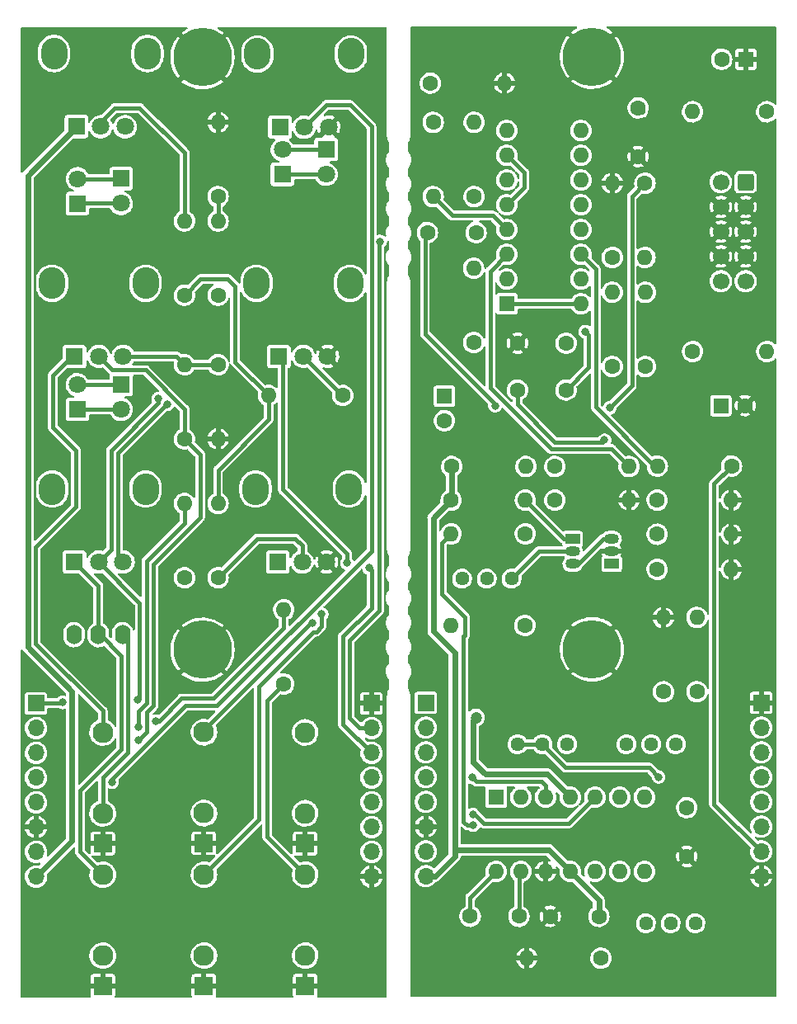
<source format=gbr>
%TF.GenerationSoftware,KiCad,Pcbnew,5.99.0-unknown-fb4343bc8f~130~ubuntu20.04.1*%
%TF.CreationDate,2021-06-28T22:25:33+02:00*%
%TF.ProjectId,MS20-Plus-VCF-v2,4d533230-2d50-46c7-9573-2d5643462d76,rev?*%
%TF.SameCoordinates,Original*%
%TF.FileFunction,Copper,L2,Bot*%
%TF.FilePolarity,Positive*%
%FSLAX46Y46*%
G04 Gerber Fmt 4.6, Leading zero omitted, Abs format (unit mm)*
G04 Created by KiCad (PCBNEW 5.99.0-unknown-fb4343bc8f~130~ubuntu20.04.1) date 2021-06-28 22:25:33*
%MOMM*%
%LPD*%
G01*
G04 APERTURE LIST*
G04 Aperture macros list*
%AMRoundRect*
0 Rectangle with rounded corners*
0 $1 Rounding radius*
0 $2 $3 $4 $5 $6 $7 $8 $9 X,Y pos of 4 corners*
0 Add a 4 corners polygon primitive as box body*
4,1,4,$2,$3,$4,$5,$6,$7,$8,$9,$2,$3,0*
0 Add four circle primitives for the rounded corners*
1,1,$1+$1,$2,$3*
1,1,$1+$1,$4,$5*
1,1,$1+$1,$6,$7*
1,1,$1+$1,$8,$9*
0 Add four rect primitives between the rounded corners*
20,1,$1+$1,$2,$3,$4,$5,0*
20,1,$1+$1,$4,$5,$6,$7,0*
20,1,$1+$1,$6,$7,$8,$9,0*
20,1,$1+$1,$8,$9,$2,$3,0*%
G04 Aperture macros list end*
%TA.AperFunction,ComponentPad*%
%ADD10O,1.700000X1.700000*%
%TD*%
%TA.AperFunction,ComponentPad*%
%ADD11R,1.700000X1.700000*%
%TD*%
%TA.AperFunction,ComponentPad*%
%ADD12O,2.720000X3.240000*%
%TD*%
%TA.AperFunction,ComponentPad*%
%ADD13R,1.800000X1.800000*%
%TD*%
%TA.AperFunction,ComponentPad*%
%ADD14C,1.800000*%
%TD*%
%TA.AperFunction,ComponentPad*%
%ADD15C,1.600000*%
%TD*%
%TA.AperFunction,ComponentPad*%
%ADD16O,1.600000X1.600000*%
%TD*%
%TA.AperFunction,ComponentPad*%
%ADD17R,1.930000X1.830000*%
%TD*%
%TA.AperFunction,ComponentPad*%
%ADD18C,2.130000*%
%TD*%
%TA.AperFunction,ComponentPad*%
%ADD19C,6.000000*%
%TD*%
%TA.AperFunction,ComponentPad*%
%ADD20O,1.600000X2.000000*%
%TD*%
%TA.AperFunction,ComponentPad*%
%ADD21R,1.600000X1.600000*%
%TD*%
%TA.AperFunction,ComponentPad*%
%ADD22C,1.440000*%
%TD*%
%TA.AperFunction,ComponentPad*%
%ADD23O,1.500000X1.050000*%
%TD*%
%TA.AperFunction,ComponentPad*%
%ADD24R,1.500000X1.050000*%
%TD*%
%TA.AperFunction,ComponentPad*%
%ADD25C,1.700000*%
%TD*%
%TA.AperFunction,ComponentPad*%
%ADD26RoundRect,0.250000X0.600000X0.600000X-0.600000X0.600000X-0.600000X-0.600000X0.600000X-0.600000X0*%
%TD*%
%TA.AperFunction,ViaPad*%
%ADD27C,1.200000*%
%TD*%
%TA.AperFunction,ViaPad*%
%ADD28C,0.800000*%
%TD*%
%TA.AperFunction,Conductor*%
%ADD29C,0.400000*%
%TD*%
%TA.AperFunction,Conductor*%
%ADD30C,0.600000*%
%TD*%
G04 APERTURE END LIST*
D10*
X114750000Y-139230000D03*
X114750000Y-136690000D03*
X114750000Y-134150000D03*
X114750000Y-131610000D03*
X114750000Y-129070000D03*
X114750000Y-126530000D03*
X114750000Y-123990000D03*
D11*
X114750000Y-121450000D03*
D12*
X63000000Y-54875000D03*
X72600000Y-54875000D03*
D13*
X65300000Y-62375000D03*
D14*
X67800000Y-62375000D03*
X70300000Y-62375000D03*
D15*
X58950000Y-108610000D03*
D16*
X58950000Y-100990000D03*
D15*
X58950000Y-79610000D03*
D16*
X58950000Y-71990000D03*
D17*
X67900000Y-135880000D03*
D18*
X67900000Y-124480000D03*
X67900000Y-132780000D03*
D13*
X49000000Y-67660000D03*
D14*
X49000000Y-70200000D03*
D17*
X57500000Y-135860000D03*
D18*
X57500000Y-124460000D03*
X57500000Y-132760000D03*
D13*
X44500000Y-70210000D03*
D14*
X44500000Y-67670000D03*
D17*
X47100000Y-150480000D03*
D18*
X47100000Y-139080000D03*
X47100000Y-147380000D03*
D15*
X65700000Y-119510000D03*
D16*
X65700000Y-111890000D03*
D13*
X65550000Y-67225000D03*
D14*
X65550000Y-64685000D03*
D15*
X55500000Y-79610000D03*
D16*
X55500000Y-71990000D03*
D13*
X70050000Y-64675000D03*
D14*
X70050000Y-67215000D03*
D19*
X57350000Y-55200000D03*
D15*
X55500000Y-94360000D03*
D16*
X55500000Y-86740000D03*
D19*
X97350000Y-115950000D03*
D17*
X67900000Y-150480000D03*
D18*
X67900000Y-139080000D03*
X67900000Y-147380000D03*
D13*
X49000000Y-88790000D03*
D14*
X49000000Y-91330000D03*
D12*
X51500000Y-99500000D03*
X41900000Y-99500000D03*
D13*
X44200000Y-107000000D03*
D14*
X46700000Y-107000000D03*
X49200000Y-107000000D03*
D17*
X57500000Y-150480000D03*
D18*
X57500000Y-139080000D03*
X57500000Y-147380000D03*
D15*
X71760000Y-89900000D03*
D16*
X64140000Y-89900000D03*
D17*
X47100000Y-135880000D03*
D18*
X47100000Y-124480000D03*
X47100000Y-132780000D03*
D13*
X44500000Y-91340000D03*
D14*
X44500000Y-88800000D03*
D12*
X42100000Y-54825000D03*
X51700000Y-54825000D03*
D13*
X44400000Y-62325000D03*
D14*
X46900000Y-62325000D03*
X49400000Y-62325000D03*
D15*
X55500000Y-108610000D03*
D16*
X55500000Y-100990000D03*
D19*
X97350000Y-55150000D03*
D10*
X80300000Y-139230000D03*
X80300000Y-136690000D03*
X80300000Y-134150000D03*
X80300000Y-131610000D03*
X80300000Y-129070000D03*
X80300000Y-126530000D03*
X80300000Y-123990000D03*
D11*
X80300000Y-121450000D03*
D12*
X62900000Y-78400000D03*
X72500000Y-78400000D03*
D13*
X65200000Y-85900000D03*
D14*
X67700000Y-85900000D03*
X70200000Y-85900000D03*
D12*
X51500000Y-78400000D03*
X41900000Y-78400000D03*
D13*
X44200000Y-85900000D03*
D14*
X46700000Y-85900000D03*
X49200000Y-85900000D03*
D15*
X58950000Y-86740000D03*
D16*
X58950000Y-94360000D03*
D15*
X58950000Y-69510000D03*
D16*
X58950000Y-61890000D03*
D19*
X57350000Y-116000000D03*
D12*
X72400000Y-99500000D03*
X62800000Y-99500000D03*
D13*
X65100000Y-107000000D03*
D14*
X67600000Y-107000000D03*
X70100000Y-107000000D03*
D20*
X49150000Y-114450000D03*
X46650000Y-114450000D03*
X44150000Y-114450000D03*
D16*
X104700000Y-112700000D03*
D15*
X104700000Y-120320000D03*
X113100000Y-90950000D03*
D21*
X110600000Y-90950000D03*
D16*
X111670000Y-100650000D03*
D15*
X104050000Y-100650000D03*
X107100000Y-137200000D03*
X107100000Y-132200000D03*
D16*
X101160000Y-97200000D03*
D15*
X93540000Y-97200000D03*
D16*
X82840000Y-113500000D03*
D15*
X90460000Y-113500000D03*
D11*
X40250000Y-121500000D03*
D10*
X40250000Y-124040000D03*
X40250000Y-126580000D03*
X40250000Y-129120000D03*
X40250000Y-131660000D03*
X40250000Y-134200000D03*
X40250000Y-136740000D03*
X40250000Y-139280000D03*
D16*
X85250000Y-61880000D03*
D15*
X85250000Y-69500000D03*
D16*
X85200000Y-76840000D03*
D15*
X85200000Y-84460000D03*
D16*
X88370000Y-57850000D03*
D15*
X80750000Y-57850000D03*
D16*
X104080000Y-97150000D03*
D15*
X111700000Y-97150000D03*
D16*
X90510000Y-100650000D03*
D15*
X82890000Y-100650000D03*
D22*
X107980000Y-144050000D03*
X105440000Y-144050000D03*
X102900000Y-144050000D03*
D15*
X110682380Y-55400000D03*
D21*
X113182380Y-55400000D03*
D22*
X89720000Y-125700000D03*
X92260000Y-125700000D03*
X94800000Y-125700000D03*
D16*
X99450000Y-79320000D03*
D15*
X99450000Y-86940000D03*
D16*
X111670000Y-104150000D03*
D15*
X104050000Y-104150000D03*
D16*
X81050000Y-69510000D03*
D15*
X81050000Y-61890000D03*
X102100000Y-60390000D03*
X102100000Y-65390000D03*
D16*
X99450000Y-68130000D03*
D15*
X99450000Y-75750000D03*
D16*
X108150000Y-112690000D03*
D15*
X108150000Y-120310000D03*
X89700000Y-84540000D03*
X94700000Y-84540000D03*
D16*
X90660000Y-147650000D03*
D15*
X98280000Y-147650000D03*
D23*
X99377500Y-104630000D03*
X99377500Y-105900000D03*
D24*
X99377500Y-107170000D03*
D15*
X89850000Y-143350000D03*
X84850000Y-143350000D03*
D16*
X107680000Y-60800000D03*
D15*
X115300000Y-60800000D03*
X89700000Y-89340000D03*
X94700000Y-89340000D03*
D25*
X110612500Y-78180000D03*
X113152500Y-78180000D03*
X110612500Y-75640000D03*
X113152500Y-75640000D03*
X110612500Y-73100000D03*
X113152500Y-73100000D03*
X110612500Y-70560000D03*
X113152500Y-70560000D03*
X110612500Y-68020000D03*
D26*
X113152500Y-68020000D03*
D16*
X90570000Y-97200000D03*
D15*
X82950000Y-97200000D03*
X80450000Y-73190000D03*
X85450000Y-73190000D03*
D16*
X82890000Y-104100000D03*
D15*
X90510000Y-104100000D03*
D16*
X115320000Y-85390000D03*
D15*
X107700000Y-85390000D03*
D16*
X101160000Y-100650000D03*
D15*
X93540000Y-100650000D03*
D22*
X105980000Y-125700000D03*
X103440000Y-125700000D03*
X100900000Y-125700000D03*
D16*
X87515000Y-138750000D03*
X90055000Y-138750000D03*
X92595000Y-138750000D03*
X95135000Y-138750000D03*
X97675000Y-138750000D03*
X100215000Y-138750000D03*
X102755000Y-138750000D03*
X102755000Y-131130000D03*
X100215000Y-131130000D03*
X97675000Y-131130000D03*
X95135000Y-131130000D03*
X92595000Y-131130000D03*
X90055000Y-131130000D03*
D21*
X87515000Y-131130000D03*
D16*
X111670000Y-107750000D03*
D15*
X104050000Y-107750000D03*
D16*
X102850000Y-79330000D03*
D15*
X102850000Y-86950000D03*
X82200000Y-92494888D03*
D21*
X82200000Y-89994888D03*
D16*
X102800000Y-75750000D03*
D15*
X102800000Y-68130000D03*
X98065000Y-143355000D03*
X93065000Y-143355000D03*
D16*
X96240000Y-80505000D03*
X96240000Y-77965000D03*
X96240000Y-75425000D03*
X96240000Y-72885000D03*
X96240000Y-70345000D03*
X96240000Y-67805000D03*
X96240000Y-65265000D03*
X96240000Y-62725000D03*
X88620000Y-62725000D03*
X88620000Y-65265000D03*
X88620000Y-67805000D03*
X88620000Y-70345000D03*
X88620000Y-72885000D03*
X88620000Y-75425000D03*
X88620000Y-77965000D03*
D21*
X88620000Y-80505000D03*
D23*
X95380500Y-107170000D03*
X95380500Y-105900000D03*
D24*
X95380500Y-104630000D03*
D11*
X74700000Y-121500000D03*
D10*
X74700000Y-124040000D03*
X74700000Y-126580000D03*
X74700000Y-129120000D03*
X74700000Y-131660000D03*
X74700000Y-134200000D03*
X74700000Y-136740000D03*
X74700000Y-139280000D03*
D22*
X84020000Y-108700000D03*
X86560000Y-108700000D03*
X89100000Y-108700000D03*
D27*
X99450000Y-82250000D03*
D28*
X94050000Y-82500000D03*
D27*
X85000000Y-86700000D03*
D28*
X96650000Y-83350000D03*
X98649500Y-94500000D03*
X87400000Y-90950000D03*
D27*
X85451825Y-122951825D03*
X113550000Y-111150000D03*
X92200000Y-118050000D03*
X94750000Y-74100000D03*
X102900000Y-93000000D03*
X81150000Y-55150000D03*
X92050000Y-86900000D03*
X105700000Y-82900000D03*
D28*
X81950000Y-125300000D03*
D27*
X89400000Y-94250000D03*
X91050000Y-135100000D03*
X85450000Y-120400000D03*
X88950000Y-115650000D03*
X113350000Y-116850000D03*
X96100000Y-97700000D03*
X99150000Y-62600000D03*
X81450000Y-78950000D03*
X112050000Y-86200000D03*
X107700000Y-123800000D03*
X105650000Y-88550000D03*
X95400000Y-92100000D03*
X89350000Y-54950000D03*
X81350000Y-118800000D03*
X87450000Y-126100000D03*
X107450000Y-92900000D03*
X112000000Y-124250000D03*
D28*
X81950000Y-127850000D03*
D27*
X91200000Y-73150000D03*
X102400000Y-53750000D03*
X105200000Y-130550000D03*
X85100000Y-82200000D03*
D28*
X94000000Y-132500000D03*
D27*
X91900000Y-69450000D03*
X84750000Y-138400000D03*
X81450000Y-75200000D03*
X93850000Y-66050000D03*
X105400000Y-76550000D03*
X90950000Y-77850000D03*
X81050000Y-67250000D03*
X97700000Y-110300000D03*
X80950000Y-149350000D03*
X91600000Y-60550000D03*
D28*
X90400000Y-132750000D03*
X85100000Y-130400000D03*
D27*
X105600000Y-63600000D03*
X114300000Y-149500000D03*
X84500000Y-102400000D03*
X114400000Y-143450000D03*
X94700000Y-79150000D03*
X105650000Y-58100000D03*
X105400000Y-69300000D03*
X111850000Y-127700000D03*
X86450000Y-74900000D03*
X84500000Y-98800000D03*
X80300000Y-87200000D03*
X98400000Y-136000000D03*
X88050000Y-111000000D03*
X103950000Y-123300000D03*
D28*
X81900000Y-130450000D03*
D27*
X81400000Y-116650000D03*
X100850000Y-112150000D03*
X84950000Y-110800000D03*
X81150000Y-98900000D03*
X88850000Y-99150000D03*
X106050000Y-127650000D03*
X85150000Y-78950000D03*
X90900000Y-127250000D03*
X81450000Y-82950000D03*
X82600000Y-94700000D03*
X99350000Y-71950000D03*
X86500000Y-135100000D03*
X89050000Y-122350000D03*
D28*
X87750000Y-132750000D03*
D27*
X81050000Y-64100000D03*
X95300000Y-122100000D03*
X106500000Y-116200000D03*
X85450000Y-115900000D03*
X111900000Y-59700000D03*
X88500000Y-106200000D03*
X95950000Y-102000000D03*
X103550000Y-148950000D03*
X93150000Y-108450000D03*
X85200000Y-67250000D03*
X81200000Y-142650000D03*
X85250000Y-64050000D03*
D28*
X85150000Y-134000000D03*
X75599500Y-74100000D03*
X74450000Y-107600000D03*
D27*
X52150000Y-137850000D03*
X42250000Y-95950000D03*
X55300000Y-129800000D03*
X48500000Y-111200000D03*
X58450000Y-83700000D03*
X74800000Y-58600000D03*
X61900000Y-111200000D03*
X62750000Y-137500000D03*
X68950000Y-81050000D03*
X50350000Y-132350000D03*
X47600000Y-120300000D03*
X74750000Y-115150000D03*
X60750000Y-125050000D03*
X57600000Y-105400000D03*
X50400000Y-144650000D03*
X62600000Y-74850000D03*
X62200000Y-71450000D03*
X51800000Y-150000000D03*
X71250000Y-140450000D03*
X51750000Y-96050000D03*
X39750000Y-119000000D03*
X42400000Y-132250000D03*
X50300000Y-108850000D03*
X53050000Y-102200000D03*
X52600000Y-126750000D03*
X40350000Y-59300000D03*
X73450000Y-149850000D03*
X72750000Y-111450000D03*
X49000000Y-75100000D03*
X44450000Y-141050000D03*
X69100000Y-96800000D03*
X46800000Y-57250000D03*
X62500000Y-81700000D03*
X43600000Y-110550000D03*
X58400000Y-90300000D03*
X64500000Y-102550000D03*
X61000000Y-132700000D03*
X67600000Y-56950000D03*
X45450000Y-126500000D03*
X69550000Y-120500000D03*
X71100000Y-144800000D03*
X40600000Y-150150000D03*
X55400000Y-75550000D03*
X67900000Y-90250000D03*
X70800000Y-125600000D03*
X60750000Y-144550000D03*
X74700000Y-145300000D03*
X70200000Y-116500000D03*
X62550000Y-149850000D03*
X45750000Y-104000000D03*
X41400000Y-73250000D03*
X39900000Y-144750000D03*
X42500000Y-127300000D03*
X43150000Y-82350000D03*
X53150000Y-67000000D03*
X51000000Y-129000000D03*
X58650000Y-65400000D03*
X68700000Y-74550000D03*
X45150000Y-116750000D03*
X50150000Y-104700000D03*
D28*
X72200000Y-107100000D03*
X68650000Y-113250000D03*
X69600000Y-112350500D03*
X52799500Y-90250011D03*
X50700500Y-121100000D03*
X50800000Y-125250000D03*
X48036043Y-129586043D03*
X52588957Y-123338957D03*
X42949500Y-121400000D03*
X50750500Y-123900000D03*
X85050000Y-129100000D03*
X85150000Y-132900000D03*
X104200000Y-129050000D03*
X99200000Y-91150000D03*
X53742802Y-90814888D03*
D29*
X52799500Y-90250011D02*
X52799500Y-90683332D01*
X52799500Y-90683332D02*
X47950000Y-95532832D01*
X47950000Y-95532832D02*
X47950000Y-105750000D01*
X47950000Y-105750000D02*
X46700000Y-107000000D01*
X53742802Y-90814888D02*
X53657214Y-90814888D01*
X53657214Y-90814888D02*
X48650000Y-95822102D01*
X48650000Y-95822102D02*
X48650000Y-106450000D01*
X48650000Y-106450000D02*
X49200000Y-107000000D01*
X47100000Y-124480000D02*
X47100000Y-122250000D01*
X47100000Y-122250000D02*
X40199520Y-115349520D01*
X44350000Y-101300000D02*
X44350000Y-95550000D01*
X40199520Y-115349520D02*
X40199520Y-105450480D01*
X40199520Y-105450480D02*
X44350000Y-101300000D01*
X44350000Y-95550000D02*
X41950000Y-93150000D01*
X41950000Y-93150000D02*
X41950000Y-87850000D01*
X41950000Y-87850000D02*
X44000000Y-85800000D01*
X98449500Y-94700000D02*
X93550000Y-94700000D01*
X98649500Y-94500000D02*
X98449500Y-94700000D01*
X93550000Y-94700000D02*
X89700000Y-90850000D01*
X89700000Y-90850000D02*
X89700000Y-89340000D01*
X50750500Y-123900000D02*
X50750500Y-122322102D01*
X50750500Y-122322102D02*
X51600000Y-121472602D01*
X51600000Y-121472602D02*
X51600000Y-106900000D01*
X51600000Y-106900000D02*
X55500000Y-103000000D01*
X55500000Y-103000000D02*
X55500000Y-100990000D01*
X85050000Y-129100000D02*
X85499520Y-129549520D01*
X85499520Y-129549520D02*
X92199520Y-129549520D01*
X92199520Y-129549520D02*
X92595000Y-129945000D01*
X92595000Y-129945000D02*
X92595000Y-131130000D01*
X85150000Y-134000000D02*
X84519500Y-134000000D01*
X84519500Y-134000000D02*
X84150000Y-133630500D01*
X84150000Y-133630500D02*
X84150000Y-114650000D01*
X84150000Y-114650000D02*
X84300000Y-114500000D01*
X84300000Y-114500000D02*
X84300000Y-112650000D01*
X84300000Y-112650000D02*
X81950000Y-110300000D01*
X81950000Y-110300000D02*
X81950000Y-105040000D01*
X81950000Y-105040000D02*
X82890000Y-104100000D01*
X96650000Y-83350000D02*
X97034603Y-83734603D01*
X97034603Y-83734603D02*
X97034603Y-87005397D01*
X97034603Y-87005397D02*
X94700000Y-89340000D01*
X48036043Y-129586043D02*
X48036043Y-129286059D01*
X70075000Y-60100000D02*
X67800000Y-62375000D01*
X48036043Y-129286059D02*
X55572102Y-121750000D01*
X74699989Y-62299989D02*
X72500000Y-60100000D01*
X55572102Y-121750000D02*
X58850000Y-121750000D01*
X74699989Y-105900011D02*
X74699989Y-62299989D01*
X58850000Y-121750000D02*
X74699989Y-105900011D01*
X72500000Y-60100000D02*
X70075000Y-60100000D01*
X47100000Y-139080000D02*
X44750000Y-136730000D01*
X44750000Y-136730000D02*
X44750000Y-130471460D01*
X49000000Y-116600000D02*
X46850000Y-114450000D01*
X44750000Y-130471460D02*
X49000000Y-126221460D01*
X49000000Y-126221460D02*
X49000000Y-116600000D01*
X46850000Y-114450000D02*
X46650000Y-114450000D01*
X47100000Y-132780000D02*
X47100000Y-129110730D01*
X47100000Y-129110730D02*
X49699520Y-126511210D01*
X49699520Y-126511210D02*
X49699520Y-114999520D01*
X49699520Y-114999520D02*
X49150000Y-114450000D01*
D30*
X44400000Y-62325000D02*
X39400000Y-67325000D01*
X39400000Y-67325000D02*
X39400000Y-115689270D01*
X39400000Y-115689270D02*
X43950480Y-120239750D01*
X43950480Y-120239750D02*
X43950480Y-135579520D01*
X43950480Y-135579520D02*
X40250000Y-139280000D01*
D29*
X52588957Y-123338957D02*
X52861043Y-123338957D01*
X52861043Y-123338957D02*
X55200000Y-121000000D01*
X55200000Y-121000000D02*
X58450000Y-121000000D01*
X58450000Y-121000000D02*
X65700000Y-113750000D01*
X65700000Y-113750000D02*
X65700000Y-111890000D01*
X51650000Y-122411872D02*
X52299520Y-121762352D01*
X51650000Y-124400000D02*
X51650000Y-122411872D01*
X52299520Y-107200480D02*
X57100000Y-102400000D01*
X52299520Y-121762352D02*
X52299520Y-107200480D01*
X50800000Y-125250000D02*
X51650000Y-124400000D01*
X57100000Y-102400000D02*
X57100000Y-95960000D01*
X57100000Y-95960000D02*
X55500000Y-94360000D01*
X50700500Y-121100000D02*
X50900000Y-120900500D01*
X50900000Y-111200000D02*
X46700000Y-107000000D01*
X50900000Y-120900500D02*
X50900000Y-111200000D01*
X87400000Y-90780664D02*
X80200000Y-83580664D01*
X80200000Y-83580664D02*
X80200000Y-73440000D01*
X80200000Y-73440000D02*
X80450000Y-73190000D01*
X87400000Y-90950000D02*
X87400000Y-90780664D01*
X90400000Y-68565000D02*
X88620000Y-70345000D01*
X90400000Y-67045000D02*
X90400000Y-68565000D01*
X88620000Y-65265000D02*
X90400000Y-67045000D01*
D30*
X85451825Y-122951825D02*
X85176825Y-123226825D01*
X86400000Y-128750000D02*
X92755000Y-128750000D01*
X85176825Y-127526825D02*
X86400000Y-128750000D01*
X92755000Y-128750000D02*
X95135000Y-131130000D01*
X85176825Y-123226825D02*
X85176825Y-127526825D01*
X98065000Y-141680000D02*
X95135000Y-138750000D01*
X92935000Y-136550000D02*
X83300000Y-136550000D01*
X82950000Y-97200000D02*
X82950000Y-100590000D01*
X83300000Y-136550000D02*
X83250000Y-136600000D01*
X81220000Y-139230000D02*
X80300000Y-139230000D01*
X95135000Y-138750000D02*
X92935000Y-136550000D01*
X83250000Y-116300000D02*
X83250000Y-137200000D01*
X83250000Y-137200000D02*
X81220000Y-139230000D01*
X82950000Y-100590000D02*
X82890000Y-100650000D01*
X81050000Y-114100000D02*
X83250000Y-116300000D01*
X81050000Y-102490000D02*
X81050000Y-114100000D01*
X98065000Y-143355000D02*
X98065000Y-141680000D01*
X102510000Y-60800000D02*
X102100000Y-60390000D01*
X82890000Y-100650000D02*
X81050000Y-102490000D01*
D29*
X84850000Y-141415000D02*
X87515000Y-138750000D01*
X84850000Y-143350000D02*
X84850000Y-141415000D01*
X89850000Y-143350000D02*
X89850000Y-138955000D01*
X94490000Y-104630000D02*
X95380500Y-104630000D01*
X90510000Y-100650000D02*
X94490000Y-104630000D01*
X89850000Y-138955000D02*
X90055000Y-138750000D01*
X65560000Y-67215000D02*
X65550000Y-67225000D01*
X75599500Y-74100000D02*
X75500000Y-74199500D01*
X72449520Y-122999520D02*
X73490000Y-124040000D01*
X72449520Y-115000480D02*
X72449520Y-122999520D01*
X75500000Y-74199500D02*
X75500000Y-111950000D01*
X73490000Y-124040000D02*
X74700000Y-124040000D01*
X70050000Y-67215000D02*
X65560000Y-67215000D01*
X75500000Y-111950000D02*
X72449520Y-115000480D01*
X74700000Y-107850000D02*
X74700000Y-111700000D01*
X74700000Y-111700000D02*
X71750000Y-114650000D01*
X65550000Y-64685000D02*
X70040000Y-64685000D01*
X71750000Y-114650000D02*
X71750000Y-123630000D01*
X71750000Y-123630000D02*
X74700000Y-126580000D01*
X70040000Y-64685000D02*
X70050000Y-64675000D01*
X74450000Y-107600000D02*
X74700000Y-107850000D01*
X44500000Y-88800000D02*
X48990000Y-88800000D01*
X48990000Y-88285000D02*
X49000000Y-88275000D01*
X44500000Y-91340000D02*
X48990000Y-91340000D01*
X48990000Y-90825000D02*
X49000000Y-90815000D01*
X49000000Y-70200000D02*
X44510000Y-70200000D01*
X44500000Y-67670000D02*
X48990000Y-67670000D01*
X72200000Y-106150000D02*
X65600000Y-99550000D01*
X72200000Y-107100000D02*
X72200000Y-106150000D01*
X65600000Y-86300000D02*
X65200000Y-85900000D01*
X57500000Y-124250000D02*
X57500000Y-124460000D01*
X68650000Y-113250000D02*
X68500000Y-113250000D01*
X65600000Y-99550000D02*
X65600000Y-86300000D01*
X68500000Y-113250000D02*
X57500000Y-124250000D01*
X69600000Y-112350500D02*
X69549511Y-112400989D01*
X69549511Y-112400989D02*
X69549511Y-113622591D01*
X68750489Y-114149511D02*
X63150000Y-119750000D01*
X69549511Y-113622591D02*
X69022591Y-114149511D01*
X69022591Y-114149511D02*
X68750489Y-114149511D01*
X63150000Y-119750000D02*
X63150000Y-133430000D01*
X63150000Y-133430000D02*
X57500000Y-139080000D01*
X64000000Y-121210000D02*
X65700000Y-119510000D01*
X67900000Y-139080000D02*
X64000000Y-135180000D01*
X64000000Y-135180000D02*
X64000000Y-121210000D01*
X46650000Y-109450000D02*
X44200000Y-107000000D01*
X46650000Y-114450000D02*
X46650000Y-109450000D01*
X55500000Y-91300000D02*
X55500000Y-94360000D01*
X46700000Y-85900000D02*
X48100000Y-87300000D01*
X51500000Y-87300000D02*
X55500000Y-91300000D01*
X48100000Y-87300000D02*
X51500000Y-87300000D01*
X42849500Y-121500000D02*
X40250000Y-121500000D01*
X42949500Y-121400000D02*
X42849500Y-121500000D01*
X64140000Y-89900000D02*
X64140000Y-92360000D01*
X64140000Y-92360000D02*
X58950000Y-97550000D01*
X57160000Y-77950000D02*
X55500000Y-79610000D01*
X60700000Y-78750000D02*
X59900000Y-77950000D01*
X58950000Y-97550000D02*
X58950000Y-100990000D01*
X60700000Y-86460000D02*
X60700000Y-78750000D01*
X59900000Y-77950000D02*
X57160000Y-77950000D01*
X64140000Y-89900000D02*
X60700000Y-86460000D01*
X85150000Y-132900000D02*
X85322102Y-132900000D01*
X95005000Y-133800000D02*
X97675000Y-131130000D01*
X85322102Y-132900000D02*
X86222102Y-133800000D01*
X86222102Y-133800000D02*
X95005000Y-133800000D01*
X95380500Y-105900000D02*
X91900000Y-105900000D01*
X91900000Y-105900000D02*
X89100000Y-108700000D01*
X109900000Y-98950000D02*
X111700000Y-97150000D01*
X114750000Y-136690000D02*
X109900000Y-131840000D01*
X109900000Y-131840000D02*
X109900000Y-98950000D01*
X94660000Y-128100000D02*
X92260000Y-125700000D01*
X103250000Y-128100000D02*
X94660000Y-128100000D01*
X89720000Y-125700000D02*
X92260000Y-125700000D01*
X104200000Y-129050000D02*
X103250000Y-128100000D01*
X99377500Y-104630000D02*
X98520000Y-104630000D01*
X95980000Y-107170000D02*
X95380500Y-107170000D01*
X98520000Y-104630000D02*
X95980000Y-107170000D01*
X97734123Y-91094123D02*
X103790000Y-97150000D01*
X97734123Y-76919123D02*
X97734123Y-91094123D01*
X96240000Y-75425000D02*
X97734123Y-76919123D01*
X103790000Y-97150000D02*
X104080000Y-97150000D01*
X88620000Y-80505000D02*
X96240000Y-80505000D01*
X102800000Y-68130000D02*
X101450489Y-69479511D01*
X101450489Y-88899511D02*
X99200000Y-91150000D01*
X101450489Y-69479511D02*
X101450489Y-88899511D01*
X67700000Y-85900000D02*
X71700000Y-89900000D01*
X71700000Y-89900000D02*
X71760000Y-89900000D01*
X62960000Y-104600000D02*
X58950000Y-108610000D01*
X67600000Y-107000000D02*
X67600000Y-105300000D01*
X66900000Y-104600000D02*
X62960000Y-104600000D01*
X67600000Y-105300000D02*
X66900000Y-104600000D01*
X48350000Y-60400000D02*
X46900000Y-61850000D01*
X50900000Y-60400000D02*
X48350000Y-60400000D01*
X55500000Y-65000000D02*
X50900000Y-60400000D01*
X46900000Y-61850000D02*
X46900000Y-62325000D01*
X55500000Y-71990000D02*
X55500000Y-65000000D01*
X86900000Y-77145000D02*
X86900000Y-89150000D01*
X93150000Y-95400000D02*
X99360000Y-95400000D01*
X86900000Y-89150000D02*
X93150000Y-95400000D01*
X99360000Y-95400000D02*
X101160000Y-97200000D01*
X88620000Y-75425000D02*
X86900000Y-77145000D01*
X88620000Y-72885000D02*
X87185000Y-71450000D01*
X87185000Y-71450000D02*
X82990000Y-71450000D01*
X82990000Y-71450000D02*
X81050000Y-69510000D01*
X54660000Y-85900000D02*
X55500000Y-86740000D01*
X49200000Y-85900000D02*
X54660000Y-85900000D01*
X58950000Y-86740000D02*
X55500000Y-86740000D01*
X58950000Y-69510000D02*
X58950000Y-71990000D01*
%TA.AperFunction,Conductor*%
G36*
X76444554Y-74052867D02*
G01*
X76488493Y-74095447D01*
X76500000Y-74141772D01*
X76500000Y-74854525D01*
X76482096Y-74911309D01*
X76369404Y-75072250D01*
X76273231Y-75278493D01*
X76214333Y-75498302D01*
X76213956Y-75502613D01*
X76198123Y-75683588D01*
X76181659Y-75722375D01*
X76198123Y-75766412D01*
X76214333Y-75951698D01*
X76273231Y-76171507D01*
X76369404Y-76377750D01*
X76371885Y-76381293D01*
X76371886Y-76381295D01*
X76482096Y-76538691D01*
X76500000Y-76595475D01*
X76500000Y-77533075D01*
X76483316Y-77588076D01*
X76439989Y-77652920D01*
X76437285Y-77656967D01*
X76435423Y-77661462D01*
X76435422Y-77661464D01*
X76357229Y-77850240D01*
X76346887Y-77875207D01*
X76345939Y-77879975D01*
X76345938Y-77879977D01*
X76333701Y-77941497D01*
X76300802Y-78106890D01*
X76295022Y-78224545D01*
X76295000Y-78224642D01*
X76295014Y-78224706D01*
X76295000Y-78225000D01*
X76295081Y-78225000D01*
X76297771Y-78236888D01*
X76297739Y-78237558D01*
X76300000Y-78257800D01*
X76300000Y-105666662D01*
X76297482Y-105688849D01*
X76295000Y-105699642D01*
X76295081Y-105700000D01*
X76295000Y-105700000D01*
X76295442Y-105709001D01*
X76295442Y-105709002D01*
X76296496Y-105730450D01*
X76300802Y-105818110D01*
X76305900Y-105843738D01*
X76345110Y-106040857D01*
X76346887Y-106049793D01*
X76348747Y-106054283D01*
X76348748Y-106054287D01*
X76410949Y-106204452D01*
X76437285Y-106268033D01*
X76439989Y-106272079D01*
X76439989Y-106272080D01*
X76483316Y-106336924D01*
X76500000Y-106391925D01*
X76500000Y-107329525D01*
X76482096Y-107386309D01*
X76376235Y-107537495D01*
X76369404Y-107547250D01*
X76273231Y-107753493D01*
X76267966Y-107773142D01*
X76224101Y-107936849D01*
X76214333Y-107973302D01*
X76207020Y-108056890D01*
X76198123Y-108158588D01*
X76181659Y-108197375D01*
X76198123Y-108241412D01*
X76214333Y-108426698D01*
X76273231Y-108646507D01*
X76369404Y-108852750D01*
X76371885Y-108856293D01*
X76371886Y-108856295D01*
X76482096Y-109013691D01*
X76500000Y-109070475D01*
X76500000Y-109829525D01*
X76482096Y-109886309D01*
X76369404Y-110047250D01*
X76273231Y-110253493D01*
X76214333Y-110473302D01*
X76210013Y-110522682D01*
X76198123Y-110658588D01*
X76181659Y-110697375D01*
X76198123Y-110741412D01*
X76214333Y-110926698D01*
X76273231Y-111146507D01*
X76369404Y-111352750D01*
X76371885Y-111356293D01*
X76371886Y-111356295D01*
X76482096Y-111513691D01*
X76500000Y-111570475D01*
X76500000Y-112329525D01*
X76482096Y-112386309D01*
X76405437Y-112495790D01*
X76369404Y-112547250D01*
X76273231Y-112753493D01*
X76272113Y-112757666D01*
X76225168Y-112932867D01*
X76214333Y-112973302D01*
X76194500Y-113200000D01*
X76214333Y-113426698D01*
X76215452Y-113430872D01*
X76215452Y-113430875D01*
X76233167Y-113496987D01*
X76273231Y-113646507D01*
X76369404Y-113852750D01*
X76371885Y-113856293D01*
X76371886Y-113856295D01*
X76482096Y-114013691D01*
X76500000Y-114070475D01*
X76500000Y-114829525D01*
X76482096Y-114886309D01*
X76416394Y-114980142D01*
X76369404Y-115047250D01*
X76273231Y-115253493D01*
X76214333Y-115473302D01*
X76194500Y-115700000D01*
X76214333Y-115926698D01*
X76215452Y-115930872D01*
X76215452Y-115930875D01*
X76235536Y-116005828D01*
X76273231Y-116146507D01*
X76369404Y-116352750D01*
X76371885Y-116356293D01*
X76371886Y-116356295D01*
X76482096Y-116513691D01*
X76500000Y-116570475D01*
X76500000Y-117329525D01*
X76482096Y-117386309D01*
X76436450Y-117451499D01*
X76369404Y-117547250D01*
X76273231Y-117753493D01*
X76214333Y-117973302D01*
X76194500Y-118200000D01*
X76214333Y-118426698D01*
X76215452Y-118430872D01*
X76215452Y-118430875D01*
X76235860Y-118507039D01*
X76273231Y-118646507D01*
X76369404Y-118852750D01*
X76371885Y-118856293D01*
X76371886Y-118856295D01*
X76482096Y-119013691D01*
X76500000Y-119070475D01*
X76500000Y-120008075D01*
X76483316Y-120063076D01*
X76437285Y-120131967D01*
X76435423Y-120136462D01*
X76435422Y-120136464D01*
X76348821Y-120345539D01*
X76346887Y-120350207D01*
X76345939Y-120354975D01*
X76345938Y-120354977D01*
X76342958Y-120369960D01*
X76300802Y-120581890D01*
X76295022Y-120699545D01*
X76295000Y-120699642D01*
X76295014Y-120699706D01*
X76295000Y-120700000D01*
X76295081Y-120700000D01*
X76297771Y-120711888D01*
X76297739Y-120712558D01*
X76300000Y-120732800D01*
X76300000Y-151601000D01*
X76281093Y-151659191D01*
X76231593Y-151695155D01*
X76201000Y-151700000D01*
X69206516Y-151700000D01*
X69148325Y-151681093D01*
X69112361Y-151631593D01*
X69112361Y-151570407D01*
X69122344Y-151548884D01*
X69144573Y-151512982D01*
X69151090Y-151496158D01*
X69169158Y-151399507D01*
X69170000Y-151390417D01*
X69170000Y-150749680D01*
X69165878Y-150736995D01*
X69161757Y-150734000D01*
X66645680Y-150734000D01*
X66632995Y-150738122D01*
X66630000Y-150742243D01*
X66630000Y-151393870D01*
X66630053Y-151396137D01*
X66631037Y-151417423D01*
X66632867Y-151428646D01*
X66659465Y-151522130D01*
X66667503Y-151538272D01*
X66669821Y-151541341D01*
X66689799Y-151599173D01*
X66671969Y-151657703D01*
X66623141Y-151694574D01*
X66590816Y-151700000D01*
X58806516Y-151700000D01*
X58748325Y-151681093D01*
X58712361Y-151631593D01*
X58712361Y-151570407D01*
X58722344Y-151548884D01*
X58744573Y-151512982D01*
X58751090Y-151496158D01*
X58769158Y-151399507D01*
X58770000Y-151390417D01*
X58770000Y-150749680D01*
X58765878Y-150736995D01*
X58761757Y-150734000D01*
X56245680Y-150734000D01*
X56232995Y-150738122D01*
X56230000Y-150742243D01*
X56230000Y-151393870D01*
X56230053Y-151396137D01*
X56231037Y-151417423D01*
X56232867Y-151428646D01*
X56259465Y-151522130D01*
X56267503Y-151538272D01*
X56269821Y-151541341D01*
X56289799Y-151599173D01*
X56271969Y-151657703D01*
X56223141Y-151694574D01*
X56190816Y-151700000D01*
X48406516Y-151700000D01*
X48348325Y-151681093D01*
X48312361Y-151631593D01*
X48312361Y-151570407D01*
X48322344Y-151548884D01*
X48344573Y-151512982D01*
X48351090Y-151496158D01*
X48369158Y-151399507D01*
X48370000Y-151390417D01*
X48370000Y-150749680D01*
X48365878Y-150736995D01*
X48361757Y-150734000D01*
X45845680Y-150734000D01*
X45832995Y-150738122D01*
X45830000Y-150742243D01*
X45830000Y-151393870D01*
X45830053Y-151396137D01*
X45831037Y-151417423D01*
X45832867Y-151428646D01*
X45859465Y-151522130D01*
X45867503Y-151538272D01*
X45869821Y-151541341D01*
X45889799Y-151599173D01*
X45871969Y-151657703D01*
X45823141Y-151694574D01*
X45790816Y-151700000D01*
X38799000Y-151700000D01*
X38740809Y-151681093D01*
X38704845Y-151631593D01*
X38700000Y-151601000D01*
X38700000Y-149569583D01*
X45830000Y-149569583D01*
X45830000Y-150210320D01*
X45834122Y-150223005D01*
X45838243Y-150226000D01*
X46830320Y-150226000D01*
X46843005Y-150221878D01*
X46846000Y-150217757D01*
X46846000Y-149275680D01*
X46843583Y-149268243D01*
X47354000Y-149268243D01*
X47354000Y-150210320D01*
X47358122Y-150223005D01*
X47362243Y-150226000D01*
X48354320Y-150226000D01*
X48367005Y-150221878D01*
X48370000Y-150217757D01*
X48370000Y-149569583D01*
X56230000Y-149569583D01*
X56230000Y-150210320D01*
X56234122Y-150223005D01*
X56238243Y-150226000D01*
X57230320Y-150226000D01*
X57243005Y-150221878D01*
X57246000Y-150217757D01*
X57246000Y-149275680D01*
X57243583Y-149268243D01*
X57754000Y-149268243D01*
X57754000Y-150210320D01*
X57758122Y-150223005D01*
X57762243Y-150226000D01*
X58754320Y-150226000D01*
X58767005Y-150221878D01*
X58770000Y-150217757D01*
X58770000Y-149569583D01*
X66630000Y-149569583D01*
X66630000Y-150210320D01*
X66634122Y-150223005D01*
X66638243Y-150226000D01*
X67630320Y-150226000D01*
X67643005Y-150221878D01*
X67646000Y-150217757D01*
X67646000Y-149275680D01*
X67643583Y-149268243D01*
X68154000Y-149268243D01*
X68154000Y-150210320D01*
X68158122Y-150223005D01*
X68162243Y-150226000D01*
X69154320Y-150226000D01*
X69167005Y-150221878D01*
X69170000Y-150217757D01*
X69170000Y-149566130D01*
X69169947Y-149563863D01*
X69168963Y-149542577D01*
X69167133Y-149531354D01*
X69140535Y-149437870D01*
X69132498Y-149421732D01*
X69076005Y-149346922D01*
X69062679Y-149334774D01*
X68982979Y-149285426D01*
X68966158Y-149278910D01*
X68869507Y-149260842D01*
X68860417Y-149260000D01*
X68169680Y-149260000D01*
X68156995Y-149264122D01*
X68154000Y-149268243D01*
X67643583Y-149268243D01*
X67641878Y-149262995D01*
X67637757Y-149260000D01*
X66936130Y-149260000D01*
X66933863Y-149260053D01*
X66912577Y-149261037D01*
X66901354Y-149262867D01*
X66807870Y-149289465D01*
X66791732Y-149297502D01*
X66716922Y-149353995D01*
X66704774Y-149367321D01*
X66655426Y-149447021D01*
X66648910Y-149463842D01*
X66630842Y-149560493D01*
X66630000Y-149569583D01*
X58770000Y-149569583D01*
X58770000Y-149566130D01*
X58769947Y-149563863D01*
X58768963Y-149542577D01*
X58767133Y-149531354D01*
X58740535Y-149437870D01*
X58732498Y-149421732D01*
X58676005Y-149346922D01*
X58662679Y-149334774D01*
X58582979Y-149285426D01*
X58566158Y-149278910D01*
X58469507Y-149260842D01*
X58460417Y-149260000D01*
X57769680Y-149260000D01*
X57756995Y-149264122D01*
X57754000Y-149268243D01*
X57243583Y-149268243D01*
X57241878Y-149262995D01*
X57237757Y-149260000D01*
X56536130Y-149260000D01*
X56533863Y-149260053D01*
X56512577Y-149261037D01*
X56501354Y-149262867D01*
X56407870Y-149289465D01*
X56391732Y-149297502D01*
X56316922Y-149353995D01*
X56304774Y-149367321D01*
X56255426Y-149447021D01*
X56248910Y-149463842D01*
X56230842Y-149560493D01*
X56230000Y-149569583D01*
X48370000Y-149569583D01*
X48370000Y-149566130D01*
X48369947Y-149563863D01*
X48368963Y-149542577D01*
X48367133Y-149531354D01*
X48340535Y-149437870D01*
X48332498Y-149421732D01*
X48276005Y-149346922D01*
X48262679Y-149334774D01*
X48182979Y-149285426D01*
X48166158Y-149278910D01*
X48069507Y-149260842D01*
X48060417Y-149260000D01*
X47369680Y-149260000D01*
X47356995Y-149264122D01*
X47354000Y-149268243D01*
X46843583Y-149268243D01*
X46841878Y-149262995D01*
X46837757Y-149260000D01*
X46136130Y-149260000D01*
X46133863Y-149260053D01*
X46112577Y-149261037D01*
X46101354Y-149262867D01*
X46007870Y-149289465D01*
X45991732Y-149297502D01*
X45916922Y-149353995D01*
X45904774Y-149367321D01*
X45855426Y-149447021D01*
X45848910Y-149463842D01*
X45830842Y-149560493D01*
X45830000Y-149569583D01*
X38700000Y-149569583D01*
X38700000Y-147482758D01*
X45733358Y-147482758D01*
X45770210Y-147711554D01*
X45845084Y-147930869D01*
X45955841Y-148134434D01*
X46099313Y-148316427D01*
X46102425Y-148319234D01*
X46102426Y-148319235D01*
X46268284Y-148468837D01*
X46268290Y-148468842D01*
X46271397Y-148471644D01*
X46467174Y-148595648D01*
X46471038Y-148597260D01*
X46471043Y-148597263D01*
X46677176Y-148683279D01*
X46677181Y-148683281D01*
X46681045Y-148684893D01*
X46685133Y-148685833D01*
X46852866Y-148724403D01*
X46906895Y-148736827D01*
X46911073Y-148737064D01*
X46911078Y-148737065D01*
X47134086Y-148749729D01*
X47134091Y-148749729D01*
X47138267Y-148749966D01*
X47368544Y-148723932D01*
X47591143Y-148659472D01*
X47799699Y-148558428D01*
X47925069Y-148468837D01*
X47984837Y-148426126D01*
X47984840Y-148426123D01*
X47988248Y-148423688D01*
X48151400Y-148259107D01*
X48236549Y-148137728D01*
X48282078Y-148072827D01*
X48282082Y-148072820D01*
X48284489Y-148069389D01*
X48383709Y-147859959D01*
X48446225Y-147636806D01*
X48453769Y-147564416D01*
X48462280Y-147482758D01*
X56133358Y-147482758D01*
X56170210Y-147711554D01*
X56245084Y-147930869D01*
X56355841Y-148134434D01*
X56499313Y-148316427D01*
X56502425Y-148319234D01*
X56502426Y-148319235D01*
X56668284Y-148468837D01*
X56668290Y-148468842D01*
X56671397Y-148471644D01*
X56867174Y-148595648D01*
X56871038Y-148597260D01*
X56871043Y-148597263D01*
X57077176Y-148683279D01*
X57077181Y-148683281D01*
X57081045Y-148684893D01*
X57085133Y-148685833D01*
X57252866Y-148724403D01*
X57306895Y-148736827D01*
X57311073Y-148737064D01*
X57311078Y-148737065D01*
X57534086Y-148749729D01*
X57534091Y-148749729D01*
X57538267Y-148749966D01*
X57768544Y-148723932D01*
X57991143Y-148659472D01*
X58199699Y-148558428D01*
X58325069Y-148468837D01*
X58384837Y-148426126D01*
X58384840Y-148426123D01*
X58388248Y-148423688D01*
X58551400Y-148259107D01*
X58636549Y-148137728D01*
X58682078Y-148072827D01*
X58682082Y-148072820D01*
X58684489Y-148069389D01*
X58783709Y-147859959D01*
X58846225Y-147636806D01*
X58853769Y-147564416D01*
X58862280Y-147482758D01*
X66533358Y-147482758D01*
X66570210Y-147711554D01*
X66645084Y-147930869D01*
X66755841Y-148134434D01*
X66899313Y-148316427D01*
X66902425Y-148319234D01*
X66902426Y-148319235D01*
X67068284Y-148468837D01*
X67068290Y-148468842D01*
X67071397Y-148471644D01*
X67267174Y-148595648D01*
X67271038Y-148597260D01*
X67271043Y-148597263D01*
X67477176Y-148683279D01*
X67477181Y-148683281D01*
X67481045Y-148684893D01*
X67485133Y-148685833D01*
X67652866Y-148724403D01*
X67706895Y-148736827D01*
X67711073Y-148737064D01*
X67711078Y-148737065D01*
X67934086Y-148749729D01*
X67934091Y-148749729D01*
X67938267Y-148749966D01*
X68168544Y-148723932D01*
X68391143Y-148659472D01*
X68599699Y-148558428D01*
X68725069Y-148468837D01*
X68784837Y-148426126D01*
X68784840Y-148426123D01*
X68788248Y-148423688D01*
X68951400Y-148259107D01*
X69036549Y-148137728D01*
X69082078Y-148072827D01*
X69082082Y-148072820D01*
X69084489Y-148069389D01*
X69183709Y-147859959D01*
X69246225Y-147636806D01*
X69253769Y-147564416D01*
X69270006Y-147408624D01*
X69270006Y-147408621D01*
X69270247Y-147406310D01*
X69270500Y-147380000D01*
X69259207Y-147246897D01*
X69251261Y-147153256D01*
X69251261Y-147153255D01*
X69250907Y-147149085D01*
X69219248Y-147027109D01*
X69193740Y-146928829D01*
X69193739Y-146928826D01*
X69192687Y-146924773D01*
X69097505Y-146713477D01*
X68968083Y-146521239D01*
X68960182Y-146512957D01*
X68811016Y-146356590D01*
X68811012Y-146356586D01*
X68808121Y-146353556D01*
X68622193Y-146215222D01*
X68495661Y-146150890D01*
X68419347Y-146112090D01*
X68419343Y-146112088D01*
X68415615Y-146110193D01*
X68194295Y-146041471D01*
X68030153Y-146019715D01*
X67968710Y-146011571D01*
X67968708Y-146011571D01*
X67964559Y-146011021D01*
X67960374Y-146011178D01*
X67960371Y-146011178D01*
X67864689Y-146014770D01*
X67732978Y-146019715D01*
X67506172Y-146067304D01*
X67290627Y-146152427D01*
X67287051Y-146154597D01*
X67287047Y-146154599D01*
X67187144Y-146215222D01*
X67092506Y-146272650D01*
X66917474Y-146424535D01*
X66770535Y-146603740D01*
X66655891Y-146805141D01*
X66654460Y-146809084D01*
X66613855Y-146920950D01*
X66576820Y-147022979D01*
X66576073Y-147027107D01*
X66576073Y-147027109D01*
X66553262Y-147153256D01*
X66535582Y-147251025D01*
X66533358Y-147482758D01*
X58862280Y-147482758D01*
X58870006Y-147408624D01*
X58870006Y-147408621D01*
X58870247Y-147406310D01*
X58870500Y-147380000D01*
X58859207Y-147246897D01*
X58851261Y-147153256D01*
X58851261Y-147153255D01*
X58850907Y-147149085D01*
X58819248Y-147027109D01*
X58793740Y-146928829D01*
X58793739Y-146928826D01*
X58792687Y-146924773D01*
X58697505Y-146713477D01*
X58568083Y-146521239D01*
X58560182Y-146512957D01*
X58411016Y-146356590D01*
X58411012Y-146356586D01*
X58408121Y-146353556D01*
X58222193Y-146215222D01*
X58095661Y-146150890D01*
X58019347Y-146112090D01*
X58019343Y-146112088D01*
X58015615Y-146110193D01*
X57794295Y-146041471D01*
X57630153Y-146019715D01*
X57568710Y-146011571D01*
X57568708Y-146011571D01*
X57564559Y-146011021D01*
X57560374Y-146011178D01*
X57560371Y-146011178D01*
X57464689Y-146014770D01*
X57332978Y-146019715D01*
X57106172Y-146067304D01*
X56890627Y-146152427D01*
X56887051Y-146154597D01*
X56887047Y-146154599D01*
X56787144Y-146215222D01*
X56692506Y-146272650D01*
X56517474Y-146424535D01*
X56370535Y-146603740D01*
X56255891Y-146805141D01*
X56254460Y-146809084D01*
X56213855Y-146920950D01*
X56176820Y-147022979D01*
X56176073Y-147027107D01*
X56176073Y-147027109D01*
X56153262Y-147153256D01*
X56135582Y-147251025D01*
X56133358Y-147482758D01*
X48462280Y-147482758D01*
X48470006Y-147408624D01*
X48470006Y-147408621D01*
X48470247Y-147406310D01*
X48470500Y-147380000D01*
X48459207Y-147246897D01*
X48451261Y-147153256D01*
X48451261Y-147153255D01*
X48450907Y-147149085D01*
X48419248Y-147027109D01*
X48393740Y-146928829D01*
X48393739Y-146928826D01*
X48392687Y-146924773D01*
X48297505Y-146713477D01*
X48168083Y-146521239D01*
X48160182Y-146512957D01*
X48011016Y-146356590D01*
X48011012Y-146356586D01*
X48008121Y-146353556D01*
X47822193Y-146215222D01*
X47695661Y-146150890D01*
X47619347Y-146112090D01*
X47619343Y-146112088D01*
X47615615Y-146110193D01*
X47394295Y-146041471D01*
X47230153Y-146019715D01*
X47168710Y-146011571D01*
X47168708Y-146011571D01*
X47164559Y-146011021D01*
X47160374Y-146011178D01*
X47160371Y-146011178D01*
X47064689Y-146014770D01*
X46932978Y-146019715D01*
X46706172Y-146067304D01*
X46490627Y-146152427D01*
X46487051Y-146154597D01*
X46487047Y-146154599D01*
X46387144Y-146215222D01*
X46292506Y-146272650D01*
X46117474Y-146424535D01*
X45970535Y-146603740D01*
X45855891Y-146805141D01*
X45854460Y-146809084D01*
X45813855Y-146920950D01*
X45776820Y-147022979D01*
X45776073Y-147027107D01*
X45776073Y-147027109D01*
X45753262Y-147153256D01*
X45735582Y-147251025D01*
X45733358Y-147482758D01*
X38700000Y-147482758D01*
X38700000Y-134467591D01*
X39131292Y-134467591D01*
X39160131Y-134581145D01*
X39163151Y-134589673D01*
X39247841Y-134773378D01*
X39252359Y-134781204D01*
X39369115Y-134946410D01*
X39374979Y-134953276D01*
X39519880Y-135094433D01*
X39526912Y-135100128D01*
X39695108Y-135212512D01*
X39703054Y-135216826D01*
X39888910Y-135296676D01*
X39897514Y-135299472D01*
X39980707Y-135318297D01*
X39993603Y-135317112D01*
X39996000Y-135308395D01*
X39996000Y-134469680D01*
X39993583Y-134462243D01*
X40504000Y-134462243D01*
X40504000Y-135309673D01*
X40508122Y-135322358D01*
X40509293Y-135323209D01*
X40515232Y-135323716D01*
X40523929Y-135321628D01*
X40715480Y-135256605D01*
X40723744Y-135252925D01*
X40900236Y-135154085D01*
X40907689Y-135148963D01*
X41063214Y-135019614D01*
X41069614Y-135013214D01*
X41198963Y-134857689D01*
X41204085Y-134850236D01*
X41302925Y-134673744D01*
X41306605Y-134665480D01*
X41371628Y-134473929D01*
X41372929Y-134468507D01*
X41370844Y-134456372D01*
X41369808Y-134455362D01*
X41363964Y-134454000D01*
X40519680Y-134454000D01*
X40506995Y-134458122D01*
X40504000Y-134462243D01*
X39993583Y-134462243D01*
X39991878Y-134456995D01*
X39987757Y-134454000D01*
X39143520Y-134454000D01*
X39131610Y-134457870D01*
X39131292Y-134467591D01*
X38700000Y-134467591D01*
X38700000Y-133931024D01*
X39129194Y-133931024D01*
X39129346Y-133942650D01*
X39139892Y-133946000D01*
X39980320Y-133946000D01*
X39993005Y-133941878D01*
X39996000Y-133937757D01*
X39996000Y-133092314D01*
X39995424Y-133090540D01*
X40504000Y-133090540D01*
X40504000Y-133930320D01*
X40508122Y-133943005D01*
X40512243Y-133946000D01*
X41357706Y-133946000D01*
X41369196Y-133942267D01*
X41369400Y-133931866D01*
X41329517Y-133790455D01*
X41326276Y-133782011D01*
X41236807Y-133600586D01*
X41232082Y-133592876D01*
X41111048Y-133430791D01*
X41104999Y-133424073D01*
X40956449Y-133286756D01*
X40949284Y-133281257D01*
X40778196Y-133173308D01*
X40770143Y-133169205D01*
X40582250Y-133094244D01*
X40573592Y-133091679D01*
X40519379Y-133080895D01*
X40506133Y-133082463D01*
X40506099Y-133082494D01*
X40504000Y-133090540D01*
X39995424Y-133090540D01*
X39991878Y-133079629D01*
X39991274Y-133079190D01*
X39984127Y-133078674D01*
X39955531Y-133083588D01*
X39946812Y-133085925D01*
X39757019Y-133155943D01*
X39748856Y-133159836D01*
X39575014Y-133263261D01*
X39567690Y-133268582D01*
X39415608Y-133401956D01*
X39409381Y-133408517D01*
X39284147Y-133567375D01*
X39279222Y-133574958D01*
X39185030Y-133753990D01*
X39181575Y-133762330D01*
X39129194Y-133931024D01*
X38700000Y-133931024D01*
X38700000Y-131629753D01*
X39094896Y-131629753D01*
X39097565Y-131670476D01*
X39107663Y-131824535D01*
X39108726Y-131840760D01*
X39109842Y-131845153D01*
X39109842Y-131845155D01*
X39145966Y-131987393D01*
X39160778Y-132045714D01*
X39249308Y-132237750D01*
X39371351Y-132410437D01*
X39522820Y-132557992D01*
X39698643Y-132675473D01*
X39702810Y-132677263D01*
X39702815Y-132677266D01*
X39786883Y-132713384D01*
X39892931Y-132758946D01*
X40099177Y-132805615D01*
X40224150Y-132810525D01*
X40305941Y-132813738D01*
X40305942Y-132813738D01*
X40310474Y-132813916D01*
X40519746Y-132783573D01*
X40524045Y-132782114D01*
X40524048Y-132782113D01*
X40715683Y-132717062D01*
X40719984Y-132715602D01*
X40904482Y-132612278D01*
X41067062Y-132477062D01*
X41202278Y-132314482D01*
X41305602Y-132129984D01*
X41373573Y-131929746D01*
X41385838Y-131845155D01*
X41403496Y-131723374D01*
X41403497Y-131723366D01*
X41403916Y-131720474D01*
X41405500Y-131660000D01*
X41401386Y-131615222D01*
X41386566Y-131453945D01*
X41386151Y-131449427D01*
X41328752Y-131245906D01*
X41235226Y-131056253D01*
X41108704Y-130886820D01*
X40953424Y-130743280D01*
X40921056Y-130722857D01*
X40778423Y-130632863D01*
X40774586Y-130630442D01*
X40578180Y-130552084D01*
X40370783Y-130510830D01*
X40265062Y-130509446D01*
X40163880Y-130508121D01*
X40163875Y-130508121D01*
X40159341Y-130508062D01*
X40154866Y-130508831D01*
X40154865Y-130508831D01*
X39955404Y-130543105D01*
X39950935Y-130543873D01*
X39860037Y-130577407D01*
X39756807Y-130615490D01*
X39756804Y-130615491D01*
X39752544Y-130617063D01*
X39748641Y-130619385D01*
X39748639Y-130619386D01*
X39697555Y-130649778D01*
X39570814Y-130725181D01*
X39567399Y-130728176D01*
X39567396Y-130728178D01*
X39552935Y-130740860D01*
X39411830Y-130864606D01*
X39280916Y-131030670D01*
X39182457Y-131217809D01*
X39181113Y-131222138D01*
X39125974Y-131399715D01*
X39119750Y-131419758D01*
X39119216Y-131424268D01*
X39119216Y-131424269D01*
X39109047Y-131510193D01*
X39094896Y-131629753D01*
X38700000Y-131629753D01*
X38700000Y-129089753D01*
X39094896Y-129089753D01*
X39108726Y-129300760D01*
X39109842Y-129305153D01*
X39109842Y-129305155D01*
X39131326Y-129389746D01*
X39160778Y-129505714D01*
X39249308Y-129697750D01*
X39371351Y-129870437D01*
X39522820Y-130017992D01*
X39698643Y-130135473D01*
X39702810Y-130137263D01*
X39702815Y-130137266D01*
X39758328Y-130161116D01*
X39892931Y-130218946D01*
X40099177Y-130265615D01*
X40224150Y-130270525D01*
X40305941Y-130273738D01*
X40305942Y-130273738D01*
X40310474Y-130273916D01*
X40519746Y-130243573D01*
X40524045Y-130242114D01*
X40524048Y-130242113D01*
X40715683Y-130177062D01*
X40719984Y-130175602D01*
X40730359Y-130169792D01*
X40900521Y-130074496D01*
X40904482Y-130072278D01*
X40910284Y-130067453D01*
X41063563Y-129939972D01*
X41067062Y-129937062D01*
X41163224Y-129821439D01*
X41199373Y-129777975D01*
X41199373Y-129777974D01*
X41202278Y-129774482D01*
X41305602Y-129589984D01*
X41362054Y-129423680D01*
X41372113Y-129394048D01*
X41372114Y-129394045D01*
X41373573Y-129389746D01*
X41385838Y-129305155D01*
X41403496Y-129183374D01*
X41403497Y-129183366D01*
X41403916Y-129180474D01*
X41405500Y-129120000D01*
X41386151Y-128909427D01*
X41328752Y-128705906D01*
X41235226Y-128516253D01*
X41108704Y-128346820D01*
X40953424Y-128203280D01*
X40921056Y-128182857D01*
X40778423Y-128092863D01*
X40774586Y-128090442D01*
X40578180Y-128012084D01*
X40370783Y-127970830D01*
X40265062Y-127969446D01*
X40163880Y-127968121D01*
X40163875Y-127968121D01*
X40159341Y-127968062D01*
X40154866Y-127968831D01*
X40154865Y-127968831D01*
X39955404Y-128003105D01*
X39950935Y-128003873D01*
X39860037Y-128037407D01*
X39756807Y-128075490D01*
X39756804Y-128075491D01*
X39752544Y-128077063D01*
X39748641Y-128079385D01*
X39748639Y-128079386D01*
X39687000Y-128116057D01*
X39570814Y-128185181D01*
X39567399Y-128188176D01*
X39567396Y-128188178D01*
X39552935Y-128200860D01*
X39411830Y-128324606D01*
X39280916Y-128490670D01*
X39182457Y-128677809D01*
X39119750Y-128879758D01*
X39119216Y-128884268D01*
X39119216Y-128884269D01*
X39116239Y-128909427D01*
X39094896Y-129089753D01*
X38700000Y-129089753D01*
X38700000Y-126549753D01*
X39094896Y-126549753D01*
X39108726Y-126760760D01*
X39109842Y-126765153D01*
X39109842Y-126765155D01*
X39131326Y-126849746D01*
X39160778Y-126965714D01*
X39249308Y-127157750D01*
X39371351Y-127330437D01*
X39522820Y-127477992D01*
X39698643Y-127595473D01*
X39702810Y-127597263D01*
X39702815Y-127597266D01*
X39786883Y-127633384D01*
X39892931Y-127678946D01*
X40099177Y-127725615D01*
X40224150Y-127730525D01*
X40305941Y-127733738D01*
X40305942Y-127733738D01*
X40310474Y-127733916D01*
X40519746Y-127703573D01*
X40524045Y-127702114D01*
X40524048Y-127702113D01*
X40715683Y-127637062D01*
X40719984Y-127635602D01*
X40904482Y-127532278D01*
X41067062Y-127397062D01*
X41202278Y-127234482D01*
X41305602Y-127049984D01*
X41373573Y-126849746D01*
X41385838Y-126765155D01*
X41403496Y-126643374D01*
X41403497Y-126643366D01*
X41403916Y-126640474D01*
X41405500Y-126580000D01*
X41386151Y-126369427D01*
X41328752Y-126165906D01*
X41268212Y-126043142D01*
X41237237Y-125980330D01*
X41237235Y-125980326D01*
X41235226Y-125976253D01*
X41116118Y-125816748D01*
X41111420Y-125810457D01*
X41111419Y-125810456D01*
X41108704Y-125806820D01*
X41088532Y-125788173D01*
X40956754Y-125666358D01*
X40956753Y-125666357D01*
X40953424Y-125663280D01*
X40948635Y-125660258D01*
X40778423Y-125552863D01*
X40774586Y-125550442D01*
X40578180Y-125472084D01*
X40370783Y-125430830D01*
X40265062Y-125429446D01*
X40163880Y-125428121D01*
X40163875Y-125428121D01*
X40159341Y-125428062D01*
X40154866Y-125428831D01*
X40154865Y-125428831D01*
X40040382Y-125448503D01*
X39950935Y-125463873D01*
X39871129Y-125493315D01*
X39756807Y-125535490D01*
X39756804Y-125535491D01*
X39752544Y-125537063D01*
X39748641Y-125539385D01*
X39748639Y-125539386D01*
X39724265Y-125553887D01*
X39570814Y-125645181D01*
X39567399Y-125648176D01*
X39567396Y-125648178D01*
X39416188Y-125780784D01*
X39411830Y-125784606D01*
X39280916Y-125950670D01*
X39278803Y-125954685D01*
X39278803Y-125954686D01*
X39247520Y-126014146D01*
X39182457Y-126137809D01*
X39181113Y-126142138D01*
X39145192Y-126257823D01*
X39119750Y-126339758D01*
X39119216Y-126344268D01*
X39119216Y-126344269D01*
X39116239Y-126369427D01*
X39094896Y-126549753D01*
X38700000Y-126549753D01*
X38700000Y-124009753D01*
X39094896Y-124009753D01*
X39097173Y-124044488D01*
X39105871Y-124177196D01*
X39108726Y-124220760D01*
X39109842Y-124225153D01*
X39109842Y-124225155D01*
X39140761Y-124346897D01*
X39160778Y-124425714D01*
X39249308Y-124617750D01*
X39371351Y-124790437D01*
X39522820Y-124937992D01*
X39526595Y-124940514D01*
X39526597Y-124940516D01*
X39555696Y-124959959D01*
X39698643Y-125055473D01*
X39702810Y-125057263D01*
X39702815Y-125057266D01*
X39786883Y-125093384D01*
X39892931Y-125138946D01*
X40099177Y-125185615D01*
X40224150Y-125190525D01*
X40305941Y-125193738D01*
X40305942Y-125193738D01*
X40310474Y-125193916D01*
X40519746Y-125163573D01*
X40524045Y-125162114D01*
X40524048Y-125162113D01*
X40715683Y-125097062D01*
X40719984Y-125095602D01*
X40904482Y-124992278D01*
X40943342Y-124959959D01*
X41063563Y-124859972D01*
X41067062Y-124857062D01*
X41202278Y-124694482D01*
X41305602Y-124509984D01*
X41320013Y-124467531D01*
X41372113Y-124314048D01*
X41372114Y-124314045D01*
X41373573Y-124309746D01*
X41381764Y-124253256D01*
X41403496Y-124103374D01*
X41403497Y-124103366D01*
X41403916Y-124100474D01*
X41404865Y-124064267D01*
X41405424Y-124042913D01*
X41405424Y-124042908D01*
X41405500Y-124040000D01*
X41402829Y-124010926D01*
X41386566Y-123833945D01*
X41386151Y-123829427D01*
X41328752Y-123625906D01*
X41312918Y-123593798D01*
X41237237Y-123440330D01*
X41237235Y-123440326D01*
X41235226Y-123436253D01*
X41108704Y-123266820D01*
X41036720Y-123200278D01*
X40956754Y-123126358D01*
X40956753Y-123126357D01*
X40953424Y-123123280D01*
X40949139Y-123120576D01*
X40778423Y-123012863D01*
X40774586Y-123010442D01*
X40578180Y-122932084D01*
X40370783Y-122890830D01*
X40265062Y-122889446D01*
X40163880Y-122888121D01*
X40163875Y-122888121D01*
X40159341Y-122888062D01*
X40154866Y-122888831D01*
X40154865Y-122888831D01*
X39955404Y-122923105D01*
X39950935Y-122923873D01*
X39860037Y-122957407D01*
X39756807Y-122995490D01*
X39756804Y-122995491D01*
X39752544Y-122997063D01*
X39748641Y-122999385D01*
X39748639Y-122999386D01*
X39687000Y-123036057D01*
X39570814Y-123105181D01*
X39567399Y-123108176D01*
X39567396Y-123108178D01*
X39423733Y-123234167D01*
X39411830Y-123244606D01*
X39280916Y-123410670D01*
X39278803Y-123414685D01*
X39278803Y-123414686D01*
X39194169Y-123575549D01*
X39182457Y-123597809D01*
X39181113Y-123602138D01*
X39127856Y-123773654D01*
X39119750Y-123799758D01*
X39119216Y-123804268D01*
X39119216Y-123804269D01*
X39100820Y-123959704D01*
X39094896Y-124009753D01*
X38700000Y-124009753D01*
X38700000Y-116054789D01*
X38718907Y-115996598D01*
X38768407Y-115960634D01*
X38829593Y-115960634D01*
X38877542Y-115994522D01*
X38971847Y-116117423D01*
X38977000Y-116121377D01*
X38997084Y-116136788D01*
X39006821Y-116145326D01*
X43320984Y-120459489D01*
X43348761Y-120514006D01*
X43349980Y-120529493D01*
X43349980Y-120655098D01*
X43331073Y-120713289D01*
X43281573Y-120749253D01*
X43220387Y-120749253D01*
X43213207Y-120746212D01*
X43213177Y-120746291D01*
X43207604Y-120744152D01*
X43202329Y-120741359D01*
X43087668Y-120712558D01*
X43043713Y-120701517D01*
X43043710Y-120701517D01*
X43037923Y-120700063D01*
X42952234Y-120699615D01*
X42874378Y-120699207D01*
X42874376Y-120699207D01*
X42868412Y-120699176D01*
X42703582Y-120738748D01*
X42625327Y-120779138D01*
X42558256Y-120813756D01*
X42558254Y-120813758D01*
X42552950Y-120816495D01*
X42548455Y-120820417D01*
X42548451Y-120820419D01*
X42457517Y-120899746D01*
X42425211Y-120927928D01*
X42421784Y-120932805D01*
X42421777Y-120932812D01*
X42404478Y-120957426D01*
X42355549Y-120994163D01*
X42323482Y-120999500D01*
X41504500Y-120999500D01*
X41446309Y-120980593D01*
X41410345Y-120931093D01*
X41405500Y-120900500D01*
X41405500Y-120650000D01*
X41404197Y-120621812D01*
X41378598Y-120531841D01*
X41375982Y-120522648D01*
X41375982Y-120522647D01*
X41373472Y-120513827D01*
X41316707Y-120438658D01*
X41311342Y-120431553D01*
X41311341Y-120431552D01*
X41305814Y-120424233D01*
X41210359Y-120365130D01*
X41156046Y-120354977D01*
X41104507Y-120345342D01*
X41104502Y-120345341D01*
X41100000Y-120344500D01*
X39400000Y-120344500D01*
X39371812Y-120345803D01*
X39319526Y-120360680D01*
X39272648Y-120374018D01*
X39272647Y-120374018D01*
X39263827Y-120376528D01*
X39174233Y-120444186D01*
X39115130Y-120539641D01*
X39111378Y-120559714D01*
X39095342Y-120645493D01*
X39095341Y-120645498D01*
X39094500Y-120650000D01*
X39094500Y-122350000D01*
X39095803Y-122378188D01*
X39126528Y-122486173D01*
X39175786Y-122551401D01*
X39188380Y-122568078D01*
X39194186Y-122575767D01*
X39289641Y-122634870D01*
X39337314Y-122643782D01*
X39395493Y-122654658D01*
X39395498Y-122654659D01*
X39400000Y-122655500D01*
X41100000Y-122655500D01*
X41128188Y-122654197D01*
X41211343Y-122630537D01*
X41227352Y-122625982D01*
X41227353Y-122625982D01*
X41236173Y-122623472D01*
X41301401Y-122574214D01*
X41318447Y-122561342D01*
X41318448Y-122561341D01*
X41325767Y-122555814D01*
X41384870Y-122460359D01*
X41399202Y-122383691D01*
X41404658Y-122354507D01*
X41404659Y-122354502D01*
X41405500Y-122350000D01*
X41405500Y-122099500D01*
X41424407Y-122041309D01*
X41473907Y-122005345D01*
X41504500Y-122000500D01*
X42562506Y-122000500D01*
X42609744Y-122012497D01*
X42670481Y-122045474D01*
X42689788Y-122055957D01*
X42695558Y-122057471D01*
X42695561Y-122057472D01*
X42847974Y-122097457D01*
X42853753Y-122098973D01*
X42859722Y-122099067D01*
X42859724Y-122099067D01*
X42922807Y-122100058D01*
X43023245Y-122101635D01*
X43032567Y-122099500D01*
X43182657Y-122065125D01*
X43182660Y-122065124D01*
X43188480Y-122063791D01*
X43193811Y-122061110D01*
X43193816Y-122061108D01*
X43206498Y-122054729D01*
X43266979Y-122045474D01*
X43321349Y-122073537D01*
X43348841Y-122128199D01*
X43349980Y-122143173D01*
X43349980Y-135289777D01*
X43331073Y-135347968D01*
X43320984Y-135359781D01*
X41520945Y-137159820D01*
X41466428Y-137187597D01*
X41405996Y-137178026D01*
X41362731Y-137134761D01*
X41353160Y-137074329D01*
X41357194Y-137057998D01*
X41373573Y-137009746D01*
X41386213Y-136922568D01*
X41403496Y-136803374D01*
X41403497Y-136803366D01*
X41403916Y-136800474D01*
X41404180Y-136790417D01*
X41405424Y-136742913D01*
X41405424Y-136742908D01*
X41405500Y-136740000D01*
X41386151Y-136529427D01*
X41328752Y-136325906D01*
X41301657Y-136270962D01*
X41237237Y-136140330D01*
X41237235Y-136140326D01*
X41235226Y-136136253D01*
X41108704Y-135966820D01*
X40953424Y-135823280D01*
X40921056Y-135802857D01*
X40778423Y-135712863D01*
X40774586Y-135710442D01*
X40578180Y-135632084D01*
X40370783Y-135590830D01*
X40265062Y-135589446D01*
X40163880Y-135588121D01*
X40163875Y-135588121D01*
X40159341Y-135588062D01*
X40154866Y-135588831D01*
X40154865Y-135588831D01*
X39962545Y-135621878D01*
X39950935Y-135623873D01*
X39860037Y-135657407D01*
X39756807Y-135695490D01*
X39756804Y-135695491D01*
X39752544Y-135697063D01*
X39748641Y-135699385D01*
X39748639Y-135699386D01*
X39687000Y-135736057D01*
X39570814Y-135805181D01*
X39567399Y-135808176D01*
X39567396Y-135808178D01*
X39552935Y-135820860D01*
X39411830Y-135944606D01*
X39280916Y-136110670D01*
X39278803Y-136114685D01*
X39278803Y-136114686D01*
X39264305Y-136142243D01*
X39182457Y-136297809D01*
X39119750Y-136499758D01*
X39119216Y-136504268D01*
X39119216Y-136504269D01*
X39099062Y-136674557D01*
X39094896Y-136709753D01*
X39097128Y-136743810D01*
X39107114Y-136896158D01*
X39108726Y-136920760D01*
X39109842Y-136925153D01*
X39109842Y-136925155D01*
X39155666Y-137105584D01*
X39160778Y-137125714D01*
X39249308Y-137317750D01*
X39371351Y-137490437D01*
X39522820Y-137637992D01*
X39698643Y-137755473D01*
X39702810Y-137757263D01*
X39702815Y-137757266D01*
X39753196Y-137778911D01*
X39892931Y-137838946D01*
X40099177Y-137885615D01*
X40224150Y-137890525D01*
X40305941Y-137893738D01*
X40305942Y-137893738D01*
X40310474Y-137893916D01*
X40519746Y-137863573D01*
X40567995Y-137847195D01*
X40629174Y-137846394D01*
X40679140Y-137881707D01*
X40698808Y-137939645D01*
X40680664Y-137998078D01*
X40669820Y-138010945D01*
X40557630Y-138123135D01*
X40503113Y-138150912D01*
X40468313Y-138150229D01*
X40375239Y-138131716D01*
X40375235Y-138131716D01*
X40370783Y-138130830D01*
X40265062Y-138129446D01*
X40163880Y-138128121D01*
X40163875Y-138128121D01*
X40159341Y-138128062D01*
X40154866Y-138128831D01*
X40154865Y-138128831D01*
X39958960Y-138162494D01*
X39950935Y-138163873D01*
X39860037Y-138197407D01*
X39756807Y-138235490D01*
X39756804Y-138235491D01*
X39752544Y-138237063D01*
X39748641Y-138239385D01*
X39748639Y-138239386D01*
X39687000Y-138276057D01*
X39570814Y-138345181D01*
X39567399Y-138348176D01*
X39567396Y-138348178D01*
X39546212Y-138366756D01*
X39411830Y-138484606D01*
X39280916Y-138650670D01*
X39182457Y-138837809D01*
X39181113Y-138842138D01*
X39126582Y-139017757D01*
X39119750Y-139039758D01*
X39119216Y-139044268D01*
X39119216Y-139044269D01*
X39115263Y-139077673D01*
X39094896Y-139249753D01*
X39108726Y-139460760D01*
X39109842Y-139465153D01*
X39109842Y-139465155D01*
X39150919Y-139626896D01*
X39160778Y-139665714D01*
X39249308Y-139857750D01*
X39371351Y-140030437D01*
X39522820Y-140177992D01*
X39698643Y-140295473D01*
X39702810Y-140297263D01*
X39702815Y-140297266D01*
X39786883Y-140333384D01*
X39892931Y-140378946D01*
X40099177Y-140425615D01*
X40224150Y-140430525D01*
X40305941Y-140433738D01*
X40305942Y-140433738D01*
X40310474Y-140433916D01*
X40519746Y-140403573D01*
X40524045Y-140402114D01*
X40524048Y-140402113D01*
X40715683Y-140337062D01*
X40719984Y-140335602D01*
X40724765Y-140332925D01*
X40900521Y-140234496D01*
X40904482Y-140232278D01*
X41067062Y-140097062D01*
X41202278Y-139934482D01*
X41305602Y-139749984D01*
X41335702Y-139661312D01*
X41372113Y-139554048D01*
X41372114Y-139554045D01*
X41373573Y-139549746D01*
X41385838Y-139465155D01*
X41403496Y-139343374D01*
X41403497Y-139343366D01*
X41403916Y-139340474D01*
X41404122Y-139332641D01*
X41405424Y-139282913D01*
X41405424Y-139282908D01*
X41405500Y-139280000D01*
X41396180Y-139178566D01*
X41389540Y-139106310D01*
X41386151Y-139069427D01*
X41384918Y-139065054D01*
X41384092Y-139060599D01*
X41385316Y-139060372D01*
X41387510Y-139004586D01*
X41410386Y-138968849D01*
X44080496Y-136298739D01*
X44135013Y-136270962D01*
X44195445Y-136280533D01*
X44238710Y-136323798D01*
X44249500Y-136368743D01*
X44249500Y-136663496D01*
X44248154Y-136675541D01*
X44248250Y-136675549D01*
X44247684Y-136682581D01*
X44246128Y-136689459D01*
X44246565Y-136696497D01*
X44249310Y-136740748D01*
X44249500Y-136746878D01*
X44249500Y-136764914D01*
X44250000Y-136768404D01*
X44250000Y-136768407D01*
X44251246Y-136777106D01*
X44252056Y-136785010D01*
X44255003Y-136832509D01*
X44257398Y-136839142D01*
X44258482Y-136842146D01*
X44263365Y-136861730D01*
X44264818Y-136871877D01*
X44267738Y-136878300D01*
X44267739Y-136878302D01*
X44284519Y-136915208D01*
X44287515Y-136922568D01*
X44300167Y-136957614D01*
X44303670Y-136967318D01*
X44307831Y-136973014D01*
X44307834Y-136973019D01*
X44309714Y-136975592D01*
X44319897Y-136993018D01*
X44321220Y-136995927D01*
X44324140Y-137002349D01*
X44328742Y-137007690D01*
X44328744Y-137007693D01*
X44355211Y-137038410D01*
X44360150Y-137044630D01*
X44366936Y-137053919D01*
X44366940Y-137053923D01*
X44369191Y-137057005D01*
X44381371Y-137069185D01*
X44386366Y-137074565D01*
X44417697Y-137110926D01*
X44424321Y-137115220D01*
X44440474Y-137128288D01*
X45801067Y-138488881D01*
X45828844Y-138543398D01*
X45824122Y-138592664D01*
X45804362Y-138647103D01*
X45776820Y-138722979D01*
X45776073Y-138727107D01*
X45776073Y-138727109D01*
X45750152Y-138870455D01*
X45735582Y-138951025D01*
X45733358Y-139182758D01*
X45770210Y-139411554D01*
X45845084Y-139630869D01*
X45955841Y-139834434D01*
X46099313Y-140016427D01*
X46102425Y-140019234D01*
X46102426Y-140019235D01*
X46268284Y-140168837D01*
X46268290Y-140168842D01*
X46271397Y-140171644D01*
X46274937Y-140173886D01*
X46274938Y-140173887D01*
X46285404Y-140180516D01*
X46467174Y-140295648D01*
X46471038Y-140297260D01*
X46471043Y-140297263D01*
X46677176Y-140383279D01*
X46677181Y-140383281D01*
X46681045Y-140384893D01*
X46701832Y-140389673D01*
X46894236Y-140433916D01*
X46906895Y-140436827D01*
X46911073Y-140437064D01*
X46911078Y-140437065D01*
X47134086Y-140449729D01*
X47134091Y-140449729D01*
X47138267Y-140449966D01*
X47368544Y-140423932D01*
X47591143Y-140359472D01*
X47799699Y-140258428D01*
X47876562Y-140203501D01*
X47984837Y-140126126D01*
X47984840Y-140126123D01*
X47988248Y-140123688D01*
X48151400Y-139959107D01*
X48236549Y-139837728D01*
X48282078Y-139772827D01*
X48282082Y-139772820D01*
X48284489Y-139769389D01*
X48331731Y-139669673D01*
X48381911Y-139563755D01*
X48381912Y-139563751D01*
X48383709Y-139559959D01*
X48446225Y-139336806D01*
X48455767Y-139245248D01*
X48470006Y-139108624D01*
X48470006Y-139108621D01*
X48470247Y-139106310D01*
X48470500Y-139080000D01*
X48469987Y-139073947D01*
X48451261Y-138853256D01*
X48451261Y-138853255D01*
X48450907Y-138849085D01*
X48449104Y-138842138D01*
X48393740Y-138628829D01*
X48393739Y-138628826D01*
X48392687Y-138624773D01*
X48297505Y-138413477D01*
X48168083Y-138221239D01*
X48120805Y-138171679D01*
X48011016Y-138056590D01*
X48011012Y-138056586D01*
X48008121Y-138053556D01*
X47822193Y-137915222D01*
X47761989Y-137884613D01*
X47619347Y-137812090D01*
X47619343Y-137812088D01*
X47615615Y-137810193D01*
X47394295Y-137741471D01*
X47230153Y-137719715D01*
X47168710Y-137711571D01*
X47168708Y-137711571D01*
X47164559Y-137711021D01*
X47160374Y-137711178D01*
X47160371Y-137711178D01*
X47064689Y-137714770D01*
X46932978Y-137719715D01*
X46706172Y-137767304D01*
X46634517Y-137795602D01*
X46615298Y-137803192D01*
X46554230Y-137806980D01*
X46508930Y-137781116D01*
X45983252Y-137255438D01*
X45955475Y-137200921D01*
X45965046Y-137140489D01*
X46008311Y-137097224D01*
X46071447Y-137088120D01*
X46130493Y-137099158D01*
X46139583Y-137100000D01*
X46830320Y-137100000D01*
X46843005Y-137095878D01*
X46846000Y-137091757D01*
X46846000Y-136149680D01*
X46843583Y-136142243D01*
X47354000Y-136142243D01*
X47354000Y-137084320D01*
X47358122Y-137097005D01*
X47362243Y-137100000D01*
X48063870Y-137100000D01*
X48066137Y-137099947D01*
X48087423Y-137098963D01*
X48098646Y-137097133D01*
X48192130Y-137070535D01*
X48208268Y-137062498D01*
X48283078Y-137006005D01*
X48295226Y-136992679D01*
X48344574Y-136912979D01*
X48351090Y-136896158D01*
X48369158Y-136799507D01*
X48370000Y-136790417D01*
X48370000Y-136149680D01*
X48365878Y-136136995D01*
X48361757Y-136134000D01*
X47369680Y-136134000D01*
X47356995Y-136138122D01*
X47354000Y-136142243D01*
X46843583Y-136142243D01*
X46841878Y-136136995D01*
X46837757Y-136134000D01*
X45845680Y-136134000D01*
X45832995Y-136138122D01*
X45830000Y-136142243D01*
X45830000Y-136793870D01*
X45830053Y-136796137D01*
X45831037Y-136817423D01*
X45832867Y-136828649D01*
X45838468Y-136848333D01*
X45836207Y-136909477D01*
X45798438Y-136957614D01*
X45739588Y-136974357D01*
X45682136Y-136953312D01*
X45673243Y-136945429D01*
X45279496Y-136551682D01*
X45251719Y-136497165D01*
X45250500Y-136481678D01*
X45250500Y-136122243D01*
X56230000Y-136122243D01*
X56230000Y-136773870D01*
X56230053Y-136776137D01*
X56231037Y-136797423D01*
X56232867Y-136808646D01*
X56259465Y-136902130D01*
X56267502Y-136918268D01*
X56323995Y-136993078D01*
X56337321Y-137005226D01*
X56417021Y-137054574D01*
X56433842Y-137061090D01*
X56530493Y-137079158D01*
X56539583Y-137080000D01*
X57230320Y-137080000D01*
X57243005Y-137075878D01*
X57246000Y-137071757D01*
X57246000Y-136129680D01*
X57241878Y-136116995D01*
X57237757Y-136114000D01*
X56245680Y-136114000D01*
X56232995Y-136118122D01*
X56230000Y-136122243D01*
X45250500Y-136122243D01*
X45250500Y-134969583D01*
X45830000Y-134969583D01*
X45830000Y-135610320D01*
X45834122Y-135623005D01*
X45838243Y-135626000D01*
X46830320Y-135626000D01*
X46843005Y-135621878D01*
X46846000Y-135617757D01*
X46846000Y-134675680D01*
X46843583Y-134668243D01*
X47354000Y-134668243D01*
X47354000Y-135610320D01*
X47358122Y-135623005D01*
X47362243Y-135626000D01*
X48354320Y-135626000D01*
X48367005Y-135621878D01*
X48370000Y-135617757D01*
X48370000Y-134966130D01*
X48369947Y-134963863D01*
X48369287Y-134949583D01*
X56230000Y-134949583D01*
X56230000Y-135590320D01*
X56234122Y-135603005D01*
X56238243Y-135606000D01*
X57230320Y-135606000D01*
X57243005Y-135601878D01*
X57246000Y-135597757D01*
X57246000Y-134655680D01*
X57243583Y-134648243D01*
X57754000Y-134648243D01*
X57754000Y-135590320D01*
X57758122Y-135603005D01*
X57762243Y-135606000D01*
X58754320Y-135606000D01*
X58767005Y-135601878D01*
X58770000Y-135597757D01*
X58770000Y-134946130D01*
X58769947Y-134943863D01*
X58768963Y-134922577D01*
X58767133Y-134911354D01*
X58740535Y-134817870D01*
X58732498Y-134801732D01*
X58676005Y-134726922D01*
X58662679Y-134714774D01*
X58582979Y-134665426D01*
X58566158Y-134658910D01*
X58469507Y-134640842D01*
X58460417Y-134640000D01*
X57769680Y-134640000D01*
X57756995Y-134644122D01*
X57754000Y-134648243D01*
X57243583Y-134648243D01*
X57241878Y-134642995D01*
X57237757Y-134640000D01*
X56536130Y-134640000D01*
X56533863Y-134640053D01*
X56512577Y-134641037D01*
X56501354Y-134642867D01*
X56407870Y-134669465D01*
X56391732Y-134677502D01*
X56316922Y-134733995D01*
X56304774Y-134747321D01*
X56255426Y-134827021D01*
X56248910Y-134843842D01*
X56230842Y-134940493D01*
X56230000Y-134949583D01*
X48369287Y-134949583D01*
X48368963Y-134942577D01*
X48367133Y-134931354D01*
X48340535Y-134837870D01*
X48332498Y-134821732D01*
X48276005Y-134746922D01*
X48262679Y-134734774D01*
X48182979Y-134685426D01*
X48166158Y-134678910D01*
X48069507Y-134660842D01*
X48060417Y-134660000D01*
X47369680Y-134660000D01*
X47356995Y-134664122D01*
X47354000Y-134668243D01*
X46843583Y-134668243D01*
X46841878Y-134662995D01*
X46837757Y-134660000D01*
X46136130Y-134660000D01*
X46133863Y-134660053D01*
X46112577Y-134661037D01*
X46101354Y-134662867D01*
X46007870Y-134689465D01*
X45991732Y-134697502D01*
X45916922Y-134753995D01*
X45904774Y-134767321D01*
X45855426Y-134847021D01*
X45848910Y-134863842D01*
X45830842Y-134960493D01*
X45830000Y-134969583D01*
X45250500Y-134969583D01*
X45250500Y-130719782D01*
X45269407Y-130661591D01*
X45279496Y-130649778D01*
X46430496Y-129498778D01*
X46485013Y-129471001D01*
X46545445Y-129480572D01*
X46588710Y-129523837D01*
X46599500Y-129568782D01*
X46599500Y-131442087D01*
X46580593Y-131500278D01*
X46536864Y-131534167D01*
X46490627Y-131552427D01*
X46487051Y-131554597D01*
X46487047Y-131554599D01*
X46387144Y-131615222D01*
X46292506Y-131672650D01*
X46117474Y-131824535D01*
X46114815Y-131827778D01*
X46114813Y-131827780D01*
X46051722Y-131904725D01*
X45970535Y-132003740D01*
X45855891Y-132205141D01*
X45854460Y-132209084D01*
X45781373Y-132410437D01*
X45776820Y-132422979D01*
X45776073Y-132427107D01*
X45776073Y-132427109D01*
X45738440Y-132635223D01*
X45735582Y-132651025D01*
X45733358Y-132882758D01*
X45770210Y-133111554D01*
X45845084Y-133330869D01*
X45955841Y-133534434D01*
X46099313Y-133716427D01*
X46102425Y-133719234D01*
X46102426Y-133719235D01*
X46268284Y-133868837D01*
X46268290Y-133868842D01*
X46271397Y-133871644D01*
X46467174Y-133995648D01*
X46471038Y-133997260D01*
X46471043Y-133997263D01*
X46677176Y-134083279D01*
X46677181Y-134083281D01*
X46681045Y-134084893D01*
X46685133Y-134085833D01*
X46875010Y-134129495D01*
X46906895Y-134136827D01*
X46911073Y-134137064D01*
X46911078Y-134137065D01*
X47134086Y-134149729D01*
X47134091Y-134149729D01*
X47138267Y-134149966D01*
X47368544Y-134123932D01*
X47572423Y-134064893D01*
X47587110Y-134060640D01*
X47587111Y-134060639D01*
X47591143Y-134059472D01*
X47722876Y-133995648D01*
X47795922Y-133960258D01*
X47795923Y-133960258D01*
X47799699Y-133958428D01*
X47953056Y-133848837D01*
X47984837Y-133826126D01*
X47984840Y-133826123D01*
X47988248Y-133823688D01*
X48151400Y-133659107D01*
X48198047Y-133592612D01*
X48282078Y-133472827D01*
X48282082Y-133472820D01*
X48284489Y-133469389D01*
X48286287Y-133465594D01*
X48381911Y-133263755D01*
X48381912Y-133263751D01*
X48383709Y-133259959D01*
X48446225Y-133036806D01*
X48453769Y-132964416D01*
X48464364Y-132862758D01*
X56133358Y-132862758D01*
X56170210Y-133091554D01*
X56245084Y-133310869D01*
X56355841Y-133514434D01*
X56499313Y-133696427D01*
X56502425Y-133699234D01*
X56502426Y-133699235D01*
X56668284Y-133848837D01*
X56668290Y-133848842D01*
X56671397Y-133851644D01*
X56867174Y-133975648D01*
X56871038Y-133977260D01*
X56871043Y-133977263D01*
X57077176Y-134063279D01*
X57077181Y-134063281D01*
X57081045Y-134064893D01*
X57085133Y-134065833D01*
X57252866Y-134104403D01*
X57306895Y-134116827D01*
X57311073Y-134117064D01*
X57311078Y-134117065D01*
X57534086Y-134129729D01*
X57534091Y-134129729D01*
X57538267Y-134129966D01*
X57768544Y-134103932D01*
X57991143Y-134039472D01*
X58199699Y-133938428D01*
X58290015Y-133873887D01*
X58384837Y-133806126D01*
X58384840Y-133806123D01*
X58388248Y-133803688D01*
X58551400Y-133639107D01*
X58578423Y-133600586D01*
X58682078Y-133452827D01*
X58682082Y-133452820D01*
X58684489Y-133449389D01*
X58704016Y-133408173D01*
X58781911Y-133243755D01*
X58781912Y-133243751D01*
X58783709Y-133239959D01*
X58846225Y-133016806D01*
X58860632Y-132878566D01*
X58870006Y-132788624D01*
X58870006Y-132788621D01*
X58870247Y-132786310D01*
X58870500Y-132760000D01*
X58860904Y-132646897D01*
X58851261Y-132533256D01*
X58851261Y-132533255D01*
X58850907Y-132529085D01*
X58838160Y-132479972D01*
X58793740Y-132308829D01*
X58793739Y-132308826D01*
X58792687Y-132304773D01*
X58697505Y-132093477D01*
X58587275Y-131929746D01*
X58570430Y-131904725D01*
X58570429Y-131904724D01*
X58568083Y-131901239D01*
X58560182Y-131892957D01*
X58411016Y-131736590D01*
X58411012Y-131736586D01*
X58408121Y-131733556D01*
X58386606Y-131717548D01*
X58249074Y-131615222D01*
X58222193Y-131595222D01*
X58095661Y-131530890D01*
X58019347Y-131492090D01*
X58019343Y-131492088D01*
X58015615Y-131490193D01*
X57794295Y-131421471D01*
X57719603Y-131411571D01*
X57568710Y-131391571D01*
X57568708Y-131391571D01*
X57564559Y-131391021D01*
X57560374Y-131391178D01*
X57560371Y-131391178D01*
X57464689Y-131394770D01*
X57332978Y-131399715D01*
X57106172Y-131447304D01*
X56890627Y-131532427D01*
X56887051Y-131534597D01*
X56887047Y-131534599D01*
X56787144Y-131595222D01*
X56692506Y-131652650D01*
X56517474Y-131804535D01*
X56514815Y-131807778D01*
X56514813Y-131807780D01*
X56440675Y-131898198D01*
X56370535Y-131983740D01*
X56255891Y-132185141D01*
X56222461Y-132277239D01*
X56213855Y-132300950D01*
X56176820Y-132402979D01*
X56176073Y-132407107D01*
X56176073Y-132407109D01*
X56148789Y-132557992D01*
X56135582Y-132631025D01*
X56135138Y-132677266D01*
X56133878Y-132808624D01*
X56133358Y-132862758D01*
X48464364Y-132862758D01*
X48470006Y-132808624D01*
X48470006Y-132808621D01*
X48470247Y-132806310D01*
X48470500Y-132780000D01*
X48459207Y-132646897D01*
X48451261Y-132553256D01*
X48451261Y-132553255D01*
X48450907Y-132549085D01*
X48432969Y-132479972D01*
X48393740Y-132328829D01*
X48393739Y-132328826D01*
X48392687Y-132324773D01*
X48297505Y-132113477D01*
X48168083Y-131921239D01*
X48146103Y-131898198D01*
X48011016Y-131756590D01*
X48011012Y-131756586D01*
X48008121Y-131753556D01*
X47822193Y-131615222D01*
X47695661Y-131550890D01*
X47654632Y-131530030D01*
X47611330Y-131486803D01*
X47600500Y-131441781D01*
X47600500Y-130312935D01*
X47619407Y-130254744D01*
X47668907Y-130218780D01*
X47730093Y-130218780D01*
X47746730Y-130225928D01*
X47776331Y-130242000D01*
X47782101Y-130243514D01*
X47782104Y-130243515D01*
X47934517Y-130283500D01*
X47940296Y-130285016D01*
X47946265Y-130285110D01*
X47946267Y-130285110D01*
X48009350Y-130286101D01*
X48109788Y-130287678D01*
X48115604Y-130286346D01*
X48269200Y-130251168D01*
X48269203Y-130251167D01*
X48275023Y-130249834D01*
X48280358Y-130247151D01*
X48421127Y-130176352D01*
X48421129Y-130176351D01*
X48426461Y-130173669D01*
X48469775Y-130136675D01*
X48550824Y-130067453D01*
X48550827Y-130067450D01*
X48555359Y-130063579D01*
X48590395Y-130014821D01*
X48650793Y-129930769D01*
X48650794Y-129930767D01*
X48654277Y-129925920D01*
X48675310Y-129873601D01*
X48715280Y-129774173D01*
X48715281Y-129774171D01*
X48717504Y-129768640D01*
X48741388Y-129600818D01*
X48741543Y-129586043D01*
X48730631Y-129495870D01*
X48721895Y-129423680D01*
X48721894Y-129423677D01*
X48721178Y-129417758D01*
X48719068Y-129412174D01*
X48713876Y-129398432D01*
X48710994Y-129337314D01*
X48736481Y-129293435D01*
X55750420Y-122279496D01*
X55804937Y-122251719D01*
X55820424Y-122250500D01*
X58552678Y-122250500D01*
X58610869Y-122269407D01*
X58646833Y-122318907D01*
X58646833Y-122380093D01*
X58622682Y-122419504D01*
X57933032Y-123109154D01*
X57878515Y-123136931D01*
X57833671Y-123133697D01*
X57798298Y-123122714D01*
X57794295Y-123121471D01*
X57719603Y-123111571D01*
X57568710Y-123091571D01*
X57568708Y-123091571D01*
X57564559Y-123091021D01*
X57560374Y-123091178D01*
X57560371Y-123091178D01*
X57464689Y-123094770D01*
X57332978Y-123099715D01*
X57106172Y-123147304D01*
X56890627Y-123232427D01*
X56887051Y-123234597D01*
X56887047Y-123234599D01*
X56764062Y-123309228D01*
X56692506Y-123352650D01*
X56517474Y-123504535D01*
X56514815Y-123507778D01*
X56514813Y-123507780D01*
X56405786Y-123640748D01*
X56370535Y-123683740D01*
X56255891Y-123885141D01*
X56247705Y-123907693D01*
X56190872Y-124064267D01*
X56176820Y-124102979D01*
X56176073Y-124107107D01*
X56176073Y-124107109D01*
X56137113Y-124322561D01*
X56135582Y-124331025D01*
X56134673Y-124425714D01*
X56133520Y-124545915D01*
X56133358Y-124562758D01*
X56170210Y-124791554D01*
X56245084Y-125010869D01*
X56355841Y-125214434D01*
X56499313Y-125396427D01*
X56502425Y-125399234D01*
X56502426Y-125399235D01*
X56668284Y-125548837D01*
X56668290Y-125548842D01*
X56671397Y-125551644D01*
X56867174Y-125675648D01*
X56871038Y-125677260D01*
X56871043Y-125677263D01*
X57077176Y-125763279D01*
X57077181Y-125763281D01*
X57081045Y-125764893D01*
X57085133Y-125765833D01*
X57263377Y-125806820D01*
X57306895Y-125816827D01*
X57311073Y-125817064D01*
X57311078Y-125817065D01*
X57534086Y-125829729D01*
X57534091Y-125829729D01*
X57538267Y-125829966D01*
X57768544Y-125803932D01*
X57991143Y-125739472D01*
X58185761Y-125645181D01*
X58195922Y-125640258D01*
X58195923Y-125640258D01*
X58199699Y-125638428D01*
X58290015Y-125573887D01*
X58384837Y-125506126D01*
X58384840Y-125506123D01*
X58388248Y-125503688D01*
X58551400Y-125339107D01*
X58566736Y-125317246D01*
X58682078Y-125152827D01*
X58682082Y-125152820D01*
X58684489Y-125149389D01*
X58688962Y-125139947D01*
X58781911Y-124943755D01*
X58781912Y-124943751D01*
X58783709Y-124939959D01*
X58846225Y-124716806D01*
X58856162Y-124621454D01*
X58870006Y-124488624D01*
X58870006Y-124488621D01*
X58870247Y-124486310D01*
X58870500Y-124460000D01*
X58870256Y-124457118D01*
X58851261Y-124233256D01*
X58851261Y-124233255D01*
X58850907Y-124229085D01*
X58837439Y-124177196D01*
X58793740Y-124008829D01*
X58793739Y-124008826D01*
X58792687Y-124004773D01*
X58779080Y-123974565D01*
X58715281Y-123832938D01*
X58708620Y-123772116D01*
X58735541Y-123722273D01*
X62480496Y-119977318D01*
X62535013Y-119949541D01*
X62595445Y-119959112D01*
X62638710Y-120002377D01*
X62649500Y-120047322D01*
X62649500Y-133181678D01*
X62630593Y-133239869D01*
X62620504Y-133251682D01*
X58920840Y-136951346D01*
X58866323Y-136979123D01*
X58805891Y-136969552D01*
X58762626Y-136926287D01*
X58753522Y-136863151D01*
X58769158Y-136779507D01*
X58770000Y-136770417D01*
X58770000Y-136129680D01*
X58765878Y-136116995D01*
X58761757Y-136114000D01*
X57769680Y-136114000D01*
X57756995Y-136118122D01*
X57754000Y-136122243D01*
X57754000Y-137064320D01*
X57758122Y-137077005D01*
X57762243Y-137080000D01*
X58463870Y-137080000D01*
X58466137Y-137079947D01*
X58487423Y-137078963D01*
X58498646Y-137077133D01*
X58546286Y-137063578D01*
X58607430Y-137065839D01*
X58655567Y-137103607D01*
X58672311Y-137162457D01*
X58651267Y-137219909D01*
X58643383Y-137228803D01*
X58093275Y-137778911D01*
X58038758Y-137806688D01*
X57993913Y-137803454D01*
X57845163Y-137757266D01*
X57794295Y-137741471D01*
X57630153Y-137719715D01*
X57568710Y-137711571D01*
X57568708Y-137711571D01*
X57564559Y-137711021D01*
X57560374Y-137711178D01*
X57560371Y-137711178D01*
X57464689Y-137714770D01*
X57332978Y-137719715D01*
X57106172Y-137767304D01*
X56890627Y-137852427D01*
X56887051Y-137854597D01*
X56887047Y-137854599D01*
X56787144Y-137915222D01*
X56692506Y-137972650D01*
X56517474Y-138124535D01*
X56514815Y-138127778D01*
X56514813Y-138127780D01*
X56426125Y-138235943D01*
X56370535Y-138303740D01*
X56255891Y-138505141D01*
X56224122Y-138592664D01*
X56204362Y-138647103D01*
X56176820Y-138722979D01*
X56176073Y-138727107D01*
X56176073Y-138727109D01*
X56150152Y-138870455D01*
X56135582Y-138951025D01*
X56133358Y-139182758D01*
X56170210Y-139411554D01*
X56245084Y-139630869D01*
X56355841Y-139834434D01*
X56499313Y-140016427D01*
X56502425Y-140019234D01*
X56502426Y-140019235D01*
X56668284Y-140168837D01*
X56668290Y-140168842D01*
X56671397Y-140171644D01*
X56674937Y-140173886D01*
X56674938Y-140173887D01*
X56685404Y-140180516D01*
X56867174Y-140295648D01*
X56871038Y-140297260D01*
X56871043Y-140297263D01*
X57077176Y-140383279D01*
X57077181Y-140383281D01*
X57081045Y-140384893D01*
X57101832Y-140389673D01*
X57294236Y-140433916D01*
X57306895Y-140436827D01*
X57311073Y-140437064D01*
X57311078Y-140437065D01*
X57534086Y-140449729D01*
X57534091Y-140449729D01*
X57538267Y-140449966D01*
X57768544Y-140423932D01*
X57991143Y-140359472D01*
X58199699Y-140258428D01*
X58276562Y-140203501D01*
X58384837Y-140126126D01*
X58384840Y-140126123D01*
X58388248Y-140123688D01*
X58551400Y-139959107D01*
X58636549Y-139837728D01*
X58682078Y-139772827D01*
X58682082Y-139772820D01*
X58684489Y-139769389D01*
X58731731Y-139669673D01*
X58781911Y-139563755D01*
X58781912Y-139563751D01*
X58783709Y-139559959D01*
X58846225Y-139336806D01*
X58855767Y-139245248D01*
X58870006Y-139108624D01*
X58870006Y-139108621D01*
X58870247Y-139106310D01*
X58870500Y-139080000D01*
X58869987Y-139073947D01*
X58851261Y-138853256D01*
X58851261Y-138853255D01*
X58850907Y-138849085D01*
X58849104Y-138842138D01*
X58793740Y-138628829D01*
X58793739Y-138628826D01*
X58792687Y-138624773D01*
X58780500Y-138597719D01*
X58773838Y-138536898D01*
X58800760Y-138487054D01*
X63330496Y-133957318D01*
X63385013Y-133929541D01*
X63445445Y-133939112D01*
X63488710Y-133982377D01*
X63499500Y-134027322D01*
X63499500Y-135113496D01*
X63498154Y-135125541D01*
X63498250Y-135125549D01*
X63497684Y-135132581D01*
X63496128Y-135139459D01*
X63497061Y-135154496D01*
X63499310Y-135190748D01*
X63499500Y-135196878D01*
X63499500Y-135214914D01*
X63500000Y-135218404D01*
X63500000Y-135218407D01*
X63501246Y-135227106D01*
X63502056Y-135235010D01*
X63503334Y-135255602D01*
X63505003Y-135282509D01*
X63507398Y-135289142D01*
X63508482Y-135292146D01*
X63513365Y-135311730D01*
X63514818Y-135321877D01*
X63517738Y-135328300D01*
X63517739Y-135328302D01*
X63534519Y-135365208D01*
X63537515Y-135372568D01*
X63553670Y-135417318D01*
X63557831Y-135423014D01*
X63557834Y-135423019D01*
X63559714Y-135425592D01*
X63569897Y-135443018D01*
X63571220Y-135445927D01*
X63574140Y-135452349D01*
X63578742Y-135457690D01*
X63578744Y-135457693D01*
X63605211Y-135488410D01*
X63610150Y-135494630D01*
X63616936Y-135503919D01*
X63616940Y-135503923D01*
X63619191Y-135507005D01*
X63631371Y-135519185D01*
X63636366Y-135524565D01*
X63667697Y-135560926D01*
X63674321Y-135565220D01*
X63690474Y-135578288D01*
X66601067Y-138488881D01*
X66628844Y-138543398D01*
X66624122Y-138592664D01*
X66604362Y-138647103D01*
X66576820Y-138722979D01*
X66576073Y-138727107D01*
X66576073Y-138727109D01*
X66550152Y-138870455D01*
X66535582Y-138951025D01*
X66533358Y-139182758D01*
X66570210Y-139411554D01*
X66645084Y-139630869D01*
X66755841Y-139834434D01*
X66899313Y-140016427D01*
X66902425Y-140019234D01*
X66902426Y-140019235D01*
X67068284Y-140168837D01*
X67068290Y-140168842D01*
X67071397Y-140171644D01*
X67074937Y-140173886D01*
X67074938Y-140173887D01*
X67085404Y-140180516D01*
X67267174Y-140295648D01*
X67271038Y-140297260D01*
X67271043Y-140297263D01*
X67477176Y-140383279D01*
X67477181Y-140383281D01*
X67481045Y-140384893D01*
X67501832Y-140389673D01*
X67694236Y-140433916D01*
X67706895Y-140436827D01*
X67711073Y-140437064D01*
X67711078Y-140437065D01*
X67934086Y-140449729D01*
X67934091Y-140449729D01*
X67938267Y-140449966D01*
X68168544Y-140423932D01*
X68391143Y-140359472D01*
X68599699Y-140258428D01*
X68676562Y-140203501D01*
X68784837Y-140126126D01*
X68784840Y-140126123D01*
X68788248Y-140123688D01*
X68951400Y-139959107D01*
X69036549Y-139837728D01*
X69082078Y-139772827D01*
X69082082Y-139772820D01*
X69084489Y-139769389D01*
X69131731Y-139669673D01*
X69181911Y-139563755D01*
X69181912Y-139563751D01*
X69183709Y-139559959D01*
X69187174Y-139547591D01*
X73581292Y-139547591D01*
X73610131Y-139661145D01*
X73613151Y-139669673D01*
X73697841Y-139853378D01*
X73702359Y-139861204D01*
X73819115Y-140026410D01*
X73824979Y-140033276D01*
X73969880Y-140174433D01*
X73976912Y-140180128D01*
X74145108Y-140292512D01*
X74153054Y-140296826D01*
X74338910Y-140376676D01*
X74347514Y-140379472D01*
X74430707Y-140398297D01*
X74443603Y-140397112D01*
X74446000Y-140388395D01*
X74446000Y-139549680D01*
X74443583Y-139542243D01*
X74954000Y-139542243D01*
X74954000Y-140389673D01*
X74958122Y-140402358D01*
X74959293Y-140403209D01*
X74965232Y-140403716D01*
X74973929Y-140401628D01*
X75165480Y-140336605D01*
X75173744Y-140332925D01*
X75350236Y-140234085D01*
X75357689Y-140228963D01*
X75513214Y-140099614D01*
X75519614Y-140093214D01*
X75648963Y-139937689D01*
X75654085Y-139930236D01*
X75752925Y-139753744D01*
X75756605Y-139745480D01*
X75821628Y-139553929D01*
X75822929Y-139548507D01*
X75820844Y-139536372D01*
X75819808Y-139535362D01*
X75813964Y-139534000D01*
X74969680Y-139534000D01*
X74956995Y-139538122D01*
X74954000Y-139542243D01*
X74443583Y-139542243D01*
X74441878Y-139536995D01*
X74437757Y-139534000D01*
X73593520Y-139534000D01*
X73581610Y-139537870D01*
X73581292Y-139547591D01*
X69187174Y-139547591D01*
X69246225Y-139336806D01*
X69255767Y-139245248D01*
X69270006Y-139108624D01*
X69270006Y-139108621D01*
X69270247Y-139106310D01*
X69270500Y-139080000D01*
X69269987Y-139073947D01*
X69264648Y-139011024D01*
X73579194Y-139011024D01*
X73579346Y-139022650D01*
X73589892Y-139026000D01*
X74430320Y-139026000D01*
X74443005Y-139021878D01*
X74446000Y-139017757D01*
X74446000Y-138172314D01*
X74445424Y-138170540D01*
X74954000Y-138170540D01*
X74954000Y-139010320D01*
X74958122Y-139023005D01*
X74962243Y-139026000D01*
X75807706Y-139026000D01*
X75819196Y-139022267D01*
X75819400Y-139011866D01*
X75779517Y-138870455D01*
X75776276Y-138862011D01*
X75686807Y-138680586D01*
X75682082Y-138672876D01*
X75561048Y-138510791D01*
X75554999Y-138504073D01*
X75406449Y-138366756D01*
X75399284Y-138361257D01*
X75228196Y-138253308D01*
X75220143Y-138249205D01*
X75032250Y-138174244D01*
X75023592Y-138171679D01*
X74969379Y-138160895D01*
X74956133Y-138162463D01*
X74956099Y-138162494D01*
X74954000Y-138170540D01*
X74445424Y-138170540D01*
X74441878Y-138159629D01*
X74441274Y-138159190D01*
X74434127Y-138158674D01*
X74405531Y-138163588D01*
X74396812Y-138165925D01*
X74207019Y-138235943D01*
X74198856Y-138239836D01*
X74025014Y-138343261D01*
X74017690Y-138348582D01*
X73865608Y-138481956D01*
X73859381Y-138488517D01*
X73734147Y-138647375D01*
X73729222Y-138654958D01*
X73635030Y-138833990D01*
X73631575Y-138842330D01*
X73579194Y-139011024D01*
X69264648Y-139011024D01*
X69251261Y-138853256D01*
X69251261Y-138853255D01*
X69250907Y-138849085D01*
X69249104Y-138842138D01*
X69193740Y-138628829D01*
X69193739Y-138628826D01*
X69192687Y-138624773D01*
X69097505Y-138413477D01*
X68968083Y-138221239D01*
X68920805Y-138171679D01*
X68811016Y-138056590D01*
X68811012Y-138056586D01*
X68808121Y-138053556D01*
X68622193Y-137915222D01*
X68561989Y-137884613D01*
X68419347Y-137812090D01*
X68419343Y-137812088D01*
X68415615Y-137810193D01*
X68194295Y-137741471D01*
X68030153Y-137719715D01*
X67968710Y-137711571D01*
X67968708Y-137711571D01*
X67964559Y-137711021D01*
X67960374Y-137711178D01*
X67960371Y-137711178D01*
X67864689Y-137714770D01*
X67732978Y-137719715D01*
X67506172Y-137767304D01*
X67434517Y-137795602D01*
X67415298Y-137803192D01*
X67354230Y-137806980D01*
X67308930Y-137781116D01*
X66783252Y-137255438D01*
X66755475Y-137200921D01*
X66765046Y-137140489D01*
X66808311Y-137097224D01*
X66871447Y-137088120D01*
X66930493Y-137099158D01*
X66939583Y-137100000D01*
X67630320Y-137100000D01*
X67643005Y-137095878D01*
X67646000Y-137091757D01*
X67646000Y-136149680D01*
X67643583Y-136142243D01*
X68154000Y-136142243D01*
X68154000Y-137084320D01*
X68158122Y-137097005D01*
X68162243Y-137100000D01*
X68863870Y-137100000D01*
X68866137Y-137099947D01*
X68887423Y-137098963D01*
X68898646Y-137097133D01*
X68992130Y-137070535D01*
X69008268Y-137062498D01*
X69083078Y-137006005D01*
X69095226Y-136992679D01*
X69144574Y-136912979D01*
X69151090Y-136896158D01*
X69169158Y-136799507D01*
X69170000Y-136790417D01*
X69170000Y-136709753D01*
X73544896Y-136709753D01*
X73547128Y-136743810D01*
X73557114Y-136896158D01*
X73558726Y-136920760D01*
X73559842Y-136925153D01*
X73559842Y-136925155D01*
X73605666Y-137105584D01*
X73610778Y-137125714D01*
X73699308Y-137317750D01*
X73821351Y-137490437D01*
X73972820Y-137637992D01*
X74148643Y-137755473D01*
X74152810Y-137757263D01*
X74152815Y-137757266D01*
X74203196Y-137778911D01*
X74342931Y-137838946D01*
X74549177Y-137885615D01*
X74674150Y-137890525D01*
X74755941Y-137893738D01*
X74755942Y-137893738D01*
X74760474Y-137893916D01*
X74969746Y-137863573D01*
X74974045Y-137862114D01*
X74974048Y-137862113D01*
X75165683Y-137797062D01*
X75169984Y-137795602D01*
X75217768Y-137768842D01*
X75320032Y-137711571D01*
X75354482Y-137692278D01*
X75517062Y-137557062D01*
X75652278Y-137394482D01*
X75703940Y-137302233D01*
X75753384Y-137213945D01*
X75753385Y-137213943D01*
X75755602Y-137209984D01*
X75787926Y-137114761D01*
X75822113Y-137014048D01*
X75822114Y-137014044D01*
X75823573Y-137009746D01*
X75836213Y-136922568D01*
X75853496Y-136803374D01*
X75853497Y-136803366D01*
X75853916Y-136800474D01*
X75854180Y-136790417D01*
X75855424Y-136742913D01*
X75855424Y-136742908D01*
X75855500Y-136740000D01*
X75836151Y-136529427D01*
X75778752Y-136325906D01*
X75751657Y-136270962D01*
X75687237Y-136140330D01*
X75687235Y-136140326D01*
X75685226Y-136136253D01*
X75558704Y-135966820D01*
X75403424Y-135823280D01*
X75371056Y-135802857D01*
X75228423Y-135712863D01*
X75224586Y-135710442D01*
X75028180Y-135632084D01*
X74820783Y-135590830D01*
X74715062Y-135589446D01*
X74613880Y-135588121D01*
X74613875Y-135588121D01*
X74609341Y-135588062D01*
X74604866Y-135588831D01*
X74604865Y-135588831D01*
X74412545Y-135621878D01*
X74400935Y-135623873D01*
X74310037Y-135657407D01*
X74206807Y-135695490D01*
X74206804Y-135695491D01*
X74202544Y-135697063D01*
X74198641Y-135699385D01*
X74198639Y-135699386D01*
X74137000Y-135736057D01*
X74020814Y-135805181D01*
X74017399Y-135808176D01*
X74017396Y-135808178D01*
X74002935Y-135820860D01*
X73861830Y-135944606D01*
X73730916Y-136110670D01*
X73728803Y-136114685D01*
X73728803Y-136114686D01*
X73714305Y-136142243D01*
X73632457Y-136297809D01*
X73569750Y-136499758D01*
X73569216Y-136504268D01*
X73569216Y-136504269D01*
X73549062Y-136674557D01*
X73544896Y-136709753D01*
X69170000Y-136709753D01*
X69170000Y-136149680D01*
X69165878Y-136136995D01*
X69161757Y-136134000D01*
X68169680Y-136134000D01*
X68156995Y-136138122D01*
X68154000Y-136142243D01*
X67643583Y-136142243D01*
X67641878Y-136136995D01*
X67637757Y-136134000D01*
X66645680Y-136134000D01*
X66632995Y-136138122D01*
X66630000Y-136142243D01*
X66630000Y-136793870D01*
X66630053Y-136796137D01*
X66631037Y-136817423D01*
X66632867Y-136828649D01*
X66638468Y-136848333D01*
X66636207Y-136909477D01*
X66598438Y-136957614D01*
X66539588Y-136974357D01*
X66482136Y-136953312D01*
X66473243Y-136945429D01*
X64529496Y-135001682D01*
X64513141Y-134969583D01*
X66630000Y-134969583D01*
X66630000Y-135610320D01*
X66634122Y-135623005D01*
X66638243Y-135626000D01*
X67630320Y-135626000D01*
X67643005Y-135621878D01*
X67646000Y-135617757D01*
X67646000Y-134675680D01*
X67643583Y-134668243D01*
X68154000Y-134668243D01*
X68154000Y-135610320D01*
X68158122Y-135623005D01*
X68162243Y-135626000D01*
X69154320Y-135626000D01*
X69167005Y-135621878D01*
X69170000Y-135617757D01*
X69170000Y-134966130D01*
X69169947Y-134963863D01*
X69168963Y-134942577D01*
X69167133Y-134931354D01*
X69140535Y-134837870D01*
X69132498Y-134821732D01*
X69076005Y-134746922D01*
X69062679Y-134734774D01*
X68982979Y-134685426D01*
X68966158Y-134678910D01*
X68869507Y-134660842D01*
X68860417Y-134660000D01*
X68169680Y-134660000D01*
X68156995Y-134664122D01*
X68154000Y-134668243D01*
X67643583Y-134668243D01*
X67641878Y-134662995D01*
X67637757Y-134660000D01*
X66936130Y-134660000D01*
X66933863Y-134660053D01*
X66912577Y-134661037D01*
X66901354Y-134662867D01*
X66807870Y-134689465D01*
X66791732Y-134697502D01*
X66716922Y-134753995D01*
X66704774Y-134767321D01*
X66655426Y-134847021D01*
X66648910Y-134863842D01*
X66630842Y-134960493D01*
X66630000Y-134969583D01*
X64513141Y-134969583D01*
X64501719Y-134947165D01*
X64500500Y-134931678D01*
X64500500Y-134169753D01*
X73544896Y-134169753D01*
X73558726Y-134380760D01*
X73559842Y-134385153D01*
X73559842Y-134385155D01*
X73580778Y-134467591D01*
X73610778Y-134585714D01*
X73699308Y-134777750D01*
X73821351Y-134950437D01*
X73972820Y-135097992D01*
X74148643Y-135215473D01*
X74152810Y-135217263D01*
X74152815Y-135217266D01*
X74236883Y-135253384D01*
X74342931Y-135298946D01*
X74549177Y-135345615D01*
X74674150Y-135350525D01*
X74755941Y-135353738D01*
X74755942Y-135353738D01*
X74760474Y-135353916D01*
X74969746Y-135323573D01*
X74974045Y-135322114D01*
X74974048Y-135322113D01*
X75165683Y-135257062D01*
X75169984Y-135255602D01*
X75174765Y-135252925D01*
X75350521Y-135154496D01*
X75354482Y-135152278D01*
X75517062Y-135017062D01*
X75652278Y-134854482D01*
X75723715Y-134726922D01*
X75753384Y-134673945D01*
X75753385Y-134673943D01*
X75755602Y-134669984D01*
X75764381Y-134644122D01*
X75822113Y-134474048D01*
X75822114Y-134474045D01*
X75823573Y-134469746D01*
X75835838Y-134385155D01*
X75853496Y-134263374D01*
X75853497Y-134263366D01*
X75853916Y-134260474D01*
X75855500Y-134200000D01*
X75849022Y-134129495D01*
X75840857Y-134040640D01*
X75836151Y-133989427D01*
X75778752Y-133785906D01*
X75707829Y-133642087D01*
X75687237Y-133600330D01*
X75687235Y-133600326D01*
X75685226Y-133596253D01*
X75558704Y-133426820D01*
X75531434Y-133401612D01*
X75406754Y-133286358D01*
X75406753Y-133286357D01*
X75403424Y-133283280D01*
X75371056Y-133262857D01*
X75228423Y-133172863D01*
X75224586Y-133170442D01*
X75028180Y-133092084D01*
X74820783Y-133050830D01*
X74715062Y-133049446D01*
X74613880Y-133048121D01*
X74613875Y-133048121D01*
X74609341Y-133048062D01*
X74604866Y-133048831D01*
X74604865Y-133048831D01*
X74408960Y-133082494D01*
X74400935Y-133083873D01*
X74325902Y-133111554D01*
X74206807Y-133155490D01*
X74206804Y-133155491D01*
X74202544Y-133157063D01*
X74198641Y-133159385D01*
X74198639Y-133159386D01*
X74161170Y-133181678D01*
X74020814Y-133265181D01*
X74017399Y-133268176D01*
X74017396Y-133268178D01*
X73964517Y-133314552D01*
X73861830Y-133404606D01*
X73730916Y-133570670D01*
X73728803Y-133574685D01*
X73728803Y-133574686D01*
X73693342Y-133642087D01*
X73632457Y-133757809D01*
X73631113Y-133762138D01*
X73576582Y-133937757D01*
X73569750Y-133959758D01*
X73569216Y-133964268D01*
X73569216Y-133964269D01*
X73547294Y-134149495D01*
X73544896Y-134169753D01*
X64500500Y-134169753D01*
X64500500Y-132882758D01*
X66533358Y-132882758D01*
X66570210Y-133111554D01*
X66645084Y-133330869D01*
X66755841Y-133534434D01*
X66899313Y-133716427D01*
X66902425Y-133719234D01*
X66902426Y-133719235D01*
X67068284Y-133868837D01*
X67068290Y-133868842D01*
X67071397Y-133871644D01*
X67267174Y-133995648D01*
X67271038Y-133997260D01*
X67271043Y-133997263D01*
X67477176Y-134083279D01*
X67477181Y-134083281D01*
X67481045Y-134084893D01*
X67485133Y-134085833D01*
X67675010Y-134129495D01*
X67706895Y-134136827D01*
X67711073Y-134137064D01*
X67711078Y-134137065D01*
X67934086Y-134149729D01*
X67934091Y-134149729D01*
X67938267Y-134149966D01*
X68168544Y-134123932D01*
X68372423Y-134064893D01*
X68387110Y-134060640D01*
X68387111Y-134060639D01*
X68391143Y-134059472D01*
X68522876Y-133995648D01*
X68595922Y-133960258D01*
X68595923Y-133960258D01*
X68599699Y-133958428D01*
X68753056Y-133848837D01*
X68784837Y-133826126D01*
X68784840Y-133826123D01*
X68788248Y-133823688D01*
X68951400Y-133659107D01*
X68998047Y-133592612D01*
X69082078Y-133472827D01*
X69082082Y-133472820D01*
X69084489Y-133469389D01*
X69086287Y-133465594D01*
X69181911Y-133263755D01*
X69181912Y-133263751D01*
X69183709Y-133259959D01*
X69246225Y-133036806D01*
X69253769Y-132964416D01*
X69270006Y-132808624D01*
X69270006Y-132808621D01*
X69270247Y-132806310D01*
X69270500Y-132780000D01*
X69259207Y-132646897D01*
X69251261Y-132553256D01*
X69251261Y-132553255D01*
X69250907Y-132549085D01*
X69232969Y-132479972D01*
X69193740Y-132328829D01*
X69193739Y-132328826D01*
X69192687Y-132324773D01*
X69097505Y-132113477D01*
X68968083Y-131921239D01*
X68946103Y-131898198D01*
X68811016Y-131756590D01*
X68811012Y-131756586D01*
X68808121Y-131753556D01*
X68641723Y-131629753D01*
X73544896Y-131629753D01*
X73547565Y-131670476D01*
X73557663Y-131824535D01*
X73558726Y-131840760D01*
X73559842Y-131845153D01*
X73559842Y-131845155D01*
X73595966Y-131987393D01*
X73610778Y-132045714D01*
X73699308Y-132237750D01*
X73821351Y-132410437D01*
X73972820Y-132557992D01*
X74148643Y-132675473D01*
X74152810Y-132677263D01*
X74152815Y-132677266D01*
X74236883Y-132713384D01*
X74342931Y-132758946D01*
X74549177Y-132805615D01*
X74674150Y-132810525D01*
X74755941Y-132813738D01*
X74755942Y-132813738D01*
X74760474Y-132813916D01*
X74969746Y-132783573D01*
X74974045Y-132782114D01*
X74974048Y-132782113D01*
X75165683Y-132717062D01*
X75169984Y-132715602D01*
X75354482Y-132612278D01*
X75517062Y-132477062D01*
X75652278Y-132314482D01*
X75755602Y-132129984D01*
X75823573Y-131929746D01*
X75835838Y-131845155D01*
X75853496Y-131723374D01*
X75853497Y-131723366D01*
X75853916Y-131720474D01*
X75855500Y-131660000D01*
X75851386Y-131615222D01*
X75836566Y-131453945D01*
X75836151Y-131449427D01*
X75778752Y-131245906D01*
X75685226Y-131056253D01*
X75558704Y-130886820D01*
X75403424Y-130743280D01*
X75371056Y-130722857D01*
X75228423Y-130632863D01*
X75224586Y-130630442D01*
X75028180Y-130552084D01*
X74820783Y-130510830D01*
X74715062Y-130509446D01*
X74613880Y-130508121D01*
X74613875Y-130508121D01*
X74609341Y-130508062D01*
X74604866Y-130508831D01*
X74604865Y-130508831D01*
X74405404Y-130543105D01*
X74400935Y-130543873D01*
X74310037Y-130577407D01*
X74206807Y-130615490D01*
X74206804Y-130615491D01*
X74202544Y-130617063D01*
X74198641Y-130619385D01*
X74198639Y-130619386D01*
X74147555Y-130649778D01*
X74020814Y-130725181D01*
X74017399Y-130728176D01*
X74017396Y-130728178D01*
X74002935Y-130740860D01*
X73861830Y-130864606D01*
X73730916Y-131030670D01*
X73632457Y-131217809D01*
X73631113Y-131222138D01*
X73575974Y-131399715D01*
X73569750Y-131419758D01*
X73569216Y-131424268D01*
X73569216Y-131424269D01*
X73559047Y-131510193D01*
X73544896Y-131629753D01*
X68641723Y-131629753D01*
X68622193Y-131615222D01*
X68495661Y-131550890D01*
X68419347Y-131512090D01*
X68419343Y-131512088D01*
X68415615Y-131510193D01*
X68194295Y-131441471D01*
X68139792Y-131434247D01*
X67968710Y-131411571D01*
X67968708Y-131411571D01*
X67964559Y-131411021D01*
X67960374Y-131411178D01*
X67960371Y-131411178D01*
X67864689Y-131414770D01*
X67732978Y-131419715D01*
X67506172Y-131467304D01*
X67290627Y-131552427D01*
X67287051Y-131554597D01*
X67287047Y-131554599D01*
X67187144Y-131615222D01*
X67092506Y-131672650D01*
X66917474Y-131824535D01*
X66914815Y-131827778D01*
X66914813Y-131827780D01*
X66851722Y-131904725D01*
X66770535Y-132003740D01*
X66655891Y-132205141D01*
X66654460Y-132209084D01*
X66581373Y-132410437D01*
X66576820Y-132422979D01*
X66576073Y-132427107D01*
X66576073Y-132427109D01*
X66538440Y-132635223D01*
X66535582Y-132651025D01*
X66533358Y-132882758D01*
X64500500Y-132882758D01*
X64500500Y-129089753D01*
X73544896Y-129089753D01*
X73558726Y-129300760D01*
X73559842Y-129305153D01*
X73559842Y-129305155D01*
X73581326Y-129389746D01*
X73610778Y-129505714D01*
X73699308Y-129697750D01*
X73821351Y-129870437D01*
X73972820Y-130017992D01*
X74148643Y-130135473D01*
X74152810Y-130137263D01*
X74152815Y-130137266D01*
X74208328Y-130161116D01*
X74342931Y-130218946D01*
X74549177Y-130265615D01*
X74674150Y-130270525D01*
X74755941Y-130273738D01*
X74755942Y-130273738D01*
X74760474Y-130273916D01*
X74969746Y-130243573D01*
X74974045Y-130242114D01*
X74974048Y-130242113D01*
X75165683Y-130177062D01*
X75169984Y-130175602D01*
X75180359Y-130169792D01*
X75350521Y-130074496D01*
X75354482Y-130072278D01*
X75360284Y-130067453D01*
X75513563Y-129939972D01*
X75517062Y-129937062D01*
X75613224Y-129821439D01*
X75649373Y-129777975D01*
X75649373Y-129777974D01*
X75652278Y-129774482D01*
X75755602Y-129589984D01*
X75812054Y-129423680D01*
X75822113Y-129394048D01*
X75822114Y-129394045D01*
X75823573Y-129389746D01*
X75835838Y-129305155D01*
X75853496Y-129183374D01*
X75853497Y-129183366D01*
X75853916Y-129180474D01*
X75855500Y-129120000D01*
X75836151Y-128909427D01*
X75778752Y-128705906D01*
X75685226Y-128516253D01*
X75558704Y-128346820D01*
X75403424Y-128203280D01*
X75371056Y-128182857D01*
X75228423Y-128092863D01*
X75224586Y-128090442D01*
X75028180Y-128012084D01*
X74820783Y-127970830D01*
X74715062Y-127969446D01*
X74613880Y-127968121D01*
X74613875Y-127968121D01*
X74609341Y-127968062D01*
X74604866Y-127968831D01*
X74604865Y-127968831D01*
X74405404Y-128003105D01*
X74400935Y-128003873D01*
X74310037Y-128037407D01*
X74206807Y-128075490D01*
X74206804Y-128075491D01*
X74202544Y-128077063D01*
X74198641Y-128079385D01*
X74198639Y-128079386D01*
X74137000Y-128116057D01*
X74020814Y-128185181D01*
X74017399Y-128188176D01*
X74017396Y-128188178D01*
X74002935Y-128200860D01*
X73861830Y-128324606D01*
X73730916Y-128490670D01*
X73632457Y-128677809D01*
X73569750Y-128879758D01*
X73569216Y-128884268D01*
X73569216Y-128884269D01*
X73566239Y-128909427D01*
X73544896Y-129089753D01*
X64500500Y-129089753D01*
X64500500Y-124582758D01*
X66533358Y-124582758D01*
X66570210Y-124811554D01*
X66645084Y-125030869D01*
X66755841Y-125234434D01*
X66899313Y-125416427D01*
X66902425Y-125419234D01*
X66902426Y-125419235D01*
X67068284Y-125568837D01*
X67068290Y-125568842D01*
X67071397Y-125571644D01*
X67267174Y-125695648D01*
X67271038Y-125697260D01*
X67271043Y-125697263D01*
X67477176Y-125783279D01*
X67477181Y-125783281D01*
X67481045Y-125784893D01*
X67485133Y-125785833D01*
X67675010Y-125829495D01*
X67706895Y-125836827D01*
X67711073Y-125837064D01*
X67711078Y-125837065D01*
X67934086Y-125849729D01*
X67934091Y-125849729D01*
X67938267Y-125849966D01*
X68168544Y-125823932D01*
X68372423Y-125764893D01*
X68387110Y-125760640D01*
X68387111Y-125760639D01*
X68391143Y-125759472D01*
X68568788Y-125673404D01*
X68595922Y-125660258D01*
X68595923Y-125660258D01*
X68599699Y-125658428D01*
X68753056Y-125548837D01*
X68784837Y-125526126D01*
X68784840Y-125526123D01*
X68788248Y-125523688D01*
X68951400Y-125359107D01*
X69036549Y-125237728D01*
X69082078Y-125172827D01*
X69082082Y-125172820D01*
X69084489Y-125169389D01*
X69090952Y-125155747D01*
X69181911Y-124963755D01*
X69181912Y-124963751D01*
X69183709Y-124959959D01*
X69246225Y-124736806D01*
X69258633Y-124617750D01*
X69270006Y-124508624D01*
X69270006Y-124508621D01*
X69270247Y-124506310D01*
X69270500Y-124480000D01*
X69268559Y-124457118D01*
X69251261Y-124253256D01*
X69251261Y-124253255D01*
X69250907Y-124249085D01*
X69219248Y-124127109D01*
X69193740Y-124028829D01*
X69193739Y-124028826D01*
X69192687Y-124024773D01*
X69179919Y-123996428D01*
X69167646Y-123969185D01*
X69097505Y-123813477D01*
X68968083Y-123621239D01*
X68924489Y-123575541D01*
X68811016Y-123456590D01*
X68811012Y-123456586D01*
X68808121Y-123453556D01*
X68801490Y-123448622D01*
X68625561Y-123317728D01*
X68622193Y-123315222D01*
X68613831Y-123310970D01*
X68419347Y-123212090D01*
X68419343Y-123212088D01*
X68415615Y-123210193D01*
X68194295Y-123141471D01*
X68080272Y-123126358D01*
X67968710Y-123111571D01*
X67968708Y-123111571D01*
X67964559Y-123111021D01*
X67960374Y-123111178D01*
X67960371Y-123111178D01*
X67864689Y-123114770D01*
X67732978Y-123119715D01*
X67506172Y-123167304D01*
X67290627Y-123252427D01*
X67287051Y-123254597D01*
X67287047Y-123254599D01*
X67187144Y-123315222D01*
X67092506Y-123372650D01*
X66917474Y-123524535D01*
X66914815Y-123527778D01*
X66914813Y-123527780D01*
X66789598Y-123680491D01*
X66770535Y-123703740D01*
X66655891Y-123905141D01*
X66643815Y-123938410D01*
X66582581Y-124107109D01*
X66576820Y-124122979D01*
X66576073Y-124127107D01*
X66576073Y-124127109D01*
X66538440Y-124335223D01*
X66535582Y-124351025D01*
X66534536Y-124460000D01*
X66533712Y-124545915D01*
X66533358Y-124582758D01*
X64500500Y-124582758D01*
X64500500Y-121458322D01*
X64519407Y-121400131D01*
X64529496Y-121388318D01*
X65319058Y-120598756D01*
X65373575Y-120570979D01*
X65412761Y-120572639D01*
X65533925Y-120602513D01*
X65533937Y-120602515D01*
X65538505Y-120603641D01*
X65619232Y-120607801D01*
X65743516Y-120614206D01*
X65743521Y-120614206D01*
X65748221Y-120614448D01*
X65752882Y-120613797D01*
X65752885Y-120613797D01*
X65951530Y-120586056D01*
X65951533Y-120586055D01*
X65956197Y-120585404D01*
X66001618Y-120569897D01*
X66150469Y-120519079D01*
X66150472Y-120519078D01*
X66154929Y-120517556D01*
X66161454Y-120513827D01*
X66224131Y-120478004D01*
X66337246Y-120413354D01*
X66496569Y-120276556D01*
X66499503Y-120272861D01*
X66624219Y-120115790D01*
X66624221Y-120115787D01*
X66627150Y-120112098D01*
X66660942Y-120047322D01*
X66722095Y-119930099D01*
X66722096Y-119930097D01*
X66724277Y-119925916D01*
X66784446Y-119724726D01*
X66805485Y-119515788D01*
X66805500Y-119510000D01*
X66785555Y-119300955D01*
X66730696Y-119113956D01*
X66727768Y-119103976D01*
X66727768Y-119103975D01*
X66726441Y-119099453D01*
X66711517Y-119070475D01*
X66632447Y-118916952D01*
X66630290Y-118912764D01*
X66583149Y-118852750D01*
X66503485Y-118751334D01*
X66503483Y-118751332D01*
X66500572Y-118747626D01*
X66497016Y-118744540D01*
X66497012Y-118744536D01*
X66345527Y-118613084D01*
X66345526Y-118613083D01*
X66341967Y-118609995D01*
X66160198Y-118504839D01*
X66044694Y-118464729D01*
X65966270Y-118437495D01*
X65966264Y-118437494D01*
X65961825Y-118435952D01*
X65754003Y-118405820D01*
X65629289Y-118411592D01*
X65548942Y-118415311D01*
X65548941Y-118415311D01*
X65544234Y-118415529D01*
X65422359Y-118444901D01*
X65361360Y-118440153D01*
X65314800Y-118400457D01*
X65300464Y-118340974D01*
X65323830Y-118284426D01*
X65329162Y-118278652D01*
X68926118Y-114681696D01*
X68980635Y-114653919D01*
X68989986Y-114652891D01*
X69033338Y-114650201D01*
X69039469Y-114650011D01*
X69057505Y-114650011D01*
X69060995Y-114649511D01*
X69060998Y-114649511D01*
X69067384Y-114648596D01*
X69069699Y-114648265D01*
X69077601Y-114647455D01*
X69118062Y-114644945D01*
X69118064Y-114644945D01*
X69125100Y-114644508D01*
X69134736Y-114641029D01*
X69154321Y-114636146D01*
X69164468Y-114634693D01*
X69170891Y-114631773D01*
X69170893Y-114631772D01*
X69207799Y-114614992D01*
X69215159Y-114611996D01*
X69253273Y-114598237D01*
X69253275Y-114598236D01*
X69259909Y-114595841D01*
X69265605Y-114591680D01*
X69265610Y-114591677D01*
X69268183Y-114589797D01*
X69285609Y-114579614D01*
X69288518Y-114578291D01*
X69288519Y-114578290D01*
X69294940Y-114575371D01*
X69300281Y-114570769D01*
X69300284Y-114570767D01*
X69331001Y-114544300D01*
X69337221Y-114539361D01*
X69346510Y-114532575D01*
X69346514Y-114532571D01*
X69349596Y-114530320D01*
X69361776Y-114518140D01*
X69367156Y-114513145D01*
X69398175Y-114486417D01*
X69403517Y-114481814D01*
X69407811Y-114475190D01*
X69420879Y-114459037D01*
X69856393Y-114023523D01*
X69865862Y-114015957D01*
X69865800Y-114015884D01*
X69871172Y-114011312D01*
X69877136Y-114007549D01*
X69911153Y-113969032D01*
X69915353Y-113964563D01*
X69928106Y-113951810D01*
X69930218Y-113948992D01*
X69930225Y-113948984D01*
X69935498Y-113941948D01*
X69940514Y-113935787D01*
X69972012Y-113900122D01*
X69975008Y-113893741D01*
X69975010Y-113893738D01*
X69976370Y-113890841D01*
X69986759Y-113873550D01*
X69992908Y-113865345D01*
X69996230Y-113856485D01*
X70009614Y-113820782D01*
X70012699Y-113813462D01*
X70029925Y-113776770D01*
X70032923Y-113770385D01*
X70034009Y-113763412D01*
X70034501Y-113760255D01*
X70039621Y-113740740D01*
X70040741Y-113737752D01*
X70040742Y-113737747D01*
X70043219Y-113731140D01*
X70046746Y-113683670D01*
X70047649Y-113675801D01*
X70050011Y-113660636D01*
X70050011Y-113643414D01*
X70050283Y-113636078D01*
X70053317Y-113595243D01*
X70053840Y-113588210D01*
X70052192Y-113580490D01*
X70050011Y-113559822D01*
X70050011Y-112932867D01*
X70068918Y-112874676D01*
X70084716Y-112857587D01*
X70114778Y-112831912D01*
X70114779Y-112831911D01*
X70119316Y-112828036D01*
X70190840Y-112728500D01*
X70214750Y-112695226D01*
X70214751Y-112695224D01*
X70218234Y-112690377D01*
X70265004Y-112574036D01*
X70279237Y-112538630D01*
X70279238Y-112538628D01*
X70281461Y-112533097D01*
X70286771Y-112495790D01*
X70304889Y-112368481D01*
X70304889Y-112368477D01*
X70305345Y-112365275D01*
X70305500Y-112350500D01*
X70294588Y-112260327D01*
X70285852Y-112188137D01*
X70285851Y-112188134D01*
X70285135Y-112182215D01*
X70225217Y-112023645D01*
X70216586Y-112011086D01*
X70132583Y-111888862D01*
X70129203Y-111883944D01*
X70020210Y-111786835D01*
X70007092Y-111775147D01*
X70007090Y-111775146D01*
X70002638Y-111771179D01*
X69997367Y-111768388D01*
X69858103Y-111694651D01*
X69858100Y-111694650D01*
X69852829Y-111691859D01*
X69832874Y-111686847D01*
X69781044Y-111654335D01*
X69758221Y-111597565D01*
X69773126Y-111538223D01*
X69786988Y-111520826D01*
X73596846Y-107710968D01*
X73651363Y-107683191D01*
X73711795Y-107692762D01*
X73755060Y-107736027D01*
X73762666Y-107756811D01*
X73763140Y-107761102D01*
X73765192Y-107766708D01*
X73765192Y-107766710D01*
X73772281Y-107786080D01*
X73821395Y-107920290D01*
X73824720Y-107925238D01*
X73824721Y-107925240D01*
X73859914Y-107977613D01*
X73915940Y-108060988D01*
X73920352Y-108065003D01*
X73920355Y-108065006D01*
X74008062Y-108144813D01*
X74041317Y-108175073D01*
X74147739Y-108232855D01*
X74189856Y-108277236D01*
X74199500Y-108319857D01*
X74199500Y-111451678D01*
X74180593Y-111509869D01*
X74170504Y-111521682D01*
X71443118Y-114249068D01*
X71433649Y-114256634D01*
X71433711Y-114256707D01*
X71428339Y-114261279D01*
X71422375Y-114265042D01*
X71413104Y-114275540D01*
X71388358Y-114303559D01*
X71384158Y-114308028D01*
X71371405Y-114320781D01*
X71369293Y-114323599D01*
X71369286Y-114323607D01*
X71364013Y-114330643D01*
X71358998Y-114336802D01*
X71327499Y-114372469D01*
X71324505Y-114378847D01*
X71324502Y-114378851D01*
X71323142Y-114381749D01*
X71312749Y-114399046D01*
X71306602Y-114407247D01*
X71304127Y-114413850D01*
X71289895Y-114451812D01*
X71286810Y-114459133D01*
X71266588Y-114502206D01*
X71265503Y-114509177D01*
X71265011Y-114512335D01*
X71259892Y-114531847D01*
X71256292Y-114541451D01*
X71255770Y-114548482D01*
X71252765Y-114588914D01*
X71251859Y-114596803D01*
X71249500Y-114611955D01*
X71249500Y-114629178D01*
X71249228Y-114636514D01*
X71245671Y-114684382D01*
X71247144Y-114691283D01*
X71247319Y-114692105D01*
X71249500Y-114712770D01*
X71249500Y-123563496D01*
X71248154Y-123575541D01*
X71248250Y-123575549D01*
X71247684Y-123582581D01*
X71246128Y-123589459D01*
X71248316Y-123624725D01*
X71249310Y-123640748D01*
X71249500Y-123646878D01*
X71249500Y-123664914D01*
X71250000Y-123668404D01*
X71250000Y-123668407D01*
X71251246Y-123677106D01*
X71252056Y-123685010D01*
X71255003Y-123732509D01*
X71257398Y-123739142D01*
X71258482Y-123742146D01*
X71263365Y-123761730D01*
X71264818Y-123771877D01*
X71267738Y-123778300D01*
X71267739Y-123778302D01*
X71284519Y-123815208D01*
X71287515Y-123822568D01*
X71288415Y-123825059D01*
X71303670Y-123867318D01*
X71307831Y-123873014D01*
X71307834Y-123873019D01*
X71309714Y-123875592D01*
X71319897Y-123893018D01*
X71321220Y-123895927D01*
X71324140Y-123902349D01*
X71328742Y-123907690D01*
X71328744Y-123907693D01*
X71355211Y-123938410D01*
X71360150Y-123944630D01*
X71366936Y-123953919D01*
X71366940Y-123953923D01*
X71369191Y-123957005D01*
X71381371Y-123969185D01*
X71386366Y-123974565D01*
X71417697Y-124010926D01*
X71424321Y-124015220D01*
X71440474Y-124028288D01*
X73570648Y-126158462D01*
X73598425Y-126212979D01*
X73595191Y-126257823D01*
X73593438Y-126263470D01*
X73569750Y-126339758D01*
X73569216Y-126344268D01*
X73569216Y-126344269D01*
X73566239Y-126369427D01*
X73544896Y-126549753D01*
X73558726Y-126760760D01*
X73559842Y-126765153D01*
X73559842Y-126765155D01*
X73581326Y-126849746D01*
X73610778Y-126965714D01*
X73699308Y-127157750D01*
X73821351Y-127330437D01*
X73972820Y-127477992D01*
X74148643Y-127595473D01*
X74152810Y-127597263D01*
X74152815Y-127597266D01*
X74236883Y-127633384D01*
X74342931Y-127678946D01*
X74549177Y-127725615D01*
X74674150Y-127730525D01*
X74755941Y-127733738D01*
X74755942Y-127733738D01*
X74760474Y-127733916D01*
X74969746Y-127703573D01*
X74974045Y-127702114D01*
X74974048Y-127702113D01*
X75165683Y-127637062D01*
X75169984Y-127635602D01*
X75354482Y-127532278D01*
X75517062Y-127397062D01*
X75652278Y-127234482D01*
X75755602Y-127049984D01*
X75823573Y-126849746D01*
X75835838Y-126765155D01*
X75853496Y-126643374D01*
X75853497Y-126643366D01*
X75853916Y-126640474D01*
X75855500Y-126580000D01*
X75836151Y-126369427D01*
X75778752Y-126165906D01*
X75718212Y-126043142D01*
X75687237Y-125980330D01*
X75687235Y-125980326D01*
X75685226Y-125976253D01*
X75566118Y-125816748D01*
X75561420Y-125810457D01*
X75561419Y-125810456D01*
X75558704Y-125806820D01*
X75538532Y-125788173D01*
X75406754Y-125666358D01*
X75406753Y-125666357D01*
X75403424Y-125663280D01*
X75398635Y-125660258D01*
X75228423Y-125552863D01*
X75224586Y-125550442D01*
X75028180Y-125472084D01*
X74820783Y-125430830D01*
X74715062Y-125429446D01*
X74613880Y-125428121D01*
X74613875Y-125428121D01*
X74609341Y-125428062D01*
X74604866Y-125428831D01*
X74604865Y-125428831D01*
X74593232Y-125430830D01*
X74400935Y-125463873D01*
X74380586Y-125471380D01*
X74319449Y-125473782D01*
X74276317Y-125448503D01*
X74047785Y-125219971D01*
X74020008Y-125165454D01*
X74029579Y-125105022D01*
X74072844Y-125061757D01*
X74133276Y-125052186D01*
X74156868Y-125059007D01*
X74342931Y-125138946D01*
X74549177Y-125185615D01*
X74674150Y-125190525D01*
X74755941Y-125193738D01*
X74755942Y-125193738D01*
X74760474Y-125193916D01*
X74969746Y-125163573D01*
X74974045Y-125162114D01*
X74974048Y-125162113D01*
X75165683Y-125097062D01*
X75169984Y-125095602D01*
X75354482Y-124992278D01*
X75393342Y-124959959D01*
X75513563Y-124859972D01*
X75517062Y-124857062D01*
X75652278Y-124694482D01*
X75755602Y-124509984D01*
X75770013Y-124467531D01*
X75822113Y-124314048D01*
X75822114Y-124314045D01*
X75823573Y-124309746D01*
X75831764Y-124253256D01*
X75853496Y-124103374D01*
X75853497Y-124103366D01*
X75853916Y-124100474D01*
X75854865Y-124064267D01*
X75855424Y-124042913D01*
X75855424Y-124042908D01*
X75855500Y-124040000D01*
X75852829Y-124010926D01*
X75836566Y-123833945D01*
X75836151Y-123829427D01*
X75778752Y-123625906D01*
X75762918Y-123593798D01*
X75687237Y-123440330D01*
X75687235Y-123440326D01*
X75685226Y-123436253D01*
X75558704Y-123266820D01*
X75486720Y-123200278D01*
X75406754Y-123126358D01*
X75406753Y-123126357D01*
X75403424Y-123123280D01*
X75399139Y-123120576D01*
X75228423Y-123012863D01*
X75224586Y-123010442D01*
X75028180Y-122932084D01*
X74820783Y-122890830D01*
X74715062Y-122889446D01*
X74613880Y-122888121D01*
X74613875Y-122888121D01*
X74609341Y-122888062D01*
X74604866Y-122888831D01*
X74604865Y-122888831D01*
X74405404Y-122923105D01*
X74400935Y-122923873D01*
X74310037Y-122957407D01*
X74206807Y-122995490D01*
X74206804Y-122995491D01*
X74202544Y-122997063D01*
X74198641Y-122999385D01*
X74198639Y-122999386D01*
X74137000Y-123036057D01*
X74020814Y-123105181D01*
X74017399Y-123108176D01*
X74017396Y-123108178D01*
X73873733Y-123234167D01*
X73861830Y-123244606D01*
X73730916Y-123410670D01*
X73730055Y-123409991D01*
X73686290Y-123445426D01*
X73625189Y-123448622D01*
X73580816Y-123423002D01*
X72979016Y-122821202D01*
X72951239Y-122766685D01*
X72950020Y-122751198D01*
X72950020Y-121762243D01*
X73545000Y-121762243D01*
X73545000Y-122348870D01*
X73545053Y-122351137D01*
X73546037Y-122372423D01*
X73547867Y-122383646D01*
X73574465Y-122477130D01*
X73582502Y-122493268D01*
X73638995Y-122568078D01*
X73652321Y-122580226D01*
X73732021Y-122629574D01*
X73748842Y-122636090D01*
X73845493Y-122654158D01*
X73854583Y-122655000D01*
X74430320Y-122655000D01*
X74443005Y-122650878D01*
X74446000Y-122646757D01*
X74446000Y-121769680D01*
X74443583Y-121762243D01*
X74954000Y-121762243D01*
X74954000Y-122639320D01*
X74958122Y-122652005D01*
X74962243Y-122655000D01*
X75548870Y-122655000D01*
X75551137Y-122654947D01*
X75572423Y-122653963D01*
X75583646Y-122652133D01*
X75677130Y-122625535D01*
X75693268Y-122617498D01*
X75768078Y-122561005D01*
X75780226Y-122547679D01*
X75829574Y-122467979D01*
X75836090Y-122451158D01*
X75854158Y-122354507D01*
X75855000Y-122345417D01*
X75855000Y-121769680D01*
X75850878Y-121756995D01*
X75846757Y-121754000D01*
X74969680Y-121754000D01*
X74956995Y-121758122D01*
X74954000Y-121762243D01*
X74443583Y-121762243D01*
X74441878Y-121756995D01*
X74437757Y-121754000D01*
X73560680Y-121754000D01*
X73547995Y-121758122D01*
X73545000Y-121762243D01*
X72950020Y-121762243D01*
X72950020Y-120654583D01*
X73545000Y-120654583D01*
X73545000Y-121230320D01*
X73549122Y-121243005D01*
X73553243Y-121246000D01*
X74430320Y-121246000D01*
X74443005Y-121241878D01*
X74446000Y-121237757D01*
X74446000Y-120360680D01*
X74443583Y-120353243D01*
X74954000Y-120353243D01*
X74954000Y-121230320D01*
X74958122Y-121243005D01*
X74962243Y-121246000D01*
X75839320Y-121246000D01*
X75852005Y-121241878D01*
X75855000Y-121237757D01*
X75855000Y-120651130D01*
X75854947Y-120648863D01*
X75853963Y-120627577D01*
X75852133Y-120616354D01*
X75825535Y-120522870D01*
X75817498Y-120506732D01*
X75761005Y-120431922D01*
X75747679Y-120419774D01*
X75667979Y-120370426D01*
X75651158Y-120363910D01*
X75554507Y-120345842D01*
X75545417Y-120345000D01*
X74969680Y-120345000D01*
X74956995Y-120349122D01*
X74954000Y-120353243D01*
X74443583Y-120353243D01*
X74441878Y-120347995D01*
X74437757Y-120345000D01*
X73851130Y-120345000D01*
X73848863Y-120345053D01*
X73827577Y-120346037D01*
X73816354Y-120347867D01*
X73722870Y-120374465D01*
X73706732Y-120382502D01*
X73631922Y-120438995D01*
X73619774Y-120452321D01*
X73570426Y-120532021D01*
X73563910Y-120548842D01*
X73545842Y-120645493D01*
X73545000Y-120654583D01*
X72950020Y-120654583D01*
X72950020Y-115248802D01*
X72968927Y-115190611D01*
X72979016Y-115178798D01*
X75806882Y-112350932D01*
X75816351Y-112343366D01*
X75816289Y-112343293D01*
X75821661Y-112338721D01*
X75827625Y-112334958D01*
X75861642Y-112296441D01*
X75865842Y-112291972D01*
X75878595Y-112279219D01*
X75880707Y-112276401D01*
X75880714Y-112276393D01*
X75885987Y-112269357D01*
X75891003Y-112263196D01*
X75922501Y-112227531D01*
X75925495Y-112221153D01*
X75925498Y-112221149D01*
X75926858Y-112218251D01*
X75937252Y-112200953D01*
X75943398Y-112192753D01*
X75960105Y-112148188D01*
X75963190Y-112140867D01*
X75970991Y-112124251D01*
X75983412Y-112097794D01*
X75984989Y-112087664D01*
X75990108Y-112068152D01*
X75991233Y-112065152D01*
X75991233Y-112065150D01*
X75993708Y-112058549D01*
X75997235Y-112011086D01*
X75998141Y-112003194D01*
X76000500Y-111988045D01*
X76000500Y-111970822D01*
X76000772Y-111963486D01*
X76003806Y-111922651D01*
X76004329Y-111915618D01*
X76002681Y-111907898D01*
X76000500Y-111887230D01*
X76000500Y-110750040D01*
X76016052Y-110702175D01*
X76014641Y-110700949D01*
X76000500Y-110649960D01*
X76000500Y-108250040D01*
X76016052Y-108202175D01*
X76014641Y-108200949D01*
X76000500Y-108149960D01*
X76000500Y-75775040D01*
X76016052Y-75727175D01*
X76014641Y-75725949D01*
X76000500Y-75674960D01*
X76000500Y-74724228D01*
X76019407Y-74666037D01*
X76035204Y-74648948D01*
X76114281Y-74581410D01*
X76114284Y-74581407D01*
X76118816Y-74577536D01*
X76122297Y-74572692D01*
X76214250Y-74444726D01*
X76214251Y-74444724D01*
X76217734Y-74439877D01*
X76280961Y-74282597D01*
X76302988Y-74127823D01*
X76329905Y-74072877D01*
X76383979Y-74044246D01*
X76444554Y-74052867D01*
G37*
%TD.AperFunction*%
%TA.AperFunction,Conductor*%
G36*
X44719984Y-120577798D02*
G01*
X46570504Y-122428318D01*
X46598281Y-122482835D01*
X46599500Y-122498322D01*
X46599500Y-123142087D01*
X46580593Y-123200278D01*
X46536864Y-123234167D01*
X46490627Y-123252427D01*
X46487051Y-123254597D01*
X46487047Y-123254599D01*
X46387144Y-123315222D01*
X46292506Y-123372650D01*
X46117474Y-123524535D01*
X46114815Y-123527778D01*
X46114813Y-123527780D01*
X45989598Y-123680491D01*
X45970535Y-123703740D01*
X45855891Y-123905141D01*
X45843815Y-123938410D01*
X45782581Y-124107109D01*
X45776820Y-124122979D01*
X45776073Y-124127107D01*
X45776073Y-124127109D01*
X45738440Y-124335223D01*
X45735582Y-124351025D01*
X45734536Y-124460000D01*
X45733712Y-124545915D01*
X45733358Y-124582758D01*
X45770210Y-124811554D01*
X45845084Y-125030869D01*
X45955841Y-125234434D01*
X46099313Y-125416427D01*
X46102425Y-125419234D01*
X46102426Y-125419235D01*
X46268284Y-125568837D01*
X46268290Y-125568842D01*
X46271397Y-125571644D01*
X46467174Y-125695648D01*
X46471038Y-125697260D01*
X46471043Y-125697263D01*
X46677176Y-125783279D01*
X46677181Y-125783281D01*
X46681045Y-125784893D01*
X46685133Y-125785833D01*
X46875010Y-125829495D01*
X46906895Y-125836827D01*
X46911073Y-125837064D01*
X46911078Y-125837065D01*
X47134086Y-125849729D01*
X47134091Y-125849729D01*
X47138267Y-125849966D01*
X47368544Y-125823932D01*
X47572423Y-125764893D01*
X47587110Y-125760640D01*
X47587111Y-125760639D01*
X47591143Y-125759472D01*
X47768788Y-125673404D01*
X47795922Y-125660258D01*
X47795923Y-125660258D01*
X47799699Y-125658428D01*
X47953056Y-125548837D01*
X47984837Y-125526126D01*
X47984840Y-125526123D01*
X47988248Y-125523688D01*
X48151400Y-125359107D01*
X48236549Y-125237728D01*
X48282078Y-125172827D01*
X48282082Y-125172820D01*
X48284489Y-125169389D01*
X48292336Y-125152827D01*
X48311033Y-125113361D01*
X48353033Y-125068868D01*
X48413165Y-125057560D01*
X48468459Y-125083757D01*
X48497795Y-125137451D01*
X48499500Y-125155747D01*
X48499500Y-125973138D01*
X48480593Y-126031329D01*
X48470504Y-126043142D01*
X44719984Y-129793662D01*
X44665467Y-129821439D01*
X44605035Y-129811868D01*
X44561770Y-129768603D01*
X44550980Y-129723658D01*
X44550980Y-120647802D01*
X44569887Y-120589611D01*
X44619387Y-120553647D01*
X44680573Y-120553647D01*
X44719984Y-120577798D01*
G37*
%TD.AperFunction*%
%TA.AperFunction,Conductor*%
G36*
X45584593Y-86352384D02*
G01*
X45594406Y-86369127D01*
X45656006Y-86502750D01*
X45783331Y-86682910D01*
X45786585Y-86686079D01*
X45786585Y-86686080D01*
X45909450Y-86805770D01*
X45941354Y-86836849D01*
X46124785Y-86959414D01*
X46327480Y-87046499D01*
X46542651Y-87095187D01*
X46652871Y-87099517D01*
X46758558Y-87103670D01*
X46758559Y-87103670D01*
X46763091Y-87103848D01*
X46981418Y-87072192D01*
X46985717Y-87070733D01*
X46985720Y-87070732D01*
X47059716Y-87045614D01*
X47120896Y-87044813D01*
X47161542Y-87069356D01*
X47699068Y-87606882D01*
X47706634Y-87616351D01*
X47706707Y-87616289D01*
X47711279Y-87621661D01*
X47715042Y-87627625D01*
X47732852Y-87643354D01*
X47753559Y-87661642D01*
X47758028Y-87665842D01*
X47770781Y-87678595D01*
X47773603Y-87680710D01*
X47777002Y-87683258D01*
X47812224Y-87733289D01*
X47814938Y-87780666D01*
X47795342Y-87885493D01*
X47795341Y-87885498D01*
X47794500Y-87890000D01*
X47794500Y-88200500D01*
X47775593Y-88258691D01*
X47726093Y-88294655D01*
X47695500Y-88299500D01*
X45653219Y-88299500D01*
X45595028Y-88280593D01*
X45564429Y-88244287D01*
X45527858Y-88170128D01*
X45395861Y-87993363D01*
X45233862Y-87843613D01*
X45218058Y-87833641D01*
X45059067Y-87733325D01*
X45047286Y-87725892D01*
X44842380Y-87644143D01*
X44626009Y-87601104D01*
X44517318Y-87599681D01*
X44409958Y-87598275D01*
X44409953Y-87598275D01*
X44405418Y-87598216D01*
X44400945Y-87598985D01*
X44400940Y-87598985D01*
X44299878Y-87616351D01*
X44187994Y-87635576D01*
X43981019Y-87711933D01*
X43791425Y-87824730D01*
X43788010Y-87827725D01*
X43788007Y-87827727D01*
X43691035Y-87912770D01*
X43625561Y-87970189D01*
X43488983Y-88143438D01*
X43486870Y-88147453D01*
X43486870Y-88147454D01*
X43416822Y-88280593D01*
X43386263Y-88338675D01*
X43320843Y-88549362D01*
X43294913Y-88768444D01*
X43309342Y-88988582D01*
X43310458Y-88992975D01*
X43310458Y-88992977D01*
X43362528Y-89198002D01*
X43363646Y-89202404D01*
X43456006Y-89402750D01*
X43583331Y-89582910D01*
X43586585Y-89586079D01*
X43586585Y-89586080D01*
X43689596Y-89686429D01*
X43741354Y-89736849D01*
X43924785Y-89859414D01*
X44025626Y-89902739D01*
X44122920Y-89944540D01*
X44168921Y-89984882D01*
X44182425Y-90044559D01*
X44158272Y-90100775D01*
X44105689Y-90132059D01*
X44083840Y-90134500D01*
X43600000Y-90134500D01*
X43571812Y-90135803D01*
X43531307Y-90147328D01*
X43472648Y-90164018D01*
X43472647Y-90164018D01*
X43463827Y-90166528D01*
X43374233Y-90234186D01*
X43315130Y-90329641D01*
X43306910Y-90373613D01*
X43295342Y-90435493D01*
X43295341Y-90435498D01*
X43294500Y-90440000D01*
X43294500Y-92240000D01*
X43295803Y-92268188D01*
X43326528Y-92376173D01*
X43394186Y-92465767D01*
X43489641Y-92524870D01*
X43536716Y-92533670D01*
X43595493Y-92544658D01*
X43595498Y-92544659D01*
X43600000Y-92545500D01*
X45400000Y-92545500D01*
X45428188Y-92544197D01*
X45496114Y-92524870D01*
X45527352Y-92515982D01*
X45527353Y-92515982D01*
X45536173Y-92513472D01*
X45625767Y-92445814D01*
X45684870Y-92350359D01*
X45701300Y-92262469D01*
X45704658Y-92244507D01*
X45704659Y-92244502D01*
X45705500Y-92240000D01*
X45705500Y-91939500D01*
X45724407Y-91881309D01*
X45773907Y-91845345D01*
X45804500Y-91840500D01*
X47850105Y-91840500D01*
X47908296Y-91859407D01*
X47940010Y-91898052D01*
X47956006Y-91932750D01*
X48083331Y-92112910D01*
X48086585Y-92116079D01*
X48086585Y-92116080D01*
X48154682Y-92182417D01*
X48241354Y-92266849D01*
X48424785Y-92389414D01*
X48627480Y-92476499D01*
X48842651Y-92525187D01*
X48952871Y-92529518D01*
X49058558Y-92533670D01*
X49058559Y-92533670D01*
X49063091Y-92533848D01*
X49172254Y-92518020D01*
X49276924Y-92502844D01*
X49276928Y-92502843D01*
X49281418Y-92502192D01*
X49324272Y-92487645D01*
X49486024Y-92432738D01*
X49486027Y-92432736D01*
X49490321Y-92431279D01*
X49682803Y-92323484D01*
X49852417Y-92182417D01*
X49993484Y-92012803D01*
X50101279Y-91820321D01*
X50172192Y-91611418D01*
X50185952Y-91516523D01*
X50203428Y-91395990D01*
X50203428Y-91395984D01*
X50203848Y-91393091D01*
X50204545Y-91366503D01*
X50205424Y-91332913D01*
X50205424Y-91332908D01*
X50205500Y-91330000D01*
X50202404Y-91296298D01*
X50189398Y-91154765D01*
X50185314Y-91110315D01*
X50125431Y-90897987D01*
X50123422Y-90893913D01*
X50029869Y-90704205D01*
X50029867Y-90704201D01*
X50027858Y-90700128D01*
X49895861Y-90523363D01*
X49733862Y-90373613D01*
X49708685Y-90357727D01*
X49551123Y-90258313D01*
X49547286Y-90255892D01*
X49416701Y-90203794D01*
X49373233Y-90186452D01*
X49326191Y-90147328D01*
X49311130Y-90088025D01*
X49333803Y-90031196D01*
X49385549Y-89998546D01*
X49409918Y-89995500D01*
X49900000Y-89995500D01*
X49928188Y-89994197D01*
X50005526Y-89972192D01*
X50027352Y-89965982D01*
X50027353Y-89965982D01*
X50036173Y-89963472D01*
X50125767Y-89895814D01*
X50184870Y-89800359D01*
X50204444Y-89695650D01*
X50204658Y-89694507D01*
X50204659Y-89694502D01*
X50205500Y-89690000D01*
X50205500Y-87899500D01*
X50224407Y-87841309D01*
X50273907Y-87805345D01*
X50304500Y-87800500D01*
X51251678Y-87800500D01*
X51309869Y-87819407D01*
X51321682Y-87829496D01*
X52872809Y-89380623D01*
X52900586Y-89435140D01*
X52891015Y-89495572D01*
X52847750Y-89538837D01*
X52802287Y-89549626D01*
X52776596Y-89549491D01*
X52724378Y-89549218D01*
X52724376Y-89549218D01*
X52718412Y-89549187D01*
X52626167Y-89571333D01*
X52564987Y-89586021D01*
X52553582Y-89588759D01*
X52480443Y-89626509D01*
X52408256Y-89663767D01*
X52408254Y-89663769D01*
X52402950Y-89666506D01*
X52398455Y-89670428D01*
X52398451Y-89670430D01*
X52369541Y-89695650D01*
X52275211Y-89777939D01*
X52271782Y-89782818D01*
X52241312Y-89826173D01*
X52177740Y-89916626D01*
X52175573Y-89922184D01*
X52175572Y-89922186D01*
X52127862Y-90044559D01*
X52116165Y-90074560D01*
X52094039Y-90242623D01*
X52094694Y-90248556D01*
X52094694Y-90248560D01*
X52106415Y-90354730D01*
X52112640Y-90411113D01*
X52114691Y-90416717D01*
X52114691Y-90416718D01*
X52158239Y-90535719D01*
X52160481Y-90596863D01*
X52135273Y-90639745D01*
X47643118Y-95131900D01*
X47633649Y-95139466D01*
X47633711Y-95139539D01*
X47628339Y-95144111D01*
X47622375Y-95147874D01*
X47607442Y-95164783D01*
X47588358Y-95186391D01*
X47584158Y-95190860D01*
X47571405Y-95203613D01*
X47569293Y-95206431D01*
X47569286Y-95206439D01*
X47564013Y-95213475D01*
X47558998Y-95219634D01*
X47527499Y-95255301D01*
X47524505Y-95261679D01*
X47524502Y-95261683D01*
X47523142Y-95264581D01*
X47512749Y-95281878D01*
X47506602Y-95290079D01*
X47504127Y-95296682D01*
X47489895Y-95334644D01*
X47486810Y-95341965D01*
X47466588Y-95385038D01*
X47465503Y-95392009D01*
X47465011Y-95395167D01*
X47459892Y-95414679D01*
X47456292Y-95424283D01*
X47454194Y-95452514D01*
X47452765Y-95471746D01*
X47451859Y-95479635D01*
X47449500Y-95494787D01*
X47449500Y-95512010D01*
X47449228Y-95519346D01*
X47445671Y-95567214D01*
X47447144Y-95574115D01*
X47447319Y-95574937D01*
X47449500Y-95595602D01*
X47449500Y-105501678D01*
X47430593Y-105559869D01*
X47420504Y-105571682D01*
X47164024Y-105828162D01*
X47109507Y-105855939D01*
X47057335Y-105850109D01*
X47042380Y-105844143D01*
X46826009Y-105801104D01*
X46717318Y-105799681D01*
X46609958Y-105798275D01*
X46609953Y-105798275D01*
X46605418Y-105798216D01*
X46600945Y-105798985D01*
X46600940Y-105798985D01*
X46493033Y-105817527D01*
X46387994Y-105835576D01*
X46181019Y-105911933D01*
X45991425Y-106024730D01*
X45988010Y-106027725D01*
X45988007Y-106027727D01*
X45860856Y-106139236D01*
X45825561Y-106170189D01*
X45688983Y-106343438D01*
X45686870Y-106347453D01*
X45686870Y-106347454D01*
X45592114Y-106527554D01*
X45548286Y-106570249D01*
X45487734Y-106579028D01*
X45433586Y-106550539D01*
X45406524Y-106495663D01*
X45405500Y-106481458D01*
X45405500Y-106100000D01*
X45404197Y-106071812D01*
X45373472Y-105963827D01*
X45305814Y-105874233D01*
X45210359Y-105815130D01*
X45158496Y-105805435D01*
X45104507Y-105795342D01*
X45104502Y-105795341D01*
X45100000Y-105794500D01*
X43300000Y-105794500D01*
X43271812Y-105795803D01*
X43248321Y-105802487D01*
X43172648Y-105824018D01*
X43172647Y-105824018D01*
X43163827Y-105826528D01*
X43074233Y-105894186D01*
X43015130Y-105989641D01*
X43012876Y-106001700D01*
X42995342Y-106095493D01*
X42995341Y-106095498D01*
X42994500Y-106100000D01*
X42994500Y-107900000D01*
X42995803Y-107928188D01*
X43026528Y-108036173D01*
X43094186Y-108125767D01*
X43189641Y-108184870D01*
X43236823Y-108193690D01*
X43295493Y-108204658D01*
X43295498Y-108204659D01*
X43300000Y-108205500D01*
X44656678Y-108205500D01*
X44714869Y-108224407D01*
X44726682Y-108234496D01*
X46120504Y-109628318D01*
X46148281Y-109682835D01*
X46149500Y-109698322D01*
X46149500Y-113205805D01*
X46130593Y-113263996D01*
X46100761Y-113290810D01*
X46098922Y-113291646D01*
X45927644Y-113413142D01*
X45782430Y-113564834D01*
X45668520Y-113741249D01*
X45666762Y-113745610D01*
X45666762Y-113745611D01*
X45604493Y-113900122D01*
X45590025Y-113936021D01*
X45589124Y-113940634D01*
X45589123Y-113940638D01*
X45550458Y-114138627D01*
X45550457Y-114138634D01*
X45549776Y-114142122D01*
X45549500Y-114147765D01*
X45549500Y-114702405D01*
X45564445Y-114859045D01*
X45578056Y-114905440D01*
X45620810Y-115051175D01*
X45623559Y-115060547D01*
X45625714Y-115064732D01*
X45625716Y-115064736D01*
X45674137Y-115158751D01*
X45719710Y-115247236D01*
X45849428Y-115412374D01*
X45852984Y-115415460D01*
X45852988Y-115415464D01*
X45938404Y-115489584D01*
X46008033Y-115550005D01*
X46189802Y-115655161D01*
X46254353Y-115677577D01*
X46383730Y-115722505D01*
X46383736Y-115722506D01*
X46388175Y-115724048D01*
X46595997Y-115754180D01*
X46720711Y-115748408D01*
X46801058Y-115744689D01*
X46801059Y-115744689D01*
X46805766Y-115744471D01*
X47009916Y-115695271D01*
X47023115Y-115689270D01*
X47196787Y-115610305D01*
X47196789Y-115610304D01*
X47201078Y-115608354D01*
X47201305Y-115608853D01*
X47258029Y-115596896D01*
X47317518Y-115625332D01*
X48470504Y-116778318D01*
X48498281Y-116832835D01*
X48499500Y-116848322D01*
X48499500Y-123801078D01*
X48480593Y-123859269D01*
X48431093Y-123895233D01*
X48369907Y-123895233D01*
X48320407Y-123859269D01*
X48310240Y-123841748D01*
X48297505Y-123813477D01*
X48168083Y-123621239D01*
X48124489Y-123575541D01*
X48011016Y-123456590D01*
X48011012Y-123456586D01*
X48008121Y-123453556D01*
X48001490Y-123448622D01*
X47825561Y-123317728D01*
X47822193Y-123315222D01*
X47677412Y-123241612D01*
X47654632Y-123230030D01*
X47611330Y-123186803D01*
X47600500Y-123141781D01*
X47600500Y-122316503D01*
X47601846Y-122304458D01*
X47601750Y-122304450D01*
X47602316Y-122297418D01*
X47603872Y-122290540D01*
X47600690Y-122239251D01*
X47600500Y-122233121D01*
X47600500Y-122215086D01*
X47600001Y-122211600D01*
X47600000Y-122211589D01*
X47598754Y-122202891D01*
X47597944Y-122194989D01*
X47595434Y-122154527D01*
X47595433Y-122154524D01*
X47594997Y-122147490D01*
X47592603Y-122140859D01*
X47592602Y-122140854D01*
X47591517Y-122137848D01*
X47586635Y-122118270D01*
X47586182Y-122115105D01*
X47586182Y-122115104D01*
X47585182Y-122108123D01*
X47582233Y-122101635D01*
X47565485Y-122064802D01*
X47562489Y-122057442D01*
X47548725Y-122019315D01*
X47548724Y-122019313D01*
X47546330Y-122012682D01*
X47542170Y-122006988D01*
X47542168Y-122006984D01*
X47540286Y-122004408D01*
X47530103Y-121986982D01*
X47528780Y-121984073D01*
X47528779Y-121984072D01*
X47525860Y-121977651D01*
X47521258Y-121972310D01*
X47521256Y-121972307D01*
X47494789Y-121941590D01*
X47489850Y-121935370D01*
X47483064Y-121926081D01*
X47483060Y-121926077D01*
X47480809Y-121922995D01*
X47468629Y-121910815D01*
X47463634Y-121905435D01*
X47436906Y-121874416D01*
X47432303Y-121869074D01*
X47425679Y-121864780D01*
X47409526Y-121851712D01*
X40729016Y-115171202D01*
X40701239Y-115116685D01*
X40700020Y-115101198D01*
X40700020Y-114147765D01*
X43049500Y-114147765D01*
X43049500Y-114702405D01*
X43064445Y-114859045D01*
X43078056Y-114905440D01*
X43120810Y-115051175D01*
X43123559Y-115060547D01*
X43125714Y-115064732D01*
X43125716Y-115064736D01*
X43174137Y-115158751D01*
X43219710Y-115247236D01*
X43349428Y-115412374D01*
X43352984Y-115415460D01*
X43352988Y-115415464D01*
X43438404Y-115489584D01*
X43508033Y-115550005D01*
X43689802Y-115655161D01*
X43754353Y-115677577D01*
X43883730Y-115722505D01*
X43883736Y-115722506D01*
X43888175Y-115724048D01*
X44095997Y-115754180D01*
X44220711Y-115748408D01*
X44301058Y-115744689D01*
X44301059Y-115744689D01*
X44305766Y-115744471D01*
X44509916Y-115695271D01*
X44523115Y-115689270D01*
X44544055Y-115679749D01*
X44701078Y-115608354D01*
X44872356Y-115486858D01*
X45017570Y-115335166D01*
X45118536Y-115178798D01*
X45128927Y-115162705D01*
X45128927Y-115162704D01*
X45131480Y-115158751D01*
X45148433Y-115116685D01*
X45208217Y-114968342D01*
X45208218Y-114968339D01*
X45209975Y-114963979D01*
X45210877Y-114959362D01*
X45249542Y-114761373D01*
X45249543Y-114761366D01*
X45250224Y-114757878D01*
X45250500Y-114752235D01*
X45250500Y-114197595D01*
X45235555Y-114040955D01*
X45188824Y-113881663D01*
X45177768Y-113843976D01*
X45177768Y-113843975D01*
X45176441Y-113839453D01*
X45164909Y-113817061D01*
X45082447Y-113656952D01*
X45080290Y-113652764D01*
X45072946Y-113643414D01*
X44953485Y-113491334D01*
X44953483Y-113491332D01*
X44950572Y-113487626D01*
X44947016Y-113484540D01*
X44947012Y-113484536D01*
X44795527Y-113353084D01*
X44795526Y-113353083D01*
X44791967Y-113349995D01*
X44610198Y-113244839D01*
X44512908Y-113211054D01*
X44416270Y-113177495D01*
X44416264Y-113177494D01*
X44411825Y-113175952D01*
X44204003Y-113145820D01*
X44079289Y-113151592D01*
X43998942Y-113155311D01*
X43998941Y-113155311D01*
X43994234Y-113155529D01*
X43790084Y-113204729D01*
X43598922Y-113291646D01*
X43427644Y-113413142D01*
X43282430Y-113564834D01*
X43168520Y-113741249D01*
X43166762Y-113745610D01*
X43166762Y-113745611D01*
X43104493Y-113900122D01*
X43090025Y-113936021D01*
X43089124Y-113940634D01*
X43089123Y-113940638D01*
X43050458Y-114138627D01*
X43050457Y-114138634D01*
X43049776Y-114142122D01*
X43049500Y-114147765D01*
X40700020Y-114147765D01*
X40700020Y-105698802D01*
X40718927Y-105640611D01*
X40729016Y-105628798D01*
X44656882Y-101700932D01*
X44666351Y-101693366D01*
X44666289Y-101693293D01*
X44671661Y-101688721D01*
X44677625Y-101684958D01*
X44711642Y-101646441D01*
X44715842Y-101641972D01*
X44728595Y-101629219D01*
X44730707Y-101626401D01*
X44730714Y-101626393D01*
X44735987Y-101619357D01*
X44741003Y-101613196D01*
X44759636Y-101592098D01*
X44772501Y-101577531D01*
X44775495Y-101571153D01*
X44775498Y-101571149D01*
X44776858Y-101568251D01*
X44787252Y-101550953D01*
X44789169Y-101548395D01*
X44793398Y-101542753D01*
X44810105Y-101498188D01*
X44813190Y-101490867D01*
X44830413Y-101454181D01*
X44833412Y-101447794D01*
X44834989Y-101437664D01*
X44840108Y-101418152D01*
X44841233Y-101415152D01*
X44841233Y-101415150D01*
X44843708Y-101408549D01*
X44847235Y-101361086D01*
X44848141Y-101353194D01*
X44850500Y-101338045D01*
X44850500Y-101320822D01*
X44850772Y-101313486D01*
X44850983Y-101310651D01*
X44854329Y-101265618D01*
X44852681Y-101257898D01*
X44850500Y-101237230D01*
X44850500Y-95616510D01*
X44851846Y-95604460D01*
X44851751Y-95604452D01*
X44852317Y-95597418D01*
X44853873Y-95590541D01*
X44850690Y-95539236D01*
X44850500Y-95533106D01*
X44850500Y-95515086D01*
X44848754Y-95502893D01*
X44847946Y-95495006D01*
X44847933Y-95494787D01*
X44844998Y-95447491D01*
X44841517Y-95437849D01*
X44836635Y-95418267D01*
X44836183Y-95415109D01*
X44836182Y-95415106D01*
X44835182Y-95408123D01*
X44815483Y-95364796D01*
X44812489Y-95357443D01*
X44798725Y-95319317D01*
X44796330Y-95312683D01*
X44790286Y-95304410D01*
X44780105Y-95286987D01*
X44778778Y-95284067D01*
X44778775Y-95284062D01*
X44775860Y-95277651D01*
X44744796Y-95241600D01*
X44739853Y-95235375D01*
X44733063Y-95226080D01*
X44733061Y-95226078D01*
X44730809Y-95222995D01*
X44718629Y-95210815D01*
X44713634Y-95205435D01*
X44686906Y-95174416D01*
X44682303Y-95169074D01*
X44675679Y-95164780D01*
X44659526Y-95151712D01*
X42479496Y-92971682D01*
X42451719Y-92917165D01*
X42450500Y-92901678D01*
X42450500Y-88098322D01*
X42469407Y-88040131D01*
X42479496Y-88028318D01*
X43373318Y-87134496D01*
X43427835Y-87106719D01*
X43443322Y-87105500D01*
X45100000Y-87105500D01*
X45128188Y-87104197D01*
X45196114Y-87084870D01*
X45227352Y-87075982D01*
X45227353Y-87075982D01*
X45236173Y-87073472D01*
X45325767Y-87005814D01*
X45384870Y-86910359D01*
X45397627Y-86842116D01*
X45404658Y-86804507D01*
X45404659Y-86804502D01*
X45405500Y-86800000D01*
X45405500Y-86410575D01*
X45424407Y-86352384D01*
X45473907Y-86316420D01*
X45535093Y-86316420D01*
X45584593Y-86352384D01*
G37*
%TD.AperFunction*%
%TA.AperFunction,Conductor*%
G36*
X54382996Y-86419407D02*
G01*
X54418960Y-86468907D01*
X54421970Y-86518475D01*
X54404107Y-86609947D01*
X54399776Y-86632122D01*
X54399500Y-86737597D01*
X54399240Y-86836849D01*
X54399226Y-86842116D01*
X54400104Y-86846738D01*
X54400104Y-86846743D01*
X54421496Y-86959414D01*
X54438395Y-87048425D01*
X54515870Y-87243605D01*
X54518410Y-87247584D01*
X54626316Y-87416639D01*
X54626320Y-87416644D01*
X54628854Y-87420614D01*
X54773272Y-87573064D01*
X54777102Y-87575811D01*
X54777103Y-87575812D01*
X54934026Y-87688366D01*
X54943911Y-87695456D01*
X54984689Y-87714255D01*
X55126523Y-87779641D01*
X55134616Y-87783372D01*
X55139183Y-87784498D01*
X55139186Y-87784499D01*
X55235220Y-87808176D01*
X55338505Y-87833641D01*
X55422927Y-87837991D01*
X55543516Y-87844206D01*
X55543521Y-87844206D01*
X55548221Y-87844448D01*
X55552882Y-87843797D01*
X55552885Y-87843797D01*
X55751530Y-87816056D01*
X55751533Y-87816055D01*
X55756197Y-87815404D01*
X55766299Y-87811955D01*
X55950469Y-87749079D01*
X55950472Y-87749078D01*
X55954929Y-87747556D01*
X55982413Y-87731848D01*
X56071886Y-87680710D01*
X56137246Y-87643354D01*
X56296569Y-87506556D01*
X56325335Y-87470327D01*
X56424219Y-87345790D01*
X56424221Y-87345787D01*
X56427150Y-87342098D01*
X56452393Y-87293710D01*
X56496071Y-87250863D01*
X56540167Y-87240500D01*
X57909632Y-87240500D01*
X57967823Y-87259407D01*
X57993077Y-87286230D01*
X58078854Y-87420614D01*
X58223272Y-87573064D01*
X58227102Y-87575811D01*
X58227103Y-87575812D01*
X58384026Y-87688366D01*
X58393911Y-87695456D01*
X58434689Y-87714255D01*
X58576523Y-87779641D01*
X58584616Y-87783372D01*
X58589183Y-87784498D01*
X58589186Y-87784499D01*
X58685220Y-87808176D01*
X58788505Y-87833641D01*
X58872927Y-87837991D01*
X58993516Y-87844206D01*
X58993521Y-87844206D01*
X58998221Y-87844448D01*
X59002882Y-87843797D01*
X59002885Y-87843797D01*
X59201530Y-87816056D01*
X59201533Y-87816055D01*
X59206197Y-87815404D01*
X59216299Y-87811955D01*
X59400469Y-87749079D01*
X59400472Y-87749078D01*
X59404929Y-87747556D01*
X59432413Y-87731848D01*
X59521886Y-87680710D01*
X59587246Y-87643354D01*
X59746569Y-87506556D01*
X59775335Y-87470327D01*
X59874219Y-87345790D01*
X59874221Y-87345787D01*
X59877150Y-87342098D01*
X59958147Y-87186836D01*
X59972095Y-87160099D01*
X59972096Y-87160097D01*
X59974277Y-87155916D01*
X60034446Y-86954726D01*
X60035578Y-86943491D01*
X60044576Y-86854127D01*
X60055485Y-86745788D01*
X60055500Y-86740000D01*
X60053208Y-86715981D01*
X60066504Y-86656259D01*
X60112365Y-86615757D01*
X60173274Y-86609947D01*
X60225966Y-86641047D01*
X60244878Y-86672964D01*
X60253670Y-86697318D01*
X60257831Y-86703014D01*
X60257834Y-86703019D01*
X60259714Y-86705592D01*
X60269897Y-86723018D01*
X60271220Y-86725927D01*
X60274140Y-86732349D01*
X60278742Y-86737690D01*
X60278744Y-86737693D01*
X60305211Y-86768410D01*
X60310150Y-86774630D01*
X60316936Y-86783919D01*
X60316940Y-86783923D01*
X60319191Y-86787005D01*
X60331371Y-86799185D01*
X60336366Y-86804565D01*
X60367697Y-86840926D01*
X60374321Y-86845220D01*
X60390474Y-86858288D01*
X63049002Y-89516816D01*
X63076779Y-89571333D01*
X63076163Y-89605795D01*
X63051188Y-89733683D01*
X63039776Y-89792122D01*
X63039600Y-89859414D01*
X63039246Y-89994658D01*
X63039226Y-90002116D01*
X63040104Y-90006738D01*
X63040104Y-90006743D01*
X63062519Y-90124802D01*
X63078395Y-90208425D01*
X63155870Y-90403605D01*
X63164240Y-90416718D01*
X63266316Y-90576639D01*
X63266320Y-90576644D01*
X63268854Y-90580614D01*
X63413272Y-90733064D01*
X63417102Y-90735811D01*
X63417103Y-90735812D01*
X63511270Y-90803354D01*
X63583911Y-90855456D01*
X63588191Y-90857429D01*
X63590299Y-90858656D01*
X63631081Y-90904268D01*
X63639500Y-90944219D01*
X63639500Y-92111678D01*
X63620593Y-92169869D01*
X63610504Y-92181682D01*
X58643118Y-97149068D01*
X58633649Y-97156634D01*
X58633711Y-97156707D01*
X58628339Y-97161279D01*
X58622375Y-97165042D01*
X58590888Y-97200695D01*
X58588358Y-97203559D01*
X58584158Y-97208028D01*
X58571405Y-97220781D01*
X58569293Y-97223599D01*
X58569286Y-97223607D01*
X58564013Y-97230643D01*
X58558998Y-97236802D01*
X58527499Y-97272469D01*
X58524505Y-97278847D01*
X58524502Y-97278851D01*
X58523142Y-97281749D01*
X58512749Y-97299046D01*
X58506602Y-97307247D01*
X58504127Y-97313850D01*
X58489895Y-97351812D01*
X58486810Y-97359133D01*
X58466588Y-97402206D01*
X58465503Y-97409177D01*
X58465011Y-97412335D01*
X58459892Y-97431847D01*
X58456292Y-97441451D01*
X58455770Y-97448482D01*
X58452765Y-97488914D01*
X58451859Y-97496803D01*
X58449500Y-97511955D01*
X58449500Y-97529178D01*
X58449228Y-97536514D01*
X58445671Y-97584382D01*
X58447144Y-97591283D01*
X58447319Y-97592105D01*
X58449500Y-97612770D01*
X58449500Y-99945805D01*
X58430593Y-100003996D01*
X58400761Y-100030810D01*
X58398922Y-100031646D01*
X58227644Y-100153142D01*
X58082430Y-100304834D01*
X57968520Y-100481249D01*
X57890025Y-100676021D01*
X57889124Y-100680634D01*
X57889123Y-100680638D01*
X57868616Y-100785650D01*
X57849776Y-100882122D01*
X57849624Y-100940220D01*
X57849323Y-101055225D01*
X57849226Y-101092116D01*
X57850104Y-101096738D01*
X57850104Y-101096743D01*
X57875363Y-101229782D01*
X57888395Y-101298425D01*
X57965870Y-101493605D01*
X57992510Y-101535341D01*
X58076316Y-101666639D01*
X58076320Y-101666644D01*
X58078854Y-101670614D01*
X58223272Y-101823064D01*
X58227102Y-101825811D01*
X58227103Y-101825812D01*
X58321270Y-101893354D01*
X58393911Y-101945456D01*
X58448811Y-101970765D01*
X58510229Y-101999079D01*
X58584616Y-102033372D01*
X58589183Y-102034498D01*
X58589186Y-102034499D01*
X58686561Y-102058507D01*
X58788505Y-102083641D01*
X58872927Y-102087991D01*
X58993516Y-102094206D01*
X58993521Y-102094206D01*
X58998221Y-102094448D01*
X59002882Y-102093797D01*
X59002885Y-102093797D01*
X59201530Y-102066056D01*
X59201533Y-102066055D01*
X59206197Y-102065404D01*
X59210661Y-102063880D01*
X59400469Y-101999079D01*
X59400472Y-101999078D01*
X59404929Y-101997556D01*
X59587246Y-101893354D01*
X59746569Y-101756556D01*
X59790735Y-101700932D01*
X59874219Y-101595790D01*
X59874221Y-101595787D01*
X59877150Y-101592098D01*
X59962941Y-101427646D01*
X59972095Y-101410099D01*
X59972096Y-101410097D01*
X59974277Y-101405916D01*
X60034446Y-101204726D01*
X60055485Y-100995788D01*
X60055500Y-100990000D01*
X60035555Y-100780955D01*
X59976441Y-100579453D01*
X59945533Y-100519440D01*
X59882447Y-100396952D01*
X59880290Y-100392764D01*
X59784558Y-100270891D01*
X59753485Y-100231334D01*
X59753483Y-100231332D01*
X59750572Y-100227626D01*
X59747016Y-100224540D01*
X59747012Y-100224536D01*
X59595527Y-100093084D01*
X59595526Y-100093083D01*
X59591967Y-100089995D01*
X59587886Y-100087634D01*
X59587885Y-100087633D01*
X59499925Y-100036747D01*
X59459024Y-99991242D01*
X59450500Y-99951054D01*
X59450500Y-99176469D01*
X61139500Y-99176469D01*
X61139500Y-99823531D01*
X61139653Y-99825473D01*
X61153703Y-100003996D01*
X61155005Y-100020542D01*
X61216015Y-100274668D01*
X61316029Y-100516121D01*
X61452582Y-100738956D01*
X61622314Y-100937686D01*
X61821044Y-101107418D01*
X62043879Y-101243971D01*
X62285332Y-101343985D01*
X62289106Y-101344891D01*
X62289109Y-101344892D01*
X62323690Y-101353194D01*
X62539458Y-101404995D01*
X62543323Y-101405299D01*
X62543328Y-101405300D01*
X62796125Y-101425195D01*
X62800000Y-101425500D01*
X62803875Y-101425195D01*
X63056672Y-101405300D01*
X63056677Y-101405299D01*
X63060542Y-101404995D01*
X63276310Y-101353194D01*
X63310891Y-101344892D01*
X63310894Y-101344891D01*
X63314668Y-101343985D01*
X63556121Y-101243971D01*
X63778956Y-101107418D01*
X63977686Y-100937686D01*
X64147418Y-100738956D01*
X64283971Y-100516121D01*
X64383985Y-100274668D01*
X64444995Y-100020542D01*
X64446298Y-100003996D01*
X64460347Y-99825473D01*
X64460500Y-99823531D01*
X64460500Y-99176469D01*
X64444995Y-98979458D01*
X64383985Y-98725332D01*
X64283971Y-98483879D01*
X64147418Y-98261044D01*
X63977686Y-98062314D01*
X63778956Y-97892582D01*
X63556121Y-97756029D01*
X63314668Y-97656015D01*
X63310894Y-97655109D01*
X63310891Y-97655108D01*
X63091011Y-97602320D01*
X63060542Y-97595005D01*
X63056677Y-97594701D01*
X63056672Y-97594700D01*
X62803875Y-97574805D01*
X62800000Y-97574500D01*
X62796125Y-97574805D01*
X62543328Y-97594700D01*
X62543323Y-97594701D01*
X62539458Y-97595005D01*
X62508989Y-97602320D01*
X62289109Y-97655108D01*
X62289106Y-97655109D01*
X62285332Y-97656015D01*
X62043879Y-97756029D01*
X61821044Y-97892582D01*
X61622314Y-98062314D01*
X61452582Y-98261044D01*
X61316029Y-98483879D01*
X61216015Y-98725332D01*
X61155005Y-98979458D01*
X61139500Y-99176469D01*
X59450500Y-99176469D01*
X59450500Y-97798322D01*
X59469407Y-97740131D01*
X59479496Y-97728318D01*
X64446882Y-92760932D01*
X64456351Y-92753366D01*
X64456289Y-92753293D01*
X64461661Y-92748721D01*
X64467625Y-92744958D01*
X64501642Y-92706441D01*
X64505842Y-92701972D01*
X64518595Y-92689219D01*
X64520707Y-92686401D01*
X64520714Y-92686393D01*
X64525987Y-92679357D01*
X64531003Y-92673196D01*
X64557835Y-92642814D01*
X64562501Y-92637531D01*
X64565497Y-92631150D01*
X64565499Y-92631147D01*
X64566859Y-92628250D01*
X64577248Y-92610959D01*
X64583397Y-92602754D01*
X64600103Y-92558190D01*
X64603188Y-92550871D01*
X64614603Y-92526556D01*
X64623412Y-92507794D01*
X64624498Y-92500821D01*
X64624990Y-92497664D01*
X64630110Y-92478149D01*
X64631230Y-92475161D01*
X64631231Y-92475156D01*
X64633708Y-92468549D01*
X64637235Y-92421079D01*
X64638138Y-92413210D01*
X64640500Y-92398045D01*
X64640500Y-92380823D01*
X64640772Y-92373487D01*
X64641911Y-92358159D01*
X64644329Y-92325619D01*
X64642681Y-92317899D01*
X64640500Y-92297231D01*
X64640500Y-90938956D01*
X64659407Y-90880765D01*
X64690374Y-90853005D01*
X64777246Y-90803354D01*
X64892721Y-90704205D01*
X64936008Y-90667038D01*
X64992474Y-90643476D01*
X65052006Y-90657603D01*
X65091865Y-90704025D01*
X65099500Y-90742150D01*
X65099500Y-99483496D01*
X65098154Y-99495541D01*
X65098250Y-99495549D01*
X65097684Y-99502581D01*
X65096128Y-99509459D01*
X65096565Y-99516497D01*
X65099310Y-99560748D01*
X65099500Y-99566878D01*
X65099500Y-99584914D01*
X65100000Y-99588404D01*
X65100000Y-99588407D01*
X65101246Y-99597106D01*
X65102056Y-99605010D01*
X65105003Y-99652509D01*
X65107398Y-99659142D01*
X65108482Y-99662146D01*
X65113365Y-99681730D01*
X65114818Y-99691877D01*
X65117738Y-99698300D01*
X65117739Y-99698302D01*
X65134519Y-99735208D01*
X65137515Y-99742568D01*
X65153670Y-99787318D01*
X65157831Y-99793014D01*
X65157834Y-99793019D01*
X65159714Y-99795592D01*
X65169897Y-99813018D01*
X65171220Y-99815927D01*
X65174140Y-99822349D01*
X65178742Y-99827690D01*
X65178744Y-99827693D01*
X65205211Y-99858410D01*
X65210150Y-99864630D01*
X65216936Y-99873919D01*
X65216940Y-99873923D01*
X65219191Y-99877005D01*
X65231371Y-99889185D01*
X65236366Y-99894565D01*
X65267697Y-99930926D01*
X65274321Y-99935220D01*
X65290474Y-99948288D01*
X71670504Y-106328318D01*
X71698281Y-106382835D01*
X71699500Y-106398322D01*
X71699500Y-106564576D01*
X71680593Y-106622767D01*
X71678103Y-106625841D01*
X71675711Y-106627928D01*
X71672282Y-106632807D01*
X71583468Y-106759177D01*
X71578240Y-106766615D01*
X71576073Y-106772173D01*
X71576072Y-106772175D01*
X71526212Y-106900063D01*
X71516665Y-106924549D01*
X71515886Y-106930466D01*
X71501481Y-107039882D01*
X71486772Y-107070720D01*
X71495139Y-107098045D01*
X71506387Y-107199929D01*
X71513140Y-107261102D01*
X71515189Y-107266702D01*
X71515190Y-107266705D01*
X71536957Y-107326185D01*
X71571395Y-107420290D01*
X71574720Y-107425238D01*
X71574721Y-107425240D01*
X71599115Y-107461542D01*
X71665940Y-107560988D01*
X71670352Y-107565003D01*
X71670355Y-107565006D01*
X71758962Y-107645632D01*
X71791317Y-107675073D01*
X71940288Y-107755957D01*
X71942257Y-107756474D01*
X71988222Y-107794501D01*
X72003436Y-107853765D01*
X71980911Y-107910653D01*
X71974636Y-107917550D01*
X66369504Y-113522682D01*
X66314987Y-113550459D01*
X66254555Y-113540888D01*
X66211290Y-113497623D01*
X66200500Y-113452678D01*
X66200500Y-112928956D01*
X66219407Y-112870765D01*
X66250374Y-112843005D01*
X66337246Y-112793354D01*
X66496569Y-112656556D01*
X66578045Y-112553943D01*
X66624219Y-112495790D01*
X66624221Y-112495787D01*
X66627150Y-112492098D01*
X66704873Y-112343111D01*
X66722095Y-112310099D01*
X66722096Y-112310097D01*
X66724277Y-112305916D01*
X66784446Y-112104726D01*
X66805485Y-111895788D01*
X66805500Y-111890000D01*
X66785555Y-111680955D01*
X66738830Y-111521682D01*
X66727768Y-111483976D01*
X66727768Y-111483975D01*
X66726441Y-111479453D01*
X66702432Y-111432835D01*
X66632447Y-111296952D01*
X66630290Y-111292764D01*
X66518483Y-111150427D01*
X66503485Y-111131334D01*
X66503483Y-111131332D01*
X66500572Y-111127626D01*
X66497016Y-111124540D01*
X66497012Y-111124536D01*
X66345527Y-110993084D01*
X66345526Y-110993083D01*
X66341967Y-110989995D01*
X66160198Y-110884839D01*
X66095647Y-110862423D01*
X65966270Y-110817495D01*
X65966264Y-110817494D01*
X65961825Y-110815952D01*
X65754003Y-110785820D01*
X65629289Y-110791592D01*
X65548942Y-110795311D01*
X65548941Y-110795311D01*
X65544234Y-110795529D01*
X65340084Y-110844729D01*
X65148922Y-110931646D01*
X64977644Y-111053142D01*
X64832430Y-111204834D01*
X64718520Y-111381249D01*
X64716762Y-111385610D01*
X64716762Y-111385611D01*
X64654881Y-111539159D01*
X64640025Y-111576021D01*
X64639124Y-111580634D01*
X64639123Y-111580638D01*
X64602458Y-111768388D01*
X64599776Y-111782122D01*
X64599764Y-111786835D01*
X64599247Y-111984216D01*
X64599226Y-111992116D01*
X64600104Y-111996738D01*
X64600104Y-111996743D01*
X64625363Y-112129782D01*
X64638395Y-112198425D01*
X64715870Y-112393605D01*
X64718410Y-112397584D01*
X64826316Y-112566639D01*
X64826320Y-112566644D01*
X64828854Y-112570614D01*
X64973272Y-112723064D01*
X64977102Y-112725811D01*
X64977103Y-112725812D01*
X65071270Y-112793354D01*
X65143911Y-112845456D01*
X65148191Y-112847429D01*
X65150299Y-112848656D01*
X65191081Y-112894268D01*
X65199500Y-112934219D01*
X65199500Y-113501678D01*
X65180593Y-113559869D01*
X65170504Y-113571682D01*
X58271682Y-120470504D01*
X58217165Y-120498281D01*
X58201678Y-120499500D01*
X55266504Y-120499500D01*
X55254459Y-120498154D01*
X55254451Y-120498250D01*
X55247419Y-120497684D01*
X55240541Y-120496128D01*
X55189247Y-120499310D01*
X55183117Y-120499500D01*
X55165086Y-120499500D01*
X55161600Y-120499999D01*
X55161589Y-120500000D01*
X55152898Y-120501245D01*
X55144995Y-120502055D01*
X55104531Y-120504565D01*
X55104529Y-120504565D01*
X55097491Y-120505002D01*
X55087849Y-120508483D01*
X55068267Y-120513365D01*
X55065109Y-120513817D01*
X55065106Y-120513818D01*
X55058123Y-120514818D01*
X55051702Y-120517738D01*
X55051697Y-120517739D01*
X55014802Y-120534515D01*
X55007451Y-120537508D01*
X54985390Y-120545472D01*
X54969318Y-120551274D01*
X54969316Y-120551275D01*
X54962682Y-120553670D01*
X54956986Y-120557831D01*
X54956981Y-120557834D01*
X54954408Y-120559714D01*
X54936982Y-120569897D01*
X54934073Y-120571220D01*
X54934072Y-120571221D01*
X54927651Y-120574140D01*
X54922310Y-120578742D01*
X54922307Y-120578744D01*
X54891590Y-120605211D01*
X54885370Y-120610150D01*
X54876081Y-120616936D01*
X54876077Y-120616940D01*
X54872995Y-120619191D01*
X54860815Y-120631371D01*
X54855435Y-120636366D01*
X54819074Y-120667697D01*
X54814780Y-120674321D01*
X54801712Y-120690474D01*
X52857562Y-122634624D01*
X52803045Y-122662401D01*
X52763442Y-122660637D01*
X52724589Y-122650878D01*
X52683170Y-122640474D01*
X52683167Y-122640474D01*
X52677380Y-122639020D01*
X52591691Y-122638572D01*
X52513835Y-122638164D01*
X52513833Y-122638164D01*
X52507869Y-122638133D01*
X52353994Y-122675075D01*
X52292998Y-122670274D01*
X52246473Y-122630537D01*
X52232189Y-122571043D01*
X52255604Y-122514515D01*
X52260880Y-122508806D01*
X52606402Y-122163284D01*
X52615871Y-122155718D01*
X52615809Y-122155645D01*
X52621181Y-122151073D01*
X52627145Y-122147310D01*
X52661162Y-122108793D01*
X52665362Y-122104324D01*
X52678115Y-122091571D01*
X52680227Y-122088753D01*
X52680234Y-122088745D01*
X52685507Y-122081709D01*
X52690523Y-122075548D01*
X52699728Y-122065125D01*
X52722021Y-122039883D01*
X52725015Y-122033505D01*
X52725018Y-122033501D01*
X52726378Y-122030603D01*
X52736772Y-122013305D01*
X52738689Y-122010747D01*
X52742918Y-122005105D01*
X52753956Y-121975661D01*
X52759625Y-121960540D01*
X52762710Y-121953219D01*
X52775394Y-121926202D01*
X52782932Y-121910146D01*
X52784509Y-121900016D01*
X52789628Y-121880504D01*
X52790753Y-121877504D01*
X52790753Y-121877502D01*
X52793228Y-121870901D01*
X52796755Y-121823438D01*
X52797661Y-121815546D01*
X52800020Y-121800397D01*
X52800020Y-121783174D01*
X52800292Y-121775838D01*
X52803326Y-121735003D01*
X52803849Y-121727970D01*
X52802376Y-121721069D01*
X52802201Y-121720247D01*
X52800020Y-121699582D01*
X52800020Y-118507039D01*
X55208000Y-118507039D01*
X55208465Y-118509978D01*
X55210584Y-118512644D01*
X55363534Y-118641212D01*
X55367867Y-118644465D01*
X55665357Y-118843241D01*
X55670030Y-118846005D01*
X55987534Y-119010935D01*
X55992485Y-119013171D01*
X56326163Y-119142261D01*
X56331327Y-119143939D01*
X56677150Y-119235632D01*
X56682481Y-119236736D01*
X57036278Y-119289927D01*
X57041693Y-119290439D01*
X57399194Y-119304485D01*
X57404628Y-119304400D01*
X57761510Y-119279131D01*
X57766908Y-119278449D01*
X58118849Y-119214174D01*
X58124154Y-119212900D01*
X58466914Y-119110393D01*
X58472038Y-119108549D01*
X58801499Y-118969039D01*
X58806373Y-118966652D01*
X59118537Y-118791832D01*
X59123118Y-118788925D01*
X59414212Y-118580905D01*
X59418452Y-118577508D01*
X59485819Y-118517170D01*
X59492518Y-118505636D01*
X59492131Y-118501851D01*
X59491020Y-118500230D01*
X57361086Y-116370296D01*
X57349203Y-116364242D01*
X57344172Y-116365038D01*
X55214054Y-118495156D01*
X55208000Y-118507039D01*
X52800020Y-118507039D01*
X52800020Y-116152962D01*
X54048690Y-116152962D01*
X54048947Y-116158401D01*
X54085412Y-116514305D01*
X54086264Y-116519681D01*
X54161563Y-116869429D01*
X54163003Y-116874694D01*
X54276222Y-117214053D01*
X54278235Y-117219139D01*
X54428017Y-117544038D01*
X54430556Y-117548835D01*
X54615097Y-117855357D01*
X54618148Y-117859847D01*
X54832133Y-118140235D01*
X54841439Y-118145255D01*
X54846033Y-118144638D01*
X54846444Y-118144346D01*
X56979704Y-116011086D01*
X56984946Y-116000797D01*
X57714242Y-116000797D01*
X57715038Y-116005828D01*
X59845623Y-118136413D01*
X59857506Y-118142467D01*
X59861266Y-118141872D01*
X59862820Y-118140676D01*
X59927508Y-118068452D01*
X59930905Y-118064212D01*
X60138925Y-117773118D01*
X60141832Y-117768537D01*
X60316652Y-117456373D01*
X60319039Y-117451499D01*
X60458549Y-117122038D01*
X60460393Y-117116914D01*
X60562900Y-116774154D01*
X60564174Y-116768849D01*
X60628449Y-116416908D01*
X60629131Y-116411510D01*
X60654482Y-116053465D01*
X60654604Y-116050354D01*
X60654988Y-116001546D01*
X60654915Y-115998448D01*
X60635191Y-115640052D01*
X60634593Y-115634637D01*
X60575854Y-115281736D01*
X60574663Y-115276407D01*
X60477552Y-114932076D01*
X60475789Y-114926928D01*
X60341475Y-114595321D01*
X60339160Y-114590402D01*
X60169270Y-114275540D01*
X60166427Y-114270900D01*
X59963014Y-113976587D01*
X59959676Y-113972284D01*
X59866464Y-113864866D01*
X59855036Y-113857986D01*
X59851656Y-113858279D01*
X59849433Y-113859777D01*
X57720296Y-115988914D01*
X57714242Y-116000797D01*
X56984946Y-116000797D01*
X56985758Y-115999203D01*
X56984962Y-115994172D01*
X54852994Y-113862204D01*
X54841111Y-113856150D01*
X54838994Y-113856485D01*
X54835263Y-113859547D01*
X54647707Y-114097462D01*
X54644570Y-114101925D01*
X54455248Y-114405492D01*
X54452627Y-114410260D01*
X54297758Y-114732775D01*
X54295677Y-114737796D01*
X54177130Y-115075368D01*
X54175613Y-115080590D01*
X54094829Y-115429122D01*
X54093894Y-115434474D01*
X54051842Y-115789772D01*
X54051501Y-115795202D01*
X54048690Y-116152962D01*
X52800020Y-116152962D01*
X52800020Y-113494429D01*
X55207258Y-113494429D01*
X55207399Y-113496987D01*
X55209644Y-113500434D01*
X57338914Y-115629704D01*
X57350797Y-115635758D01*
X57355828Y-115634962D01*
X59487509Y-113503281D01*
X59493563Y-113491398D01*
X59492903Y-113487230D01*
X59492155Y-113486242D01*
X59458688Y-113455305D01*
X59454494Y-113451835D01*
X59166711Y-113239275D01*
X59162165Y-113236289D01*
X58852794Y-113056591D01*
X58847950Y-113054122D01*
X58520726Y-112909459D01*
X58515637Y-112907536D01*
X58174514Y-112799653D01*
X58169254Y-112798303D01*
X57818335Y-112728500D01*
X57812980Y-112727738D01*
X57456518Y-112696865D01*
X57451101Y-112696695D01*
X57093415Y-112705124D01*
X57087992Y-112705551D01*
X56733406Y-112753178D01*
X56728058Y-112754199D01*
X56380846Y-112840446D01*
X56375640Y-112842047D01*
X56039968Y-112965883D01*
X56035002Y-112968032D01*
X55714948Y-113127954D01*
X55710217Y-113130653D01*
X55409664Y-113324718D01*
X55405253Y-113327923D01*
X55214492Y-113483226D01*
X55207258Y-113494429D01*
X52800020Y-113494429D01*
X52800020Y-108712116D01*
X54399226Y-108712116D01*
X54400104Y-108716738D01*
X54400104Y-108716743D01*
X54425181Y-108848825D01*
X54438395Y-108918425D01*
X54515870Y-109113605D01*
X54531815Y-109138586D01*
X54626316Y-109286639D01*
X54626320Y-109286644D01*
X54628854Y-109290614D01*
X54773272Y-109443064D01*
X54777102Y-109445811D01*
X54777103Y-109445812D01*
X54871270Y-109513354D01*
X54943911Y-109565456D01*
X54948192Y-109567429D01*
X54948191Y-109567429D01*
X55080270Y-109628318D01*
X55134616Y-109653372D01*
X55139183Y-109654498D01*
X55139186Y-109654499D01*
X55236561Y-109678507D01*
X55338505Y-109703641D01*
X55422927Y-109707991D01*
X55543516Y-109714206D01*
X55543521Y-109714206D01*
X55548221Y-109714448D01*
X55552882Y-109713797D01*
X55552885Y-109713797D01*
X55751530Y-109686056D01*
X55751533Y-109686055D01*
X55756197Y-109685404D01*
X55838475Y-109657314D01*
X55950469Y-109619079D01*
X55950472Y-109619078D01*
X55954929Y-109617556D01*
X56137246Y-109513354D01*
X56296569Y-109376556D01*
X56342855Y-109318262D01*
X56424219Y-109215790D01*
X56424221Y-109215787D01*
X56427150Y-109212098D01*
X56501032Y-109070475D01*
X56522095Y-109030099D01*
X56522096Y-109030097D01*
X56524277Y-109025916D01*
X56584446Y-108824726D01*
X56595785Y-108712116D01*
X57849226Y-108712116D01*
X57850104Y-108716738D01*
X57850104Y-108716743D01*
X57875181Y-108848825D01*
X57888395Y-108918425D01*
X57965870Y-109113605D01*
X57981815Y-109138586D01*
X58076316Y-109286639D01*
X58076320Y-109286644D01*
X58078854Y-109290614D01*
X58223272Y-109443064D01*
X58227102Y-109445811D01*
X58227103Y-109445812D01*
X58321270Y-109513354D01*
X58393911Y-109565456D01*
X58398192Y-109567429D01*
X58398191Y-109567429D01*
X58530270Y-109628318D01*
X58584616Y-109653372D01*
X58589183Y-109654498D01*
X58589186Y-109654499D01*
X58686561Y-109678507D01*
X58788505Y-109703641D01*
X58872927Y-109707991D01*
X58993516Y-109714206D01*
X58993521Y-109714206D01*
X58998221Y-109714448D01*
X59002882Y-109713797D01*
X59002885Y-109713797D01*
X59201530Y-109686056D01*
X59201533Y-109686055D01*
X59206197Y-109685404D01*
X59288475Y-109657314D01*
X59400469Y-109619079D01*
X59400472Y-109619078D01*
X59404929Y-109617556D01*
X59587246Y-109513354D01*
X59746569Y-109376556D01*
X59792855Y-109318262D01*
X59874219Y-109215790D01*
X59874221Y-109215787D01*
X59877150Y-109212098D01*
X59951032Y-109070475D01*
X59972095Y-109030099D01*
X59972096Y-109030097D01*
X59974277Y-109025916D01*
X60034446Y-108824726D01*
X60055485Y-108615788D01*
X60055500Y-108610000D01*
X60035555Y-108400955D01*
X60034230Y-108396439D01*
X60034229Y-108396433D01*
X60013822Y-108326871D01*
X60015585Y-108265711D01*
X60038815Y-108228999D01*
X63138318Y-105129496D01*
X63192835Y-105101719D01*
X63208322Y-105100500D01*
X66651678Y-105100500D01*
X66709869Y-105119407D01*
X66721682Y-105129496D01*
X67070504Y-105478318D01*
X67098281Y-105532835D01*
X67099500Y-105548322D01*
X67099500Y-105844641D01*
X67080593Y-105902832D01*
X67051118Y-105929722D01*
X67006094Y-105956509D01*
X66891425Y-106024730D01*
X66888010Y-106027725D01*
X66888007Y-106027727D01*
X66760856Y-106139236D01*
X66725561Y-106170189D01*
X66588983Y-106343438D01*
X66586870Y-106347453D01*
X66586870Y-106347454D01*
X66492114Y-106527554D01*
X66448286Y-106570249D01*
X66387734Y-106579028D01*
X66333586Y-106550539D01*
X66306524Y-106495663D01*
X66305500Y-106481458D01*
X66305500Y-106100000D01*
X66304197Y-106071812D01*
X66273472Y-105963827D01*
X66205814Y-105874233D01*
X66110359Y-105815130D01*
X66058496Y-105805435D01*
X66004507Y-105795342D01*
X66004502Y-105795341D01*
X66000000Y-105794500D01*
X64200000Y-105794500D01*
X64171812Y-105795803D01*
X64148321Y-105802487D01*
X64072648Y-105824018D01*
X64072647Y-105824018D01*
X64063827Y-105826528D01*
X63974233Y-105894186D01*
X63915130Y-105989641D01*
X63912876Y-106001700D01*
X63895342Y-106095493D01*
X63895341Y-106095498D01*
X63894500Y-106100000D01*
X63894500Y-107900000D01*
X63895803Y-107928188D01*
X63926528Y-108036173D01*
X63994186Y-108125767D01*
X64089641Y-108184870D01*
X64136823Y-108193690D01*
X64195493Y-108204658D01*
X64195498Y-108204659D01*
X64200000Y-108205500D01*
X66000000Y-108205500D01*
X66028188Y-108204197D01*
X66096114Y-108184870D01*
X66127352Y-108175982D01*
X66127353Y-108175982D01*
X66136173Y-108173472D01*
X66225767Y-108105814D01*
X66284870Y-108010359D01*
X66293782Y-107962686D01*
X66304658Y-107904507D01*
X66304659Y-107904502D01*
X66305500Y-107900000D01*
X66305500Y-107510575D01*
X66324407Y-107452384D01*
X66373907Y-107416420D01*
X66435093Y-107416420D01*
X66484593Y-107452384D01*
X66494406Y-107469127D01*
X66556006Y-107602750D01*
X66683331Y-107782910D01*
X66686585Y-107786079D01*
X66686585Y-107786080D01*
X66697465Y-107796679D01*
X66841354Y-107936849D01*
X67024785Y-108059414D01*
X67227480Y-108146499D01*
X67442651Y-108195187D01*
X67551229Y-108199453D01*
X67658558Y-108203670D01*
X67658559Y-108203670D01*
X67663091Y-108203848D01*
X67793980Y-108184870D01*
X67876924Y-108172844D01*
X67876928Y-108172843D01*
X67881418Y-108172192D01*
X67921494Y-108158588D01*
X68086024Y-108102738D01*
X68086027Y-108102736D01*
X68090321Y-108101279D01*
X68253688Y-108009789D01*
X69455251Y-108009789D01*
X69455258Y-108009834D01*
X69460781Y-108016049D01*
X69521250Y-108056453D01*
X69529199Y-108060769D01*
X69723456Y-108144228D01*
X69732067Y-108147026D01*
X69938290Y-108193690D01*
X69947249Y-108194869D01*
X70158532Y-108203171D01*
X70167559Y-108202697D01*
X70376808Y-108172358D01*
X70385599Y-108170247D01*
X70585821Y-108102281D01*
X70594079Y-108098604D01*
X70737648Y-108018202D01*
X70745849Y-108009330D01*
X70740947Y-108000158D01*
X70111086Y-107370296D01*
X70099203Y-107364242D01*
X70094172Y-107365038D01*
X69461305Y-107997906D01*
X69455251Y-108009789D01*
X68253688Y-108009789D01*
X68282803Y-107993484D01*
X68452417Y-107852417D01*
X68593484Y-107682803D01*
X68674860Y-107537495D01*
X68699061Y-107494282D01*
X68699062Y-107494280D01*
X68701279Y-107490321D01*
X68711049Y-107461542D01*
X68756996Y-107326185D01*
X68793605Y-107277160D01*
X68852038Y-107259016D01*
X68909976Y-107278684D01*
X68946696Y-107333640D01*
X68962998Y-107397833D01*
X68966019Y-107406363D01*
X69054538Y-107598376D01*
X69059059Y-107606207D01*
X69081282Y-107637652D01*
X69091969Y-107645632D01*
X69092718Y-107645642D01*
X69098849Y-107641940D01*
X69729704Y-107011086D01*
X69734946Y-107000797D01*
X70464242Y-107000797D01*
X70465038Y-107005828D01*
X71099454Y-107640243D01*
X71110216Y-107645726D01*
X71117716Y-107638516D01*
X71198604Y-107494079D01*
X71202281Y-107485821D01*
X71270247Y-107285599D01*
X71272358Y-107276808D01*
X71298762Y-107094702D01*
X71313885Y-107064035D01*
X71304362Y-107024369D01*
X71304924Y-107002914D01*
X71304734Y-106997101D01*
X71285237Y-106784924D01*
X71283590Y-106776038D01*
X71226196Y-106572536D01*
X71222955Y-106564093D01*
X71129442Y-106374466D01*
X71124714Y-106366750D01*
X71120307Y-106360848D01*
X71109416Y-106353151D01*
X71107967Y-106353170D01*
X71102874Y-106356337D01*
X70470296Y-106988914D01*
X70464242Y-107000797D01*
X69734946Y-107000797D01*
X69735758Y-106999203D01*
X69734962Y-106994172D01*
X69098798Y-106358009D01*
X69088441Y-106352732D01*
X69080566Y-106360505D01*
X68988835Y-106534855D01*
X68985380Y-106543198D01*
X68944605Y-106674515D01*
X68909292Y-106724482D01*
X68851354Y-106744150D01*
X68792921Y-106726006D01*
X68754775Y-106672031D01*
X68727105Y-106573922D01*
X68725431Y-106567987D01*
X68715240Y-106547322D01*
X68629869Y-106374205D01*
X68629867Y-106374201D01*
X68627858Y-106370128D01*
X68495861Y-106193363D01*
X68333862Y-106043613D01*
X68324732Y-106037852D01*
X68252034Y-105991983D01*
X69455014Y-105991983D01*
X69459710Y-106000499D01*
X70088914Y-106629704D01*
X70100797Y-106635758D01*
X70105828Y-106634962D01*
X70738608Y-106002181D01*
X70744486Y-105990643D01*
X70738393Y-105983965D01*
X70650896Y-105928758D01*
X70642843Y-105924655D01*
X70446451Y-105846303D01*
X70437792Y-105843738D01*
X70230411Y-105802487D01*
X70221418Y-105801542D01*
X70009997Y-105798774D01*
X70000979Y-105799484D01*
X69792595Y-105835291D01*
X69783868Y-105837629D01*
X69585493Y-105910814D01*
X69577331Y-105914707D01*
X69463272Y-105982566D01*
X69455014Y-105991983D01*
X68252034Y-105991983D01*
X68147286Y-105925892D01*
X68148483Y-105923995D01*
X68111282Y-105886780D01*
X68100500Y-105841852D01*
X68100500Y-105366503D01*
X68101846Y-105354458D01*
X68101750Y-105354450D01*
X68102316Y-105347418D01*
X68103872Y-105340540D01*
X68100690Y-105289251D01*
X68100500Y-105283121D01*
X68100500Y-105265086D01*
X68100001Y-105261600D01*
X68100000Y-105261589D01*
X68098754Y-105252891D01*
X68097944Y-105244989D01*
X68095434Y-105204527D01*
X68095433Y-105204524D01*
X68094997Y-105197490D01*
X68092603Y-105190859D01*
X68092602Y-105190854D01*
X68091517Y-105187848D01*
X68086635Y-105168270D01*
X68086182Y-105165105D01*
X68086182Y-105165104D01*
X68085182Y-105158123D01*
X68065483Y-105114796D01*
X68062489Y-105107442D01*
X68048726Y-105069318D01*
X68048725Y-105069316D01*
X68046330Y-105062682D01*
X68042170Y-105056988D01*
X68042166Y-105056980D01*
X68040284Y-105054404D01*
X68030105Y-105036986D01*
X68028781Y-105034074D01*
X68028779Y-105034071D01*
X68025860Y-105027651D01*
X68021256Y-105022308D01*
X68021254Y-105022305D01*
X67994789Y-104991592D01*
X67989843Y-104985363D01*
X67983062Y-104976080D01*
X67983059Y-104976077D01*
X67980808Y-104972995D01*
X67968635Y-104960822D01*
X67963640Y-104955442D01*
X67936906Y-104924416D01*
X67932303Y-104919074D01*
X67926383Y-104915237D01*
X67926381Y-104915235D01*
X67925679Y-104914780D01*
X67909523Y-104901710D01*
X67300930Y-104293116D01*
X67293364Y-104283647D01*
X67293291Y-104283709D01*
X67288722Y-104278341D01*
X67284958Y-104272375D01*
X67246441Y-104238358D01*
X67241972Y-104234158D01*
X67229219Y-104221405D01*
X67226401Y-104219293D01*
X67226393Y-104219286D01*
X67219357Y-104214013D01*
X67213196Y-104208997D01*
X67208909Y-104205211D01*
X67177531Y-104177499D01*
X67171153Y-104174505D01*
X67171149Y-104174502D01*
X67168251Y-104173142D01*
X67150953Y-104162748D01*
X67148395Y-104160831D01*
X67142753Y-104156602D01*
X67116057Y-104146594D01*
X67098188Y-104139895D01*
X67090867Y-104136810D01*
X67074251Y-104129009D01*
X67047794Y-104116588D01*
X67037664Y-104115011D01*
X67018152Y-104109892D01*
X67015152Y-104108767D01*
X67015150Y-104108767D01*
X67008549Y-104106292D01*
X66978253Y-104104041D01*
X66961086Y-104102765D01*
X66953197Y-104101859D01*
X66938045Y-104099500D01*
X66920822Y-104099500D01*
X66913486Y-104099228D01*
X66910651Y-104099017D01*
X66865618Y-104095671D01*
X66858717Y-104097144D01*
X66857895Y-104097319D01*
X66837230Y-104099500D01*
X63026503Y-104099500D01*
X63014458Y-104098154D01*
X63014450Y-104098250D01*
X63007418Y-104097684D01*
X63000540Y-104096128D01*
X62952697Y-104099096D01*
X62949251Y-104099310D01*
X62943121Y-104099500D01*
X62925086Y-104099500D01*
X62921600Y-104099999D01*
X62921589Y-104100000D01*
X62912891Y-104101246D01*
X62904989Y-104102056D01*
X62864527Y-104104566D01*
X62864524Y-104104567D01*
X62857490Y-104105003D01*
X62850859Y-104107397D01*
X62850854Y-104107398D01*
X62847848Y-104108483D01*
X62828271Y-104113365D01*
X62827669Y-104113451D01*
X62825105Y-104113818D01*
X62825104Y-104113818D01*
X62818123Y-104114818D01*
X62811705Y-104117736D01*
X62811702Y-104117737D01*
X62788900Y-104128105D01*
X62774796Y-104134517D01*
X62767442Y-104137511D01*
X62729315Y-104151275D01*
X62729313Y-104151276D01*
X62722682Y-104153670D01*
X62716988Y-104157830D01*
X62716984Y-104157832D01*
X62714408Y-104159714D01*
X62696982Y-104169897D01*
X62694073Y-104171220D01*
X62694072Y-104171221D01*
X62687651Y-104174140D01*
X62682310Y-104178742D01*
X62682307Y-104178744D01*
X62651590Y-104205211D01*
X62645370Y-104210150D01*
X62636081Y-104216936D01*
X62636077Y-104216940D01*
X62632995Y-104219191D01*
X62620815Y-104231371D01*
X62615435Y-104236366D01*
X62579074Y-104267697D01*
X62574780Y-104274321D01*
X62561712Y-104290474D01*
X59333192Y-107518994D01*
X59278675Y-107546771D01*
X59230714Y-107542511D01*
X59211825Y-107535952D01*
X59004003Y-107505820D01*
X58879289Y-107511592D01*
X58798942Y-107515311D01*
X58798941Y-107515311D01*
X58794234Y-107515529D01*
X58590084Y-107564729D01*
X58398922Y-107651646D01*
X58227644Y-107773142D01*
X58082430Y-107924834D01*
X57968520Y-108101249D01*
X57966762Y-108105610D01*
X57966762Y-108105611D01*
X57897596Y-108277236D01*
X57890025Y-108296021D01*
X57889124Y-108300634D01*
X57889123Y-108300638D01*
X57850679Y-108497497D01*
X57849776Y-108502122D01*
X57849764Y-108506835D01*
X57849388Y-108650427D01*
X57849226Y-108712116D01*
X56595785Y-108712116D01*
X56605485Y-108615788D01*
X56605500Y-108610000D01*
X56585555Y-108400955D01*
X56538750Y-108241412D01*
X56527768Y-108203976D01*
X56527768Y-108203975D01*
X56526441Y-108199453D01*
X56524081Y-108194869D01*
X56432447Y-108016952D01*
X56430290Y-108012764D01*
X56416889Y-107995703D01*
X56303485Y-107851334D01*
X56303483Y-107851332D01*
X56300572Y-107847626D01*
X56297016Y-107844540D01*
X56297012Y-107844536D01*
X56145527Y-107713084D01*
X56145526Y-107713083D01*
X56141967Y-107709995D01*
X55960198Y-107604839D01*
X55895647Y-107582423D01*
X55766270Y-107537495D01*
X55766264Y-107537494D01*
X55761825Y-107535952D01*
X55554003Y-107505820D01*
X55429289Y-107511592D01*
X55348942Y-107515311D01*
X55348941Y-107515311D01*
X55344234Y-107515529D01*
X55140084Y-107564729D01*
X54948922Y-107651646D01*
X54777644Y-107773142D01*
X54632430Y-107924834D01*
X54518520Y-108101249D01*
X54516762Y-108105610D01*
X54516762Y-108105611D01*
X54447596Y-108277236D01*
X54440025Y-108296021D01*
X54439124Y-108300634D01*
X54439123Y-108300638D01*
X54400679Y-108497497D01*
X54399776Y-108502122D01*
X54399764Y-108506835D01*
X54399388Y-108650427D01*
X54399226Y-108712116D01*
X52800020Y-108712116D01*
X52800020Y-107448802D01*
X52818927Y-107390611D01*
X52829016Y-107378798D01*
X57406882Y-102800932D01*
X57416351Y-102793366D01*
X57416289Y-102793293D01*
X57421661Y-102788721D01*
X57427625Y-102784958D01*
X57461642Y-102746441D01*
X57465842Y-102741972D01*
X57478595Y-102729219D01*
X57480707Y-102726401D01*
X57480714Y-102726393D01*
X57485987Y-102719357D01*
X57491003Y-102713196D01*
X57522501Y-102677531D01*
X57525495Y-102671153D01*
X57525498Y-102671149D01*
X57526858Y-102668251D01*
X57537252Y-102650953D01*
X57539169Y-102648395D01*
X57543398Y-102642753D01*
X57560105Y-102598188D01*
X57563190Y-102590867D01*
X57580413Y-102554181D01*
X57583412Y-102547794D01*
X57584989Y-102537664D01*
X57590108Y-102518152D01*
X57591233Y-102515152D01*
X57591233Y-102515150D01*
X57593708Y-102508549D01*
X57597235Y-102461086D01*
X57598141Y-102453194D01*
X57600500Y-102438045D01*
X57600500Y-102420822D01*
X57600772Y-102413486D01*
X57603806Y-102372651D01*
X57604329Y-102365618D01*
X57602856Y-102358717D01*
X57602681Y-102357895D01*
X57600500Y-102337230D01*
X57600500Y-96026504D01*
X57601846Y-96014459D01*
X57601750Y-96014451D01*
X57602316Y-96007419D01*
X57603872Y-96000541D01*
X57600690Y-95949247D01*
X57600500Y-95943117D01*
X57600500Y-95925086D01*
X57600001Y-95921600D01*
X57600000Y-95921589D01*
X57598755Y-95912898D01*
X57597945Y-95904995D01*
X57595435Y-95864531D01*
X57595435Y-95864529D01*
X57594998Y-95857491D01*
X57591517Y-95847849D01*
X57586635Y-95828267D01*
X57586183Y-95825109D01*
X57586182Y-95825106D01*
X57585182Y-95818123D01*
X57582262Y-95811702D01*
X57582261Y-95811697D01*
X57565485Y-95774802D01*
X57562488Y-95767441D01*
X57558833Y-95757314D01*
X57546330Y-95722682D01*
X57542169Y-95716986D01*
X57542166Y-95716981D01*
X57540286Y-95714408D01*
X57530103Y-95696982D01*
X57528780Y-95694073D01*
X57528779Y-95694072D01*
X57525860Y-95687651D01*
X57521258Y-95682310D01*
X57521256Y-95682307D01*
X57494789Y-95651590D01*
X57489850Y-95645370D01*
X57483064Y-95636081D01*
X57483060Y-95636077D01*
X57480809Y-95632995D01*
X57468629Y-95620815D01*
X57463634Y-95615435D01*
X57436906Y-95584416D01*
X57432303Y-95579074D01*
X57425679Y-95574780D01*
X57409526Y-95561712D01*
X56588944Y-94741130D01*
X56561167Y-94686613D01*
X56564099Y-94642763D01*
X56569033Y-94626264D01*
X57880897Y-94626264D01*
X57887996Y-94663655D01*
X57890614Y-94672665D01*
X57964575Y-94858993D01*
X57968855Y-94867356D01*
X58076711Y-95036331D01*
X58082489Y-95043727D01*
X58220359Y-95189267D01*
X58227429Y-95195435D01*
X58390337Y-95312280D01*
X58398441Y-95316996D01*
X58580504Y-95400928D01*
X58589352Y-95404027D01*
X58680778Y-95426568D01*
X58693380Y-95425654D01*
X58696000Y-95416473D01*
X58696000Y-94629680D01*
X58693583Y-94622243D01*
X59204000Y-94622243D01*
X59204000Y-95419528D01*
X59208122Y-95432213D01*
X59209402Y-95433144D01*
X59210892Y-95433274D01*
X59400268Y-95368622D01*
X59408812Y-95364764D01*
X59582867Y-95265283D01*
X59590532Y-95259876D01*
X59742630Y-95129282D01*
X59749143Y-95122514D01*
X59873800Y-94965518D01*
X59878911Y-94957647D01*
X59971632Y-94779911D01*
X59975166Y-94771207D01*
X60017688Y-94629024D01*
X60017410Y-94617216D01*
X60007099Y-94614000D01*
X59219680Y-94614000D01*
X59206995Y-94618122D01*
X59204000Y-94622243D01*
X58693583Y-94622243D01*
X58691878Y-94616995D01*
X58687757Y-94614000D01*
X57894249Y-94614000D01*
X57881564Y-94618122D01*
X57881399Y-94618348D01*
X57880897Y-94626264D01*
X56569033Y-94626264D01*
X56584446Y-94574726D01*
X56605485Y-94365788D01*
X56605500Y-94360000D01*
X56585555Y-94150955D01*
X56567853Y-94090613D01*
X57881824Y-94090613D01*
X57883437Y-94103849D01*
X57883534Y-94103953D01*
X57891435Y-94106000D01*
X58680320Y-94106000D01*
X58693005Y-94101878D01*
X58696000Y-94097757D01*
X58696000Y-93305395D01*
X58693178Y-93296708D01*
X59204000Y-93296708D01*
X59204000Y-94090320D01*
X59208122Y-94103005D01*
X59212243Y-94106000D01*
X60006168Y-94106000D01*
X60017486Y-94102323D01*
X60017639Y-94091653D01*
X59977304Y-93954163D01*
X59973820Y-93945451D01*
X59882026Y-93767222D01*
X59876956Y-93759326D01*
X59753122Y-93601677D01*
X59746653Y-93594884D01*
X59595237Y-93463491D01*
X59587595Y-93458041D01*
X59414066Y-93357652D01*
X59405543Y-93353750D01*
X59216473Y-93288093D01*
X59206373Y-93289829D01*
X59205362Y-93290867D01*
X59204000Y-93296708D01*
X58693178Y-93296708D01*
X58692068Y-93293293D01*
X58682667Y-93292928D01*
X58594830Y-93314097D01*
X58585958Y-93317152D01*
X58403460Y-93400129D01*
X58395328Y-93404805D01*
X58231813Y-93520794D01*
X58224713Y-93526923D01*
X58086080Y-93671740D01*
X58080266Y-93679103D01*
X57971517Y-93847525D01*
X57967206Y-93855841D01*
X57892265Y-94041793D01*
X57889601Y-94050789D01*
X57881824Y-94090613D01*
X56567853Y-94090613D01*
X56526441Y-93949453D01*
X56478110Y-93855611D01*
X56432447Y-93766952D01*
X56430290Y-93762764D01*
X56364574Y-93679103D01*
X56303485Y-93601334D01*
X56303483Y-93601332D01*
X56300572Y-93597626D01*
X56297016Y-93594540D01*
X56297012Y-93594536D01*
X56145527Y-93463084D01*
X56145526Y-93463083D01*
X56141967Y-93459995D01*
X56137889Y-93457636D01*
X56137885Y-93457633D01*
X56049925Y-93406747D01*
X56009024Y-93361242D01*
X56000500Y-93321054D01*
X56000500Y-91366503D01*
X56001846Y-91354458D01*
X56001750Y-91354450D01*
X56002316Y-91347418D01*
X56003872Y-91340540D01*
X56000690Y-91289251D01*
X56000500Y-91283121D01*
X56000500Y-91265086D01*
X55998754Y-91252892D01*
X55997944Y-91244990D01*
X55995434Y-91204529D01*
X55995434Y-91204527D01*
X55994997Y-91197491D01*
X55991518Y-91187854D01*
X55986635Y-91168270D01*
X55985182Y-91158123D01*
X55981137Y-91149226D01*
X55965481Y-91114792D01*
X55962485Y-91107432D01*
X55948726Y-91069318D01*
X55948725Y-91069316D01*
X55946330Y-91062682D01*
X55942169Y-91056986D01*
X55942166Y-91056981D01*
X55940286Y-91054408D01*
X55930103Y-91036982D01*
X55928780Y-91034073D01*
X55928779Y-91034072D01*
X55925860Y-91027651D01*
X55921258Y-91022310D01*
X55921256Y-91022307D01*
X55894789Y-90991590D01*
X55889850Y-90985370D01*
X55883064Y-90976081D01*
X55883060Y-90976077D01*
X55880809Y-90972995D01*
X55868629Y-90960815D01*
X55863634Y-90955435D01*
X55836906Y-90924416D01*
X55832303Y-90919074D01*
X55825679Y-90914780D01*
X55809526Y-90901712D01*
X51900932Y-86993118D01*
X51893366Y-86983649D01*
X51893293Y-86983711D01*
X51888721Y-86978339D01*
X51884958Y-86972375D01*
X51846441Y-86938358D01*
X51841972Y-86934158D01*
X51829219Y-86921405D01*
X51826401Y-86919293D01*
X51826393Y-86919286D01*
X51819357Y-86914013D01*
X51813196Y-86908997D01*
X51804524Y-86901338D01*
X51777531Y-86877499D01*
X51771153Y-86874505D01*
X51771149Y-86874502D01*
X51768251Y-86873142D01*
X51750953Y-86862748D01*
X51748395Y-86860831D01*
X51742753Y-86856602D01*
X51704112Y-86842116D01*
X51698188Y-86839895D01*
X51690867Y-86836810D01*
X51660320Y-86822469D01*
X51647794Y-86816588D01*
X51637664Y-86815011D01*
X51618152Y-86809892D01*
X51615152Y-86808767D01*
X51615150Y-86808767D01*
X51608549Y-86806292D01*
X51578253Y-86804041D01*
X51561086Y-86802765D01*
X51553197Y-86801859D01*
X51538045Y-86799500D01*
X51520822Y-86799500D01*
X51513486Y-86799228D01*
X51508654Y-86798869D01*
X51465618Y-86795671D01*
X51458717Y-86797144D01*
X51457895Y-86797319D01*
X51437230Y-86799500D01*
X50224361Y-86799500D01*
X50166170Y-86780593D01*
X50130206Y-86731093D01*
X50130206Y-86669907D01*
X50148246Y-86637195D01*
X50148546Y-86636835D01*
X50193484Y-86582803D01*
X50255554Y-86471968D01*
X50267226Y-86451127D01*
X50312156Y-86409594D01*
X50353603Y-86400500D01*
X54324805Y-86400500D01*
X54382996Y-86419407D01*
G37*
%TD.AperFunction*%
%TA.AperFunction,Conductor*%
G36*
X46322008Y-108144148D02*
G01*
X46327480Y-108146499D01*
X46542651Y-108195187D01*
X46651229Y-108199453D01*
X46758558Y-108203670D01*
X46758559Y-108203670D01*
X46763091Y-108203848D01*
X46981418Y-108172192D01*
X46985717Y-108170733D01*
X46985720Y-108170732D01*
X47059716Y-108145614D01*
X47120896Y-108144813D01*
X47161542Y-108169356D01*
X50370504Y-111378318D01*
X50398281Y-111432835D01*
X50399500Y-111448322D01*
X50399500Y-113910651D01*
X50380593Y-113968842D01*
X50331093Y-114004806D01*
X50269907Y-114004806D01*
X50220407Y-113968842D01*
X50205504Y-113938520D01*
X50177768Y-113843976D01*
X50177768Y-113843975D01*
X50176441Y-113839453D01*
X50164909Y-113817061D01*
X50082447Y-113656952D01*
X50080290Y-113652764D01*
X50072946Y-113643414D01*
X49953485Y-113491334D01*
X49953483Y-113491332D01*
X49950572Y-113487626D01*
X49947016Y-113484540D01*
X49947012Y-113484536D01*
X49795527Y-113353084D01*
X49795526Y-113353083D01*
X49791967Y-113349995D01*
X49610198Y-113244839D01*
X49512908Y-113211054D01*
X49416270Y-113177495D01*
X49416264Y-113177494D01*
X49411825Y-113175952D01*
X49204003Y-113145820D01*
X49079289Y-113151592D01*
X48998942Y-113155311D01*
X48998941Y-113155311D01*
X48994234Y-113155529D01*
X48790084Y-113204729D01*
X48598922Y-113291646D01*
X48427644Y-113413142D01*
X48282430Y-113564834D01*
X48168520Y-113741249D01*
X48166762Y-113745610D01*
X48166762Y-113745611D01*
X48104493Y-113900122D01*
X48090025Y-113936021D01*
X48089124Y-113940634D01*
X48089123Y-113940638D01*
X48050458Y-114138627D01*
X48050457Y-114138634D01*
X48049776Y-114142122D01*
X48049500Y-114147765D01*
X48049500Y-114702405D01*
X48048163Y-114702405D01*
X48033347Y-114756911D01*
X47985658Y-114795244D01*
X47924545Y-114798225D01*
X47880510Y-114772696D01*
X47779496Y-114671682D01*
X47751719Y-114617165D01*
X47750500Y-114601678D01*
X47750500Y-114197595D01*
X47735555Y-114040955D01*
X47688824Y-113881663D01*
X47677768Y-113843976D01*
X47677768Y-113843975D01*
X47676441Y-113839453D01*
X47664909Y-113817061D01*
X47582447Y-113656952D01*
X47580290Y-113652764D01*
X47572946Y-113643414D01*
X47453485Y-113491334D01*
X47453483Y-113491332D01*
X47450572Y-113487626D01*
X47447016Y-113484540D01*
X47447012Y-113484536D01*
X47295527Y-113353084D01*
X47295526Y-113353083D01*
X47291967Y-113349995D01*
X47287886Y-113347634D01*
X47287885Y-113347633D01*
X47199925Y-113296747D01*
X47159024Y-113251242D01*
X47150500Y-113211054D01*
X47150500Y-109516503D01*
X47151846Y-109504458D01*
X47151750Y-109504450D01*
X47152316Y-109497418D01*
X47153872Y-109490540D01*
X47150690Y-109439251D01*
X47150500Y-109433121D01*
X47150500Y-109415086D01*
X47148754Y-109402892D01*
X47147944Y-109394990D01*
X47145434Y-109354529D01*
X47145434Y-109354527D01*
X47144997Y-109347491D01*
X47141518Y-109337854D01*
X47136635Y-109318270D01*
X47135182Y-109308123D01*
X47125414Y-109286639D01*
X47115481Y-109264792D01*
X47112485Y-109257432D01*
X47098726Y-109219318D01*
X47098725Y-109219316D01*
X47096330Y-109212682D01*
X47092169Y-109206986D01*
X47092166Y-109206981D01*
X47090286Y-109204408D01*
X47080103Y-109186982D01*
X47078780Y-109184073D01*
X47078779Y-109184072D01*
X47075860Y-109177651D01*
X47071258Y-109172310D01*
X47071256Y-109172307D01*
X47044789Y-109141590D01*
X47039850Y-109135370D01*
X47033064Y-109126081D01*
X47033060Y-109126077D01*
X47030809Y-109122995D01*
X47018629Y-109110815D01*
X47013634Y-109105435D01*
X46986906Y-109074416D01*
X46982303Y-109069074D01*
X46975679Y-109064780D01*
X46959526Y-109051712D01*
X46212928Y-108305114D01*
X46185151Y-108250597D01*
X46194722Y-108190165D01*
X46237987Y-108146900D01*
X46298419Y-108137329D01*
X46322008Y-108144148D01*
G37*
%TD.AperFunction*%
%TA.AperFunction,Conductor*%
G36*
X54542481Y-91050851D02*
G01*
X54548982Y-91056796D01*
X54970504Y-91478318D01*
X54998281Y-91532835D01*
X54999500Y-91548322D01*
X54999500Y-93315805D01*
X54980593Y-93373996D01*
X54950761Y-93400810D01*
X54948922Y-93401646D01*
X54945086Y-93404367D01*
X54860131Y-93464630D01*
X54777644Y-93523142D01*
X54632430Y-93674834D01*
X54518520Y-93851249D01*
X54516762Y-93855610D01*
X54516762Y-93855611D01*
X54477045Y-93954163D01*
X54440025Y-94046021D01*
X54439124Y-94050634D01*
X54439123Y-94050638D01*
X54418616Y-94155650D01*
X54399776Y-94252122D01*
X54399226Y-94462116D01*
X54438395Y-94668425D01*
X54515870Y-94863605D01*
X54518410Y-94867584D01*
X54626316Y-95036639D01*
X54626320Y-95036644D01*
X54628854Y-95040614D01*
X54773272Y-95193064D01*
X54777102Y-95195811D01*
X54777103Y-95195812D01*
X54908530Y-95290079D01*
X54943911Y-95315456D01*
X54948192Y-95317429D01*
X54948191Y-95317429D01*
X55129315Y-95400928D01*
X55134616Y-95403372D01*
X55139183Y-95404498D01*
X55139186Y-95404499D01*
X55200144Y-95419528D01*
X55338505Y-95453641D01*
X55422927Y-95457991D01*
X55543516Y-95464206D01*
X55543521Y-95464206D01*
X55548221Y-95464448D01*
X55552882Y-95463797D01*
X55552885Y-95463797D01*
X55751530Y-95436056D01*
X55751533Y-95436055D01*
X55756197Y-95435404D01*
X55780866Y-95426982D01*
X55842040Y-95426073D01*
X55882854Y-95450668D01*
X56570504Y-96138318D01*
X56598281Y-96192835D01*
X56599500Y-96208322D01*
X56599500Y-100321879D01*
X56580593Y-100380070D01*
X56531093Y-100416034D01*
X56469907Y-100416034D01*
X56422647Y-100383034D01*
X56303485Y-100231334D01*
X56303483Y-100231332D01*
X56300572Y-100227626D01*
X56297016Y-100224540D01*
X56297012Y-100224536D01*
X56145527Y-100093084D01*
X56145526Y-100093083D01*
X56141967Y-100089995D01*
X55960198Y-99984839D01*
X55854943Y-99948288D01*
X55766270Y-99917495D01*
X55766264Y-99917494D01*
X55761825Y-99915952D01*
X55554003Y-99885820D01*
X55429289Y-99891592D01*
X55348942Y-99895311D01*
X55348941Y-99895311D01*
X55344234Y-99895529D01*
X55140084Y-99944729D01*
X54948922Y-100031646D01*
X54777644Y-100153142D01*
X54632430Y-100304834D01*
X54518520Y-100481249D01*
X54440025Y-100676021D01*
X54439124Y-100680634D01*
X54439123Y-100680638D01*
X54418616Y-100785650D01*
X54399776Y-100882122D01*
X54399624Y-100940220D01*
X54399323Y-101055225D01*
X54399226Y-101092116D01*
X54400104Y-101096738D01*
X54400104Y-101096743D01*
X54425363Y-101229782D01*
X54438395Y-101298425D01*
X54515870Y-101493605D01*
X54542510Y-101535341D01*
X54626316Y-101666639D01*
X54626320Y-101666644D01*
X54628854Y-101670614D01*
X54773272Y-101823064D01*
X54777102Y-101825811D01*
X54777103Y-101825812D01*
X54871270Y-101893354D01*
X54943911Y-101945456D01*
X54948191Y-101947429D01*
X54950299Y-101948656D01*
X54991081Y-101994268D01*
X54999500Y-102034219D01*
X54999500Y-102751678D01*
X54980593Y-102809869D01*
X54970504Y-102821682D01*
X51293118Y-106499068D01*
X51283649Y-106506634D01*
X51283711Y-106506707D01*
X51278339Y-106511279D01*
X51272375Y-106515042D01*
X51254877Y-106534855D01*
X51238358Y-106553559D01*
X51234158Y-106558028D01*
X51221405Y-106570781D01*
X51219293Y-106573599D01*
X51219286Y-106573607D01*
X51214013Y-106580643D01*
X51208998Y-106586802D01*
X51177499Y-106622469D01*
X51174505Y-106628847D01*
X51174502Y-106628851D01*
X51173142Y-106631749D01*
X51162749Y-106649046D01*
X51156602Y-106657247D01*
X51154127Y-106663850D01*
X51139895Y-106701812D01*
X51136810Y-106709133D01*
X51116588Y-106752206D01*
X51115503Y-106759177D01*
X51115011Y-106762335D01*
X51109892Y-106781847D01*
X51106292Y-106791451D01*
X51105770Y-106798482D01*
X51102765Y-106838914D01*
X51101859Y-106846803D01*
X51099500Y-106861955D01*
X51099500Y-106879178D01*
X51099228Y-106886514D01*
X51095671Y-106934382D01*
X51097144Y-106941283D01*
X51097319Y-106942105D01*
X51099500Y-106962770D01*
X51099500Y-110452678D01*
X51080593Y-110510869D01*
X51031093Y-110546833D01*
X50969907Y-110546833D01*
X50930496Y-110522682D01*
X48712928Y-108305114D01*
X48685151Y-108250597D01*
X48694722Y-108190165D01*
X48737987Y-108146900D01*
X48798419Y-108137329D01*
X48822008Y-108144148D01*
X48827480Y-108146499D01*
X49042651Y-108195187D01*
X49151229Y-108199453D01*
X49258558Y-108203670D01*
X49258559Y-108203670D01*
X49263091Y-108203848D01*
X49393980Y-108184870D01*
X49476924Y-108172844D01*
X49476928Y-108172843D01*
X49481418Y-108172192D01*
X49521494Y-108158588D01*
X49686024Y-108102738D01*
X49686027Y-108102736D01*
X49690321Y-108101279D01*
X49882803Y-107993484D01*
X50052417Y-107852417D01*
X50193484Y-107682803D01*
X50274860Y-107537495D01*
X50299061Y-107494282D01*
X50299062Y-107494280D01*
X50301279Y-107490321D01*
X50313539Y-107454206D01*
X50370733Y-107285716D01*
X50372192Y-107281418D01*
X50372861Y-107276808D01*
X50403428Y-107065990D01*
X50403428Y-107065984D01*
X50403848Y-107063091D01*
X50405348Y-107005828D01*
X50405424Y-107002913D01*
X50405424Y-107002908D01*
X50405500Y-107000000D01*
X50404965Y-106994172D01*
X50386337Y-106791451D01*
X50385314Y-106780315D01*
X50325431Y-106567987D01*
X50315240Y-106547322D01*
X50229869Y-106374205D01*
X50229867Y-106374201D01*
X50227858Y-106370128D01*
X50095861Y-106193363D01*
X49933862Y-106043613D01*
X49924732Y-106037852D01*
X49751123Y-105928313D01*
X49747286Y-105925892D01*
X49542380Y-105844143D01*
X49326009Y-105801104D01*
X49276060Y-105800450D01*
X49248204Y-105800085D01*
X49190265Y-105780417D01*
X49154953Y-105730450D01*
X49150500Y-105701093D01*
X49150500Y-99176469D01*
X49839500Y-99176469D01*
X49839500Y-99823531D01*
X49839653Y-99825473D01*
X49853703Y-100003996D01*
X49855005Y-100020542D01*
X49916015Y-100274668D01*
X50016029Y-100516121D01*
X50152582Y-100738956D01*
X50322314Y-100937686D01*
X50521044Y-101107418D01*
X50743879Y-101243971D01*
X50985332Y-101343985D01*
X50989106Y-101344891D01*
X50989109Y-101344892D01*
X51023690Y-101353194D01*
X51239458Y-101404995D01*
X51243323Y-101405299D01*
X51243328Y-101405300D01*
X51496125Y-101425195D01*
X51500000Y-101425500D01*
X51503875Y-101425195D01*
X51756672Y-101405300D01*
X51756677Y-101405299D01*
X51760542Y-101404995D01*
X51976310Y-101353194D01*
X52010891Y-101344892D01*
X52010894Y-101344891D01*
X52014668Y-101343985D01*
X52256121Y-101243971D01*
X52478956Y-101107418D01*
X52677686Y-100937686D01*
X52847418Y-100738956D01*
X52983971Y-100516121D01*
X53083985Y-100274668D01*
X53144995Y-100020542D01*
X53146298Y-100003996D01*
X53160347Y-99825473D01*
X53160500Y-99823531D01*
X53160500Y-99176469D01*
X53144995Y-98979458D01*
X53083985Y-98725332D01*
X52983971Y-98483879D01*
X52847418Y-98261044D01*
X52677686Y-98062314D01*
X52478956Y-97892582D01*
X52256121Y-97756029D01*
X52014668Y-97656015D01*
X52010894Y-97655109D01*
X52010891Y-97655108D01*
X51791011Y-97602320D01*
X51760542Y-97595005D01*
X51756677Y-97594701D01*
X51756672Y-97594700D01*
X51503875Y-97574805D01*
X51500000Y-97574500D01*
X51496125Y-97574805D01*
X51243328Y-97594700D01*
X51243323Y-97594701D01*
X51239458Y-97595005D01*
X51208989Y-97602320D01*
X50989109Y-97655108D01*
X50989106Y-97655109D01*
X50985332Y-97656015D01*
X50743879Y-97756029D01*
X50521044Y-97892582D01*
X50322314Y-98062314D01*
X50152582Y-98261044D01*
X50016029Y-98483879D01*
X49916015Y-98725332D01*
X49855005Y-98979458D01*
X49839500Y-99176469D01*
X49150500Y-99176469D01*
X49150500Y-96070424D01*
X49169407Y-96012233D01*
X49179496Y-96000420D01*
X53636119Y-91543797D01*
X53690636Y-91516020D01*
X53707675Y-91514813D01*
X53816547Y-91516523D01*
X53826886Y-91514155D01*
X53975959Y-91480013D01*
X53975962Y-91480012D01*
X53981782Y-91478679D01*
X53987117Y-91475996D01*
X54127886Y-91405197D01*
X54127888Y-91405196D01*
X54133220Y-91402514D01*
X54189486Y-91354458D01*
X54257583Y-91296298D01*
X54257586Y-91296295D01*
X54262118Y-91292424D01*
X54265599Y-91287580D01*
X54357552Y-91159614D01*
X54357553Y-91159612D01*
X54361036Y-91154765D01*
X54387123Y-91089873D01*
X54426370Y-91042935D01*
X54485711Y-91028029D01*
X54542481Y-91050851D01*
G37*
%TD.AperFunction*%
%TA.AperFunction,Conductor*%
G36*
X55809730Y-52118907D02*
G01*
X55845694Y-52168407D01*
X55845694Y-52229593D01*
X55809730Y-52279093D01*
X55795790Y-52287560D01*
X55714948Y-52327954D01*
X55710217Y-52330653D01*
X55409664Y-52524718D01*
X55405253Y-52527923D01*
X55214492Y-52683226D01*
X55207258Y-52694429D01*
X55207399Y-52696987D01*
X55209644Y-52700434D01*
X57338914Y-54829704D01*
X57350797Y-54835758D01*
X57355828Y-54834962D01*
X59487509Y-52703281D01*
X59493563Y-52691398D01*
X59492903Y-52687230D01*
X59492155Y-52686242D01*
X59458688Y-52655305D01*
X59454494Y-52651835D01*
X59166711Y-52439275D01*
X59162178Y-52436298D01*
X58901025Y-52284607D01*
X58860204Y-52239030D01*
X58853968Y-52178163D01*
X58884699Y-52125255D01*
X58940660Y-52100516D01*
X58950750Y-52100000D01*
X76201000Y-52100000D01*
X76259191Y-52118907D01*
X76295155Y-52168407D01*
X76300000Y-52199000D01*
X76300000Y-63191662D01*
X76297482Y-63213849D01*
X76295000Y-63224642D01*
X76295081Y-63225000D01*
X76295000Y-63225000D01*
X76295442Y-63234001D01*
X76295442Y-63234002D01*
X76298560Y-63297469D01*
X76300802Y-63343110D01*
X76301514Y-63346689D01*
X76343919Y-63559870D01*
X76346887Y-63574793D01*
X76348747Y-63579283D01*
X76348748Y-63579287D01*
X76429344Y-63773862D01*
X76437285Y-63793033D01*
X76439989Y-63797079D01*
X76439989Y-63797080D01*
X76483316Y-63861924D01*
X76500000Y-63916925D01*
X76500000Y-64854525D01*
X76482096Y-64911309D01*
X76381868Y-65054450D01*
X76369404Y-65072250D01*
X76273231Y-65278493D01*
X76270751Y-65287750D01*
X76222477Y-65467910D01*
X76214333Y-65498302D01*
X76194500Y-65725000D01*
X76214333Y-65951698D01*
X76215452Y-65955872D01*
X76215452Y-65955875D01*
X76242563Y-66057055D01*
X76273231Y-66171507D01*
X76369404Y-66377750D01*
X76371885Y-66381293D01*
X76371886Y-66381295D01*
X76482096Y-66538691D01*
X76500000Y-66595475D01*
X76500000Y-67354525D01*
X76482096Y-67411309D01*
X76419493Y-67500716D01*
X76369404Y-67572250D01*
X76273231Y-67778493D01*
X76214333Y-67998302D01*
X76194500Y-68225000D01*
X76214333Y-68451698D01*
X76215452Y-68455872D01*
X76215452Y-68455875D01*
X76218347Y-68466679D01*
X76273231Y-68671507D01*
X76369404Y-68877750D01*
X76371885Y-68881293D01*
X76371886Y-68881295D01*
X76482096Y-69038691D01*
X76500000Y-69095475D01*
X76500000Y-69854525D01*
X76482096Y-69911309D01*
X76407682Y-70017584D01*
X76369404Y-70072250D01*
X76273231Y-70278493D01*
X76272113Y-70282666D01*
X76216353Y-70490765D01*
X76214333Y-70498302D01*
X76194500Y-70725000D01*
X76214333Y-70951698D01*
X76215452Y-70955872D01*
X76215452Y-70955875D01*
X76241321Y-71052417D01*
X76273231Y-71171507D01*
X76369404Y-71377750D01*
X76371885Y-71381293D01*
X76371886Y-71381295D01*
X76482096Y-71538691D01*
X76500000Y-71595475D01*
X76500000Y-72354525D01*
X76482096Y-72411309D01*
X76427542Y-72489221D01*
X76369404Y-72572250D01*
X76273231Y-72778493D01*
X76214333Y-72998302D01*
X76194500Y-73225000D01*
X76214333Y-73451698D01*
X76215452Y-73455876D01*
X76215453Y-73455879D01*
X76219479Y-73470903D01*
X76216278Y-73532004D01*
X76177774Y-73579555D01*
X76118674Y-73595392D01*
X76057996Y-73570446D01*
X76014849Y-73532004D01*
X76002138Y-73520679D01*
X75908128Y-73470903D01*
X75857603Y-73444151D01*
X75857600Y-73444150D01*
X75852329Y-73441359D01*
X75770126Y-73420711D01*
X75693713Y-73401517D01*
X75693710Y-73401517D01*
X75687923Y-73400063D01*
X75602234Y-73399615D01*
X75524378Y-73399207D01*
X75524376Y-73399207D01*
X75518412Y-73399176D01*
X75353582Y-73438748D01*
X75344896Y-73443231D01*
X75284517Y-73453120D01*
X75229855Y-73425630D01*
X75201791Y-73371260D01*
X75200489Y-73355259D01*
X75200489Y-62366492D01*
X75201835Y-62354447D01*
X75201739Y-62354439D01*
X75202305Y-62347407D01*
X75203861Y-62340529D01*
X75200679Y-62289240D01*
X75200489Y-62283110D01*
X75200489Y-62265075D01*
X75198743Y-62252881D01*
X75197933Y-62244979D01*
X75195423Y-62204518D01*
X75195423Y-62204516D01*
X75194986Y-62197480D01*
X75191507Y-62187843D01*
X75186624Y-62168259D01*
X75185171Y-62158112D01*
X75181955Y-62151038D01*
X75165470Y-62114781D01*
X75162474Y-62107421D01*
X75148715Y-62069307D01*
X75148714Y-62069305D01*
X75146319Y-62062671D01*
X75142158Y-62056975D01*
X75142155Y-62056970D01*
X75140275Y-62054397D01*
X75130092Y-62036971D01*
X75128769Y-62034062D01*
X75128768Y-62034061D01*
X75125849Y-62027640D01*
X75121247Y-62022299D01*
X75121245Y-62022296D01*
X75094778Y-61991579D01*
X75089839Y-61985359D01*
X75083053Y-61976070D01*
X75083049Y-61976066D01*
X75080798Y-61972984D01*
X75068618Y-61960804D01*
X75063623Y-61955424D01*
X75036895Y-61924405D01*
X75032292Y-61919063D01*
X75025668Y-61914769D01*
X75009515Y-61901701D01*
X72900932Y-59793118D01*
X72893366Y-59783649D01*
X72893293Y-59783711D01*
X72888721Y-59778339D01*
X72884958Y-59772375D01*
X72846441Y-59738358D01*
X72841972Y-59734158D01*
X72829219Y-59721405D01*
X72826401Y-59719293D01*
X72826393Y-59719286D01*
X72819357Y-59714013D01*
X72813196Y-59708997D01*
X72808909Y-59705211D01*
X72777531Y-59677499D01*
X72771153Y-59674505D01*
X72771149Y-59674502D01*
X72768251Y-59673142D01*
X72750953Y-59662748D01*
X72748395Y-59660831D01*
X72742753Y-59656602D01*
X72716057Y-59646594D01*
X72698188Y-59639895D01*
X72690867Y-59636810D01*
X72674251Y-59629009D01*
X72647794Y-59616588D01*
X72637664Y-59615011D01*
X72618152Y-59609892D01*
X72615152Y-59608767D01*
X72615150Y-59608767D01*
X72608549Y-59606292D01*
X72578253Y-59604041D01*
X72561086Y-59602765D01*
X72553197Y-59601859D01*
X72538045Y-59599500D01*
X72520822Y-59599500D01*
X72513486Y-59599228D01*
X72510651Y-59599017D01*
X72465618Y-59595671D01*
X72458717Y-59597144D01*
X72457895Y-59597319D01*
X72437230Y-59599500D01*
X70141504Y-59599500D01*
X70129459Y-59598154D01*
X70129451Y-59598250D01*
X70122419Y-59597684D01*
X70115541Y-59596128D01*
X70067698Y-59599096D01*
X70064252Y-59599310D01*
X70058122Y-59599500D01*
X70040086Y-59599500D01*
X70036596Y-59600000D01*
X70036593Y-59600000D01*
X70030207Y-59600915D01*
X70027892Y-59601246D01*
X70019990Y-59602056D01*
X69979529Y-59604566D01*
X69979527Y-59604566D01*
X69972491Y-59605003D01*
X69963739Y-59608163D01*
X69962854Y-59608482D01*
X69943270Y-59613365D01*
X69933123Y-59614818D01*
X69926700Y-59617738D01*
X69926698Y-59617739D01*
X69889792Y-59634519D01*
X69882432Y-59637515D01*
X69844318Y-59651274D01*
X69844316Y-59651275D01*
X69837682Y-59653670D01*
X69831986Y-59657831D01*
X69831981Y-59657834D01*
X69829408Y-59659714D01*
X69811982Y-59669897D01*
X69809073Y-59671220D01*
X69809072Y-59671221D01*
X69802651Y-59674140D01*
X69797310Y-59678742D01*
X69797307Y-59678744D01*
X69766590Y-59705211D01*
X69760370Y-59710150D01*
X69751081Y-59716936D01*
X69751077Y-59716940D01*
X69747995Y-59719191D01*
X69735815Y-59731371D01*
X69730435Y-59736366D01*
X69694074Y-59767697D01*
X69689780Y-59774321D01*
X69676712Y-59790474D01*
X68264024Y-61203162D01*
X68209507Y-61230939D01*
X68157335Y-61225109D01*
X68142380Y-61219143D01*
X67926009Y-61176104D01*
X67817318Y-61174681D01*
X67709958Y-61173275D01*
X67709953Y-61173275D01*
X67705418Y-61173216D01*
X67700945Y-61173985D01*
X67700940Y-61173985D01*
X67593033Y-61192527D01*
X67487994Y-61210576D01*
X67281019Y-61286933D01*
X67091425Y-61399730D01*
X67088010Y-61402725D01*
X67088007Y-61402727D01*
X66959663Y-61515282D01*
X66925561Y-61545189D01*
X66788983Y-61718438D01*
X66786870Y-61722453D01*
X66786870Y-61722454D01*
X66692114Y-61902554D01*
X66648286Y-61945249D01*
X66587734Y-61954028D01*
X66533586Y-61925539D01*
X66506524Y-61870663D01*
X66505500Y-61856458D01*
X66505500Y-61475000D01*
X66504197Y-61446812D01*
X66481947Y-61368613D01*
X66475982Y-61347648D01*
X66475982Y-61347647D01*
X66473472Y-61338827D01*
X66405814Y-61249233D01*
X66310359Y-61190130D01*
X66262686Y-61181218D01*
X66204507Y-61170342D01*
X66204502Y-61170341D01*
X66200000Y-61169500D01*
X64400000Y-61169500D01*
X64371812Y-61170803D01*
X64348321Y-61177487D01*
X64272648Y-61199018D01*
X64272647Y-61199018D01*
X64263827Y-61201528D01*
X64174233Y-61269186D01*
X64115130Y-61364641D01*
X64113444Y-61373662D01*
X64095342Y-61470493D01*
X64095341Y-61470498D01*
X64094500Y-61475000D01*
X64094500Y-63275000D01*
X64095803Y-63303188D01*
X64126528Y-63411173D01*
X64194186Y-63500767D01*
X64289641Y-63559870D01*
X64332822Y-63567942D01*
X64395493Y-63579658D01*
X64395498Y-63579659D01*
X64400000Y-63580500D01*
X64725747Y-63580500D01*
X64783938Y-63599407D01*
X64819902Y-63648907D01*
X64819902Y-63710093D01*
X64791022Y-63753932D01*
X64766999Y-63775000D01*
X64675561Y-63855189D01*
X64538983Y-64028438D01*
X64536870Y-64032453D01*
X64536870Y-64032454D01*
X64466822Y-64165593D01*
X64436263Y-64223675D01*
X64370843Y-64434362D01*
X64344913Y-64653444D01*
X64347413Y-64691590D01*
X64358994Y-64868270D01*
X64359342Y-64873582D01*
X64360458Y-64877975D01*
X64360458Y-64877977D01*
X64388718Y-64989251D01*
X64413646Y-65087404D01*
X64506006Y-65287750D01*
X64633331Y-65467910D01*
X64636585Y-65471079D01*
X64636585Y-65471080D01*
X64742101Y-65573869D01*
X64791354Y-65621849D01*
X64974785Y-65744414D01*
X65041358Y-65773016D01*
X65172920Y-65829540D01*
X65218921Y-65869882D01*
X65232425Y-65929559D01*
X65208272Y-65985775D01*
X65155689Y-66017059D01*
X65133840Y-66019500D01*
X64650000Y-66019500D01*
X64621812Y-66020803D01*
X64581307Y-66032328D01*
X64522648Y-66049018D01*
X64522647Y-66049018D01*
X64513827Y-66051528D01*
X64424233Y-66119186D01*
X64365130Y-66214641D01*
X64356910Y-66258613D01*
X64345342Y-66320493D01*
X64345341Y-66320498D01*
X64344500Y-66325000D01*
X64344500Y-68125000D01*
X64345803Y-68153188D01*
X64376528Y-68261173D01*
X64444186Y-68350767D01*
X64539641Y-68409870D01*
X64586716Y-68418670D01*
X64645493Y-68429658D01*
X64645498Y-68429659D01*
X64650000Y-68430500D01*
X66450000Y-68430500D01*
X66478188Y-68429197D01*
X66546114Y-68409870D01*
X66577352Y-68400982D01*
X66577353Y-68400982D01*
X66586173Y-68398472D01*
X66675767Y-68330814D01*
X66734870Y-68235359D01*
X66743782Y-68187686D01*
X66754658Y-68129507D01*
X66754659Y-68129502D01*
X66755500Y-68125000D01*
X66755500Y-67814500D01*
X66774407Y-67756309D01*
X66823907Y-67720345D01*
X66854500Y-67715500D01*
X68895494Y-67715500D01*
X68953685Y-67734407D01*
X68985400Y-67773052D01*
X69006006Y-67817750D01*
X69133331Y-67997910D01*
X69136585Y-68001079D01*
X69136585Y-68001080D01*
X69207665Y-68070323D01*
X69291354Y-68151849D01*
X69474785Y-68274414D01*
X69677480Y-68361499D01*
X69892651Y-68410187D01*
X70002871Y-68414518D01*
X70108558Y-68418670D01*
X70108559Y-68418670D01*
X70113091Y-68418848D01*
X70222254Y-68403020D01*
X70326924Y-68387844D01*
X70326928Y-68387843D01*
X70331418Y-68387192D01*
X70348960Y-68381237D01*
X70536024Y-68317738D01*
X70536027Y-68317736D01*
X70540321Y-68316279D01*
X70732803Y-68208484D01*
X70902417Y-68067417D01*
X71043484Y-67897803D01*
X71142865Y-67720345D01*
X71149061Y-67709282D01*
X71149062Y-67709280D01*
X71151279Y-67705321D01*
X71195947Y-67573735D01*
X71220733Y-67500716D01*
X71222192Y-67496418D01*
X71234533Y-67411309D01*
X71253428Y-67280990D01*
X71253428Y-67280984D01*
X71253848Y-67278091D01*
X71255500Y-67215000D01*
X71254551Y-67204664D01*
X71235729Y-66999833D01*
X71235314Y-66995315D01*
X71175431Y-66782987D01*
X71163534Y-66758862D01*
X71079869Y-66589205D01*
X71079867Y-66589201D01*
X71077858Y-66585128D01*
X70945861Y-66408363D01*
X70783862Y-66258613D01*
X70758685Y-66242727D01*
X70601123Y-66143313D01*
X70597286Y-66140892D01*
X70480765Y-66094405D01*
X70423233Y-66071452D01*
X70376191Y-66032328D01*
X70361130Y-65973025D01*
X70383803Y-65916196D01*
X70435549Y-65883546D01*
X70459918Y-65880500D01*
X70950000Y-65880500D01*
X70978188Y-65879197D01*
X71055526Y-65857192D01*
X71077352Y-65850982D01*
X71077353Y-65850982D01*
X71086173Y-65848472D01*
X71175767Y-65780814D01*
X71234870Y-65685359D01*
X71251300Y-65597469D01*
X71254658Y-65579507D01*
X71254659Y-65579502D01*
X71255500Y-65575000D01*
X71255500Y-63775000D01*
X71254197Y-63746812D01*
X71223472Y-63638827D01*
X71155814Y-63549233D01*
X71060359Y-63490130D01*
X71027808Y-63484045D01*
X70974082Y-63454767D01*
X70947827Y-63399501D01*
X70947760Y-63387904D01*
X70940947Y-63375158D01*
X70311086Y-62745296D01*
X70299203Y-62739242D01*
X70294172Y-62740038D01*
X69661305Y-63372906D01*
X69641565Y-63411649D01*
X69640964Y-63415444D01*
X69597700Y-63458709D01*
X69552754Y-63469500D01*
X69150000Y-63469500D01*
X69121812Y-63470803D01*
X69086628Y-63480814D01*
X69022648Y-63499018D01*
X69022647Y-63499018D01*
X69013827Y-63501528D01*
X68951663Y-63548472D01*
X68937065Y-63559496D01*
X68924233Y-63569186D01*
X68865130Y-63664641D01*
X68863444Y-63673662D01*
X68845342Y-63770493D01*
X68845341Y-63770498D01*
X68844500Y-63775000D01*
X68844500Y-64085500D01*
X68825593Y-64143691D01*
X68776093Y-64179655D01*
X68745500Y-64184500D01*
X66703219Y-64184500D01*
X66645028Y-64165593D01*
X66614429Y-64129287D01*
X66577858Y-64055128D01*
X664
... [417029 chars truncated]
</source>
